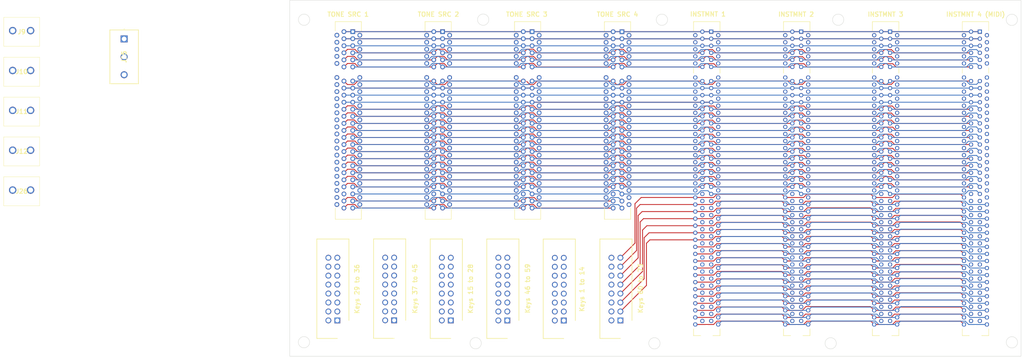
<source format=kicad_pcb>
(kicad_pcb (version 20221018) (generator pcbnew)
  (layers (0 "F.Cu" signal) (1 "In1.Cu" signal) (2 "In2.Cu" signal) (31 "B.Cu" signal) (34 "B.Paste" user) (35 "F.Paste" user) (36 "B.SilkS" user "B.Silkscreen") (37 "F.SilkS" user "F.Silkscreen") (38 "B.Mask" user) (39 "F.Mask" user) (44 "Edge.Cuts" user))
  (net 0 "")
  (net 1 "+30V")
  (net 2 "GND")
  (net 3 "+VT")
  (net 4 "-15V")
  (net 5 "+15V")
  (net 6 "SELECT 4")
  (net 7 "SELECT 5")
  (net 8 "SELECT 6")
  (net 9 "TONE 1")
  (net 10 "TONE 2")
  (net 11 "TONE 3")
  (net 12 "TONE 4")
  (net 13 "TONE 5")
  (net 14 "TONE 6")
  (net 15 "EXP 1")
  (net 16 "EXP 2")
  (net 17 "EXP 3")
  (net 18 "EXP 4")
  (net 19 "EXP 5")
  (net 20 "EXP 6")
  (net 21 "EXP 7")
  (net 22 "TONE 7")
  (net 23 "TONE 8")
  (net 24 "TONE 9")
  (net 25 "TONE 10")
  (net 26 "TONE 11")
  (net 27 "TONE 12")
  (net 28 "EXP 11")
  (net 29 "EXP 12")
  (net 30 "EXP 13")
  (net 31 "SELECT 3")
  (net 32 "SELECT 1")
  (net 33 "SELECT 2")
  (net 34 "F1")
  (net 35 "F#2")
  (net 36 "G3")
  (net 37 "G#4")
  (net 38 "A5")
  (net 39 "A#6")
  (net 40 "B7")
  (net 41 "C8")
  (net 42 "C#9")
  (net 43 "D10")
  (net 44 "D#11")
  (net 45 "E12")
  (net 46 "F13")
  (net 47 "F#14")
  (net 48 "G15")
  (net 49 "G#16")
  (net 50 "A17")
  (net 51 "A#18")
  (net 52 "B19")
  (net 53 "C20")
  (net 54 "C#21")
  (net 55 "D22")
  (net 56 "D#23")
  (net 57 "E24")
  (net 58 "F25")
  (net 59 "F#26")
  (net 60 "G27")
  (net 61 "G#28")
  (net 62 "A29")
  (net 63 "A#30")
  (net 64 "B31")
  (net 65 "C32")
  (net 66 "C#33")
  (net 67 "+VED")
  (net 68 "SUSTAIN")
  (net 69 "SOFT")
  (net 70 "LINE OUT")
  (net 71 "SELECT 7")
  (net 72 "SELECT 8")
  (net 76 "F73")
  (net 77 "E72")
  (net 78 "D#71")
  (net 79 "D70")
  (net 80 "C#69")
  (net 81 "C68")
  (net 82 "B67")
  (net 83 "A#66")
  (net 84 "A65")
  (net 85 "G#64")
  (net 86 "G63")
  (net 87 "F#62")
  (net 88 "F61")
  (net 89 "E60")
  (net 90 "D#59")
  (net 91 "D58")
  (net 92 "C#57")
  (net 93 "C56")
  (net 94 "B55")
  (net 95 "A#54")
  (net 96 "A53")
  (net 97 "G#52")
  (net 98 "G51")
  (net 99 "F#50")
  (net 100 "F49")
  (net 101 "E48")
  (net 102 "D#47")
  (net 103 "D46")
  (net 104 "C#45")
  (net 105 "C44")
  (net 106 "B43")
  (net 107 "A#42")
  (net 108 "A41")
  (net 109 "G#40")
  (net 110 "G39")
  (net 111 "F#38")
  (net 112 "F37")
  (net 113 "E36")
  (net 114 "D#35")
  (net 115 "D34")
  (net 116 "EXP8")
  (net 117 "EXP9")
  (net 118 "EXP10")
  (footprint "SamacSys_Parts:877159306" (layer "F.Cu") (at 173.827 26.2436 -90)
    (fp_text reference "J4" hide)
    (fp_text value "INSTMNT 1")
  )
  (footprint "SamacSys_Parts:17761192" (layer "F.Cu") (at -24.1808 59.8454)
    (fp_text reference "J12")
    (fp_text value "+VT" hide)
  )
  (footprint "SamacSys_Parts:SHDR16W64P254_2X8_2798X910X910P" (layer "F.Cu") (at 116.038 108.0954 90)
    (fp_text reference "J17" hide)
    (fp_text value "Keys 46 to 59")
  )
  (footprint "SamacSys_Parts:SHDR16W64P254_2X8_2798X910X910P" (layer "F.Cu") (at 67.8542 108.0954 90)
    (fp_text reference "J15" hide)
    (fp_text value "Keys 29 to 36")
  )
  (footprint "SamacSys_Parts:SHDR16W64P254_2X8_2798X910X910P" (layer "F.Cu") (at 132.04 108.1208 90)
    (fp_text reference "J13" hide)
    (fp_text value "Keys 1 to 14")
  )
  (footprint "SamacSys_Parts:1001878410212TLF" (layer "F.Cu") (at 72.227 26.2436 -90)
    (fp_text reference "J8" hide)
    (fp_text value "TONE SRC 1")
  )
  (footprint "SamacSys_Parts:SHDR16W64P254_2X8_2798X910X910P" (layer "F.Cu") (at 100.0106 108.0954 90)
    (fp_text reference "J14" hide)
    (fp_text value "Keys 15 to 28")
  )
  (footprint "SamacSys_Parts:1001878410212TLF" (layer "F.Cu") (at 148.5328 26.2596 -90)
    (fp_text reference "J5" hide)
    (fp_text value "TONE SRC 4")
  )
  (footprint "SamacSys_Parts:1001878410212TLF" (layer "F.Cu") (at 97.6886 26.2436 -90)
    (fp_text reference "J7" hide)
    (fp_text value "TONE SRC 2")
  )
  (footprint "SamacSys_Parts:SHDR16W64P254_2X8_2798X910X910P" (layer "F.Cu") (at 83.9578 108.07 90)
    (fp_text reference "J16" hide)
    (fp_text value "Keys 37 to 45")
  )
  (footprint "SamacSys_Parts:17761192" (layer "F.Cu") (at -24.1808 37.2454)
    (fp_text reference "J10")
    (fp_text value "-15V" hide)
  )
  (footprint "SamacSys_Parts:1001878410212TLF" (layer "F.Cu") (at 123.0632 26.2436 -90)
    (fp_text reference "J6" hide)
    (fp_text value "TONE SRC 3")
  )
  (footprint "SamacSys_Parts:877159306" (layer "F.Cu") (at 224.5362 26.2436 -90)
    (fp_text reference "J2" hide)
    (fp_text value "INSTMNT 3")
  )
  (footprint "SamacSys_Parts:877159306" (layer "F.Cu") (at 199.3286 26.2436 -90)
    (fp_text reference "J3" hide)
    (fp_text value "INSTMNT 2")
  )
  (footprint "SamacSys_Parts:877159306" (layer "F.Cu") (at 249.987 26.2436 -90)
    (fp_text reference "J1" hide)
    (fp_text value "INSTMNT 4 (MIDI)")
  )
  (footprint "SamacSys_Parts:SHDR16W64P254_2X8_2798X910X910P" (layer "F.Cu") (at 148.0928 108.0954 90)
    (fp_text reference "J18" hide)
    (fp_text value "Keys 60 to 73")
  )
  (footprint "SamacSys_Parts:17761192" (layer "F.Cu") (at -24.1808 71.1454)
    (fp_text reference "J26")
    (fp_text value "+VED" hide)
  )
  (footprint "SamacSys_Parts:17761192" (layer "F.Cu") (at -24.1808 25.9454)
    (fp_text reference "J9")
    (fp_text value "+15V" hide)
  )
  (footprint "SamacSys_Parts:17761192" (layer "F.Cu") (at -24.1808 48.5454)
    (fp_text reference "J11")
    (fp_text value "30V" hide)
  )
  (footprint "SamacSys_Parts:CTB05083" (layer "F.Cu") (at 7.4168 28.2956 -90)
    (fp_text reference "J25")
    (fp_text value "Pedals" hide)
  )
  (gr_circle (center 107.061 114.554) (end 108.6612 114.681) (stroke (width 0.1)) (fill none) (layer "Edge.Cuts"))
  (gr_circle (center 157.734 114.5794) (end 159.3342 114.5794) (stroke (width 0.1)) (fill none) (layer "Edge.Cuts"))
  (gr_circle (center 109.1946 22.8346) (end 110.7948 22.9616) (stroke (width 0.1)) (fill none) (layer "Edge.Cuts"))
  (gr_circle (center 209.8294 22.86) (end 211.4296 22.86) (stroke (width 0.1)) (fill none) (layer "Edge.Cuts"))
  (gr_circle (center 207.6958 114.5794) (end 209.296 114.5794) (stroke (width 0.1)) (fill none) (layer "Edge.Cuts"))
  (gr_rect (start 54.3668 17.3666) (end 261.6562 118.23) (stroke (width 0.1)) (fill none) (layer "Edge.Cuts"))
  (gr_circle (center 159.8676 22.86) (end 161.4678 22.86) (stroke (width 0.1)) (fill none) (layer "Edge.Cuts"))
  (gr_circle (center 259.08 114.3) (end 260.6802 114.2746) (stroke (width 0.1)) (fill none) (layer "Edge.Cuts"))
  (gr_circle (center 58.3946 114.2746) (end 59.9948 114.2492) (stroke (width 0.1)) (fill none) (layer "Edge.Cuts"))
  (gr_circle (center 259.0546 22.8854) (end 260.6548 22.86) (stroke (width 0.1)) (fill none) (layer "Edge.Cuts"))
  (gr_circle (center 58.42 22.86) (end 60.0202 22.9108) (stroke (width 0.1)) (fill none) (layer "Edge.Cuts"))
  (segment (start 196.8286 26.2436) (end 171.327 26.2436) (width 0.25) (layer "F.Cu") (net 1))
  (segment (start 222.0362 26.2436) (end 196.8286 26.2436) (width 0.25) (layer "F.Cu") (net 1))
  (segment (start 146.0168 26.2436) (end 120.5632 26.2436) (width 0.25) (layer "F.Cu") (net 1))
  (segment (start 171.327 26.2436) (end 146.0488 26.2436) (width 0.25) (layer "F.Cu") (net 1))
  (segment (start 120.5632 26.2436) (end 95.1886 26.2436) (width 0.25) (layer "F.Cu") (net 1))
  (segment (start 69.727 42.2436) (end 95.1886 42.2436) (width 0.25) (layer "F.Cu") (net 1))
  (segment (start 95.1886 42.2436) (end 123.0632 42.2436) (width 0.25) (layer "F.Cu") (net 1))
  (segment (start 249.987 26.2436) (end 222.0362 26.2436) (width 0.25) (layer "F.Cu") (net 1))
  (segment (start 146.0328 26.2596) (end 146.0168 26.2436) (width 0.25) (layer "F.Cu") (net 1))
  (segment (start 146.0488 26.2436) (end 146.0328 26.2596) (width 0.25) (layer "F.Cu") (net 1))
  (segment (start 95.1886 26.2436) (end 69.727 26.2436) (width 0.25) (layer "F.Cu") (net 1))
  (segment (start 173.827 26.2436) (end 199.3286 26.2436) (width 0.25) (layer "B.Cu") (net 1))
  (segment (start 143.627778 42.2596) (end 148.5328 42.2596) (width 0.25) (layer "B.Cu") (net 1))
  (segment (start 173.827 42.2436) (end 199.3286 42.2436) (width 0.25) (layer "B.Cu") (net 1))
  (segment (start 123.0632 26.2436) (end 148.5168 26.2436) (width 0.25) (layer "B.Cu") (net 1))
  (segment (start 224.5362 26.2436) (end 249.987 26.2436) (width 0.25) (layer "B.Cu") (net 1))
  (segment (start 174.3534 26.2596) (end 174.3694 26.2436) (width 0.25) (layer "B.Cu") (net 1))
  (segment (start 199.3286 26.2436) (end 224.5362 26.2436) (width 0.25) (layer "B.Cu") (net 1))
  (segment (start 224.5362 42.2436) (end 249.987 42.2436) (width 0.25) (layer "B.Cu") (net 1))
  (segment (start 148.5328 26.2596) (end 174.3534 26.2596) (width 0.25) (layer "B.Cu") (net 1))
  (segment (start 199.3286 42.2436) (end 224.5362 42.2436) (width 0.25) (layer "B.Cu") (net 1))
  (segment (start 173.811 42.2596) (end 173.827 42.2436) (width 0.25) (layer "B.Cu") (net 1))
  (segment (start 97.6886 42.2436) (end 123.0632 42.2436) (width 0.25) (layer "B.Cu") (net 1))
  (segment (start 148.5168 26.2436) (end 148.5328 26.2596) (width 0.25) (layer "B.Cu") (net 1))
  (segment (start 174.3694 26.2436) (end 173.827 26.2436) (width 0.25) (layer "B.Cu") (net 1))
  (segment (start 148.5328 42.2596) (end 173.811 42.2596) (width 0.25) (layer "B.Cu") (net 1))
  (segment (start 69.727 26.2436) (end 97.6886 26.2436) (width 0.25) (layer "B.Cu") (net 1))
  (segment (start 97.6886 26.2436) (end 123.0632 26.2436) (width 0.25) (layer "B.Cu") (net 1))
  (segment (start 123.0632 42.2436) (end 143.611778 42.2436) (width 0.25) (layer "B.Cu") (net 1))
  (segment (start 69.727 42.2436) (end 97.6886 42.2436) (width 0.25) (layer "B.Cu") (net 1))
  (segment (start 143.611778 42.2436) (end 143.627778 42.2596) (width 0.25) (layer "B.Cu") (net 1))
  (segment (start 173.827 32.2436) (end 195.520452 32.2436) (width 0.25) (layer "B.Cu") (net 3))
  (segment (start 247.103852 31.3186) (end 249.062 31.3186) (width 0.25) (layer "B.Cu") (net 3))
  (segment (start 246.178852 32.2436) (end 247.103852 31.3186) (width 0.25) (layer "B.Cu") (net 3))
  (segment (start 198.4036 31.3186) (end 199.3286 32.2436) (width 0.25) (layer "B.Cu") (net 3))
  (segment (start 196.445452 31.3186) (end 198.4036 31.3186) (width 0.25) (layer "B.Cu") (net 3))
  (segment (start 119.158178 32.2436) (end 120.151678 31.2501) (width 0.25) (layer "B.Cu") (net 3))
  (segment (start 221.653052 31.3186) (end 223.6112 31.3186) (width 0.25) (layer "B.Cu") (net 3))
  (segment (start 145.621278 31.2661) (end 147.5393 31.2661) (width 0.25) (layer "B.Cu") (net 3))
  (segment (start 143.611778 32.2436) (end 143.621278 32.2531) (width 0.25) (layer "B.Cu") (net 3))
  (segment (start 195.520452 32.2436) (end 196.445452 31.3186) (width 0.25) (layer "B.Cu") (net 3))
  (segment (start 172.902 31.3186) (end 173.827 32.2436) (width 0.25) (layer "B.Cu") (net 3))
  (segment (start 170.943852 31.3186) (end 172.902 31.3186) (width 0.25) (layer "B.Cu") (net 3))
  (segment (start 97.6886 32.2436) (end 119.158178 32.2436) (width 0.25) (layer "B.Cu") (net 3))
  (segment (start 120.151678 31.2501) (end 122.0697 31.2501) (width 0.25) (layer "B.Cu") (net 3))
  (segment (start 123.0632 32.2436) (end 143.611778 32.2436) (width 0.25) (layer "B.Cu") (net 3))
  (segment (start 223.6112 31.3186) (end 224.5362 32.2436) (width 0.25) (layer "B.Cu") (net 3))
  (segment (start 147.5393 31.2661) (end 148.5328 32.2596) (width 0.25) (layer "B.Cu") (net 3))
  (segment (start 122.0697 31.2501) (end 123.0632 32.2436) (width 0.25) (layer "B.Cu") (net 3))
  (segment (start 199.3286 32.2436) (end 220.728052 32.2436) (width 0.25) (layer "B.Cu") (net 3))
  (segment (start 93.783578 32.2436) (end 94.777078 31.2501) (width 0.25) (layer "B.Cu") (net 3))
  (segment (start 224.5362 32.2436) (end 246.178852 32.2436) (width 0.25) (layer "B.Cu") (net 3))
  (segment (start 170.002852 32.2596) (end 170.943852 31.3186) (width 0.25) (layer "B.Cu") (net 3))
  (segment (start 144.634278 32.2531) (end 145.621278 31.2661) (width 0.25) (layer "B.Cu") (net 3))
  (segment (start 220.728052 32.2436) (end 221.653052 31.3186) (width 0.25) (layer "B.Cu") (net 3))
  (segment (start 94.777078 31.2501) (end 96.6951 31.2501) (width 0.25) (layer "B.Cu") (net 3))
  (segment (start 72.227 32.2436) (end 93.783578 32.2436) (width 0.25) (layer "B.Cu") (net 3))
  (segment (start 249.062 31.3186) (end 249.987 32.2436) (width 0.25) (layer "B.Cu") (net 3))
  (segment (start 148.5328 32.2596) (end 170.002852 32.2596) (width 0.25) (layer "B.Cu") (net 3))
  (segment (start 96.6951 31.2501) (end 97.6886 32.2436) (width 0.25) (layer "B.Cu") (net 3))
  (segment (start 143.621278 32.2531) (end 144.634278 32.2531) (width 0.25) (layer "B.Cu") (net 3))
  (segment (start 147.8134 46.2596) (end 125.484222 46.2596) (width 0.25) (layer "F.Cu") (net 4))
  (segment (start 125.468222 46.2436) (end 123.0632 46.2436) (width 0.25) (layer "F.Cu") (net 4))
  (segment (start 173.811 46.2596) (end 147.8134 46.2596) (width 0.25) (layer "F.Cu") (net 4))
  (segment (start 125.484222 46.2596) (end 125.468222 46.2436) (width 0.25) (layer "F.Cu") (net 4))
  (segment (start 173.827 46.2436) (end 173.811 46.2596) (width 0.25) (layer "F.Cu") (net 4))
  (segment (start 148.5328 46.2596) (end 147.8134 46.2596) (width 0.25) (layer "F.Cu") (net 4))
  (segment (start 123.0632 30.2436) (end 143.611778 30.2436) (width 0.25) (layer "B.Cu") (net 4))
  (segment (start 224.5362 30.2436) (end 249.987 30.2436) (width 0.25) (layer "B.Cu") (net 4))
  (segment (start 224.5362 46.2436) (end 249.987 46.2436) (width 0.25) (layer "B.Cu") (net 4))
  (segment (start 69.727 30.2436) (end 97.6886 30.2436) (width 0.25) (layer "B.Cu") (net 4))
  (segment (start 148.5328 30.2596) (end 173.811 30.2596) (width 0.25) (layer "B.Cu") (net 4))
  (segment (start 173.827 46.2436) (end 199.3286 46.2436) (width 0.25) (layer "B.Cu") (net 4))
  (segment (start 143.611778 30.2436) (end 143.627778 30.2596) (width 0.25) (layer "B.Cu") (net 4))
  (segment (start 148.5328 46.2596) (end 173.811 46.2596) (width 0.25) (layer "B.Cu") (net 4))
  (segment (start 123.0632 46.2436) (end 143.611778 46.2436) (width 0.25) (layer "B.Cu") (net 4))
  (segment (start 97.6886 30.2436) (end 123.0632 30.2436) (width 0.25) (layer "B.Cu") (net 4))
  (segment (start 199.3286 46.2436) (end 224.5362 46.2436) (width 0.25) (layer "B.Cu") (net 4))
  (segment (start 173.811 30.2596) (end 173.827 30.2436) (width 0.25) (layer "B.Cu") (net 4))
  (segment (start 143.627778 30.2596) (end 148.5328 30.2596) (width 0.25) (layer "B.Cu") (net 4))
  (segment (start 173.827 30.2436) (end 199.3286 30.2436) (width 0.25) (layer "B.Cu") (net 4))
  (segment (start 69.727 46.2436) (end 97.6886 46.2436) (width 0.25) (layer "B.Cu") (net 4))
  (segment (start 143.627778 46.2596) (end 148.5328 46.2596) (width 0.25) (layer "B.Cu") (net 4))
  (segment (start 199.3286 30.2436) (end 224.5362 30.2436) (width 0.25) (layer "B.Cu") (net 4))
  (segment (start 143.611778 46.2436) (end 143.627778 46.2596) (width 0.25) (layer "B.Cu") (net 4))
  (segment (start 173.811 46.2596) (end 173.827 46.2436) (width 0.25) (layer "B.Cu") (net 4))
  (segment (start 97.6886 46.2436) (end 123.0632 46.2436) (width 0.25) (layer "B.Cu") (net 4))
  (segment (start 173.811 28.2596) (end 173.827 28.2436) (width 0.25) (layer "F.Cu") (net 5))
  (segment (start 69.727 28.2436) (end 97.6886 28.2436) (width 0.25) (layer "F.Cu") (net 5))
  (segment (start 125.484222 28.2596) (end 148.5328 28.2596) (width 0.25) (layer "F.Cu") (net 5))
  (segment (start 173.827 28.2436) (end 199.3286 28.2436) (width 0.25) (layer "F.Cu") (net 5))
  (segment (start 224.5362 28.2436) (end 249.987 28.2436) (width 0.25) (layer "F.Cu") (net 5))
  (segment (start 125.468222 28.2436) (end 125.484222 28.2596) (width 0.25) (layer "F.Cu") (net 5))
  (segment (start 97.6886 28.2436) (end 123.0632 28.2436) (width 0.25) (layer "F.Cu") (net 5))
  (segment (start 199.3286 28.2436) (end 224.5362 28.2436) (width 0.25) (layer "F.Cu") (net 5))
  (segment (start 148.5328 28.2596) (end 173.811 28.2596) (width 0.25) (layer "F.Cu") (net 5))
  (segment (start 123.0632 28.2436) (end 125.468222 28.2436) (width 0.25) (layer "F.Cu") (net 5))
  (segment (start 143.614778 44.2596) (end 148.5328 44.2596) (width 0.25) (layer "B.Cu") (net 5))
  (segment (start 199.3286 44.2436) (end 224.5362 44.2436) (width 0.25) (layer "B.Cu") (net 5))
  (segment (start 173.827 44.2436) (end 173.811 44.2596) (width 0.25) (layer "B.Cu") (net 5))
  (segment (start 69.727 44.2436) (end 97.6886 44.2436) (width 0.25) (layer "B.Cu") (net 5))
  (segment (start 125.391 28.2436) (end 120.5632 28.2436) (width 0.25) (layer "B.Cu") (net 5))
  (segment (start 146.0328 28.2596) (end 125.407 28.2596) (width 0.25) (layer "B.Cu") (net 5))
  (segment (start 123.0632 44.2436) (end 143.598778 44.2436) (width 0.25) (layer "B.Cu") (net 5))
  (segment (start 196.8286 28.2436) (end 171.327 28.2436) (width 0.25) (layer "B.Cu") (net 5))
  (segment (start 171.327 28.2436) (end 171.311 28.2596) (width 0.25) (layer "B.Cu") (net 5))
  (segment (start 222.0362 28.2436) (end 196.8286 28.2436) (width 0.25) (layer "B.Cu") (net 5))
  (segment (start 125.407 28.2596) (end 125.391 28.2436) (width 0.25) (layer "B.Cu") (net 5))
  (segment (start 173.811 44.2596) (end 148.5328 44.2596) (width 0.25) (layer "B.Cu") (net 5))
  (segment (start 95.1886 28.2436) (end 69.727 28.2436) (width 0.25) (layer "B.Cu") (net 5))
  (segment (start 171.311 28.2596) (end 146.0328 28.2596) (width 0.25) (layer "B.Cu") (net 5))
  (segment (start 224.5362 44.2436) (end 249.987 44.2436) (width 0.25) (layer "B.Cu") (net 5))
  (segment (start 120.5632 28.2436) (end 95.1886 28.2436) (width 0.25) (layer "B.Cu") (net 5))
  (segment (start 143.598778 44.2436) (end 143.614778 44.2596) (width 0.25) (layer "B.Cu") (net 5))
  (segment (start 199.3286 44.2436) (end 173.827 44.2436) (width 0.25) (layer "B.Cu") (net 5))
  (segment (start 249.987 28.2436) (end 222.0362 28.2436) (width 0.25) (layer "B.Cu") (net 5))
  (segment (start 123.0632 44.2436) (end 97.6886 44.2436) (width 0.25) (layer "B.Cu") (net 5))
  (segment (start 147.5393 73.2661) (end 145.431322 73.2661) (width 0.25) (layer "B.Cu") (net 6))
  (segment (start 148.5328 74.2596) (end 147.5393 73.2661) (width 0.25) (layer "B.Cu") (net 6))
  (segment (start 125.9758 74.2436) (end 123.0632 74.2436) (width 0.25) (layer "B.Cu") (net 6))
  (segment (start 93.783578 74.2436) (end 94.777078 73.2501) (width 0.25) (layer "B.Cu") (net 6))
  (segment (start 145.431322 73.2661) (end 144.444322 74.2531) (width 0.25) (layer "B.Cu") (net 6))
  (segment (start 94.777078 73.2501) (end 96.6951 73.2501) (width 0.25) (layer "B.Cu") (net 6))
  (segment (start 96.6951 73.2501) (end 97.6886 74.2436) (width 0.25) (layer "B.Cu") (net 6))
  (segment (start 123.0632 74.2436) (end 122.0697 73.2501) (width 0.25) (layer "B.Cu") (net 6))
  (segment (start 125.9853 74.2531) (end 125.9758 74.2436) (width 0.25) (layer "B.Cu") (net 6))
  (segment (start 118.968222 74.2436) (end 97.6886 74.2436) (width 0.25) (layer "B.Cu") (net 6))
  (segment (start 119.961722 73.2501) (end 118.968222 74.2436) (width 0.25) (layer "B.Cu") (net 6))
  (segment (start 122.0697 73.2501) (end 119.961722 73.2501) (width 0.25) (layer "B.Cu") (net 6))
  (segment (start 72.227 74.2436) (end 93.783578 74.2436) (width 0.25) (layer "B.Cu") (net 6))
  (segment (start 144.444322 74.2531) (end 125.9853 74.2531) (width 0.25) (layer "B.Cu") (net 6))
  (segment (start 144.402822 76.2946) (end 123.1142 76.2946) (width 0.25) (layer "B.Cu") (net 7))
  (segment (start 145.431322 75.2661) (end 144.402822 76.2946) (width 0.25) (layer "B.Cu") (net 7))
  (segment (start 96.6821 75.2371) (end 97.6886 76.2436) (width 0.25) (layer "B.Cu") (net 7))
  (segment (start 122.0697 75.2501) (end 123.0632 76.2436) (width 0.25) (layer "B.Cu") (net 7))
  (segment (start 72.227 76.2436) (end 93.593622 76.2436) (width 0.25) (layer "B.Cu") (net 7))
  (segment (start 94.600122 75.2371) (end 96.6821 75.2371) (width 0.25) (layer "B.Cu") (net 7))
  (segment (start 97.6886 76.2436) (end 119.158178 76.2436) (width 0.25) (layer "B.Cu") (net 7))
  (segment (start 93.593622 76.2436) (end 94.600122 75.2371) (width 0.25) (layer "B.Cu") (net 7))
  (segment (start 148.5328 76.2596) (end 147.5393 75.2661) (width 0.25) (layer "B.Cu") (net 7))
  (segment (start 120.151678 75.2501) (end 122.0697 75.2501) (width 0.25) (layer "B.Cu") (net 7))
  (segment (start 123.1142 76.2946) (end 123.0632 76.2436) (width 0.25) (layer "B.Cu") (net 7))
  (segment (start 147.5393 75.2661) (end 145.431322 75.2661) (width 0.25) (layer "B.Cu") (net 7))
  (segment (start 119.158178 76.2436) (end 120.151678 75.2501) (width 0.25) (layer "B.Cu") (net 7))
  (segment (start 247.103852 33.3186) (end 249.062 33.3186) (width 0.25) (layer "B.Cu") (net 8))
  (segment (start 94.6427 33.2501) (end 93.6492 34.2436) (width 0.25) (layer "B.Cu") (net 8))
  (segment (start 249.062 33.3186) (end 249.987 34.2436) (width 0.25) (layer "B.Cu") (net 8))
  (segment (start 96.6951 33.2501) (end 94.6427 33.2501) (width 0.25) (layer "B.Cu") (net 8))
  (segment (start 195.520452 34.2436) (end 196.445452 33.3186) (width 0.25) (layer "B.Cu") (net 8))
  (segment (start 93.6492 34.2436) (end 72.227 34.2436) (width 0.25) (layer "B.Cu") (net 8))
  (segment (start 97.6886 34.2436) (end 119.158178 34.2436) (width 0.25) (layer "B.Cu") (net 8))
  (segment (start 148.5328 34.2596) (end 147.5393 33.2661) (width 0.25) (layer "B.Cu") (net 8))
  (segment (start 173.827 34.2436) (end 195.520452 34.2436) (width 0.25) (layer "B.Cu") (net 8))
  (segment (start 147.5393 33.2661) (end 145.431322 33.2661) (width 0.25) (layer "B.Cu") (net 8))
  (segment (start 198.4036 33.3186) (end 199.3286 34.2436) (width 0.25) (layer "B.Cu") (net 8))
  (segment (start 148.5328 34.2596) (end 170.002852 34.2596) (width 0.25) (layer "B.Cu") (net 8))
  (segment (start 144.439822 34.2576) (end 125.2787 34.2576) (width 0.25) (layer "B.Cu") (net 8))
  (segment (start 220.728052 34.2436) (end 221.653052 33.3186) (width 0.25) (layer "B.Cu") (net 8))
  (segment (start 170.002852 34.2596) (end 170.943852 33.3186) (width 0.25) (layer "B.Cu") (net 8))
  (segment (start 119.158178 34.2436) (end 120.151678 33.2501) (width 0.25) (layer "B.Cu") (net 8))
  (segment (start 172.902 33.3186) (end 173.827 34.2436) (width 0.25) (layer "B.Cu") (net 8))
  (segment (start 97.6886 34.2436) (end 96.6951 33.2501) (width 0.25) (layer "B.Cu") (net 8))
  (segment (start 170.943852 33.3186) (end 172.902 33.3186) (width 0.25) (layer "B.Cu") (net 8))
  (segment (start 145.431322 33.2661) (end 144.439822 34.2576) (width 0.25) (layer "B.Cu") (net 8))
  (segment (start 223.6112 33.3186) (end 224.5362 34.2436) (width 0.25) (layer "B.Cu") (net 8))
  (segment (start 224.5362 34.2436) (end 246.178852 34.2436) (width 0.25) (layer "B.Cu") (net 8))
  (segment (start 120.151678 33.2501) (end 122.0697 33.2501) (width 0.25) (layer "B.Cu") (net 8))
  (segment (start 196.445452 33.3186) (end 198.4036 33.3186) (width 0.25) (layer "B.Cu") (net 8))
  (segment (start 199.3286 34.2436) (end 220.728052 34.2436) (width 0.25) (layer "B.Cu") (net 8))
  (segment (start 125.2647 34.2436) (end 123.0632 34.2436) (width 0.25) (layer "B.Cu") (net 8))
  (segment (start 246.178852 34.2436) (end 247.103852 33.3186) (width 0.25) (layer "B.Cu") (net 8))
  (segment (start 122.0697 33.2501) (end 123.0632 34.2436) (width 0.25) (layer "B.Cu") (net 8))
  (segment (start 221.653052 33.3186) (end 223.6112 33.3186) (width 0.25) (layer "B.Cu") (net 8))
  (segment (start 125.2787 34.2576) (end 125.2647 34.2436) (width 0.25) (layer "B.Cu") (net 8))
  (segment (start 143.621278 48.2531) (end 144.634278 48.2531) (width 0.25) (layer "B.Cu") (net 9))
  (segment (start 144.634278 48.2531) (end 145.621278 47.2661) (width 0.25) (layer "B.Cu") (net 9))
  (segment (start 148.5328 48.2596) (end 170.002852 48.2596) (width 0.25) (layer "B.Cu") (net 9))
  (segment (start 120.151678 47.2501) (end 122.0697 47.2501) (width 0.25) (layer "B.Cu") (net 9))
  (segment (start 223.6112 47.3186) (end 224.5362 48.2436) (width 0.25) (layer "B.Cu") (net 9))
  (segment (start 147.5393 47.2661) (end 148.5328 48.2596) (width 0.25) (layer "B.Cu") (net 9))
  (segment (start 246.178852 48.2436) (end 247.103852 47.3186) (width 0.25) (layer "B.Cu") (net 9))
  (segment (start 143.611778 48.2436) (end 143.621278 48.2531) (width 0.25) (layer "B.Cu") (net 9))
  (segment (start 195.520452 48.2436) (end 196.450852 47.3132) (width 0.25) (layer "B.Cu") (net 9))
  (segment (start 96.6951 47.2501) (end 97.6886 48.2436) (width 0.25) (layer "B.Cu") (net 9))
  (segment (start 170.002852 48.2596) (end 170.943852 47.3186) (width 0.25) (layer "B.Cu") (net 9))
  (segment (start 145.621278 47.2661) (end 147.5393 47.2661) (width 0.25) (layer "B.Cu") (net 9))
  (segment (start 199.3286 48.2436) (end 220.728052 48.2436) (width 0.25) (layer "B.Cu") (net 9))
  (segment (start 94.777078 47.2501) (end 96.6951 47.2501) (width 0.25) (layer "B.Cu") (net 9))
  (segment (start 247.103852 47.3186) (end 249.062 47.3186) (width 0.25) (layer "B.Cu") (net 9))
  (segment (start 220.728052 48.2436) (end 221.653052 47.3186) (width 0.25) (layer "B.Cu") (net 9))
  (segment (start 97.6886 48.2436) (end 119.158178 48.2436) (width 0.25) (layer "B.Cu") (net 9))
  (segment (start 198.3982 47.3132) (end 199.3286 48.2436) (width 0.25) (layer "B.Cu") (net 9))
  (segment (start 122.0697 47.2501) (end 123.0632 48.2436) (width 0.25) (layer "B.Cu") (net 9))
  (segment (start 119.158178 48.2436) (end 120.151678 47.2501) (width 0.25) (layer "B.Cu") (net 9))
  (segment (start 172.902 47.3186) (end 173.827 48.2436) (width 0.25) (layer "B.Cu") (net 9))
  (segment (start 221.653052 47.3186) (end 223.6112 47.3186) (width 0.25) (layer "B.Cu") (net 9))
  (segment (start 249.062 47.3186) (end 249.987 48.2436) (width 0.25) (layer "B.Cu") (net 9))
  (segment (start 196.450852 47.3132) (end 198.3982 47.3132) (width 0.25) (layer "B.Cu") (net 9))
  (segment (start 123.0632 48.2436) (end 143.611778 48.2436) (width 0.25) (layer "B.Cu") (net 9))
  (segment (start 224.5362 48.2436) (end 246.178852 48.2436) (width 0.25) (layer "B.Cu") (net 9))
  (segment (start 170.943852 47.3186) (end 172.902 47.3186) (width 0.25) (layer "B.Cu") (net 9))
  (segment (start 93.783578 48.2436) (end 94.777078 47.2501) (width 0.25) (layer "B.Cu") (net 9))
  (segment (start 72.227 48.2436) (end 93.783578 48.2436) (width 0.25) (layer "B.Cu") (net 9))
  (segment (start 173.827 48.2436) (end 195.520452 48.2436) (width 0.25) (layer "B.Cu") (net 9))
  (segment (start 120.151678 49.2501) (end 119.158178 50.2436) (width 0.25) (layer "B.Cu") (net 10))
  (segment (start 196.445452 49.3186) (end 198.4036 49.3186) (width 0.25) (layer "B.Cu") (net 10))
  (segment (start 195.520452 50.2436) (end 196.445452 49.3186) (width 0.25) (layer "B.Cu") (net 10))
  (segment (start 223.6112 49.3186) (end 221.3984 49.3186) (width 0.25) (layer "B.Cu") (net 10))
  (segment (start 249.062 49.3186) (end 246.720148 49.3186) (width 0.25) (layer "B.Cu") (net 10))
  (segment (start 170.9032 49.3186) (end 169.9622 50.2596) (width 0.25) (layer "B.Cu") (net 10))
  (segment (start 198.4036 49.3186) (end 199.3286 50.2436) (width 0.25) (layer "B.Cu") (net 10))
  (segment (start 122.0697 49.2501) (end 120.151678 49.2501) (width 0.25) (layer "B.Cu") (net 10))
  (segment (start 245.795148 50.2436) (end 224.5362 50.2436) (width 0.25) (layer "B.Cu") (net 10))
  (segment (start 145.431322 49.2661) (end 144.431322 50.2661) (width 0.25) (layer "B.Cu") (net 10))
  (segment (start 173.827 50.2436) (end 172.902 49.3186) (width 0.25) (layer "B.Cu") (net 10))
  (segment (start 119.158178 50.2436) (end 97.6886 50.2436) (width 0.25) (layer "B.Cu") (net 10))
  (segment (start 173.827 50.2436) (end 195.520452 50.2436) (width 0.25) (layer "B.Cu") (net 10))
  (segment (start 224.5362 50.2436) (end 223.6112 49.3186) (width 0.25) (layer "B.Cu") (net 10))
  (segment (start 123.0632 50.2436) (end 122.0697 49.2501) (width 0.25) (layer "B.Cu") (net 10))
  (segment (start 93.593622 50.2436) (end 94.587122 49.2501) (width 0.25) (layer "B.Cu") (net 10))
  (segment (start 96.6951 49.2501) (end 97.6886 50.2436) (width 0.25) (layer "B.Cu") (net 10))
  (segment (start 169.9622 50.2596) (end 148.5328 50.2596) (width 0.25) (layer "B.Cu") (net 10))
  (segment (start 148.5328 50.2596) (end 147.5393 49.2661) (width 0.25) (layer "B.Cu") (net 10))
  (segment (start 144.431322 50.2661) (end 125.490722 50.2661) (width 0.25) (layer "B.Cu") (net 10))
  (segment (start 172.902 49.3186) (end 170.9032 49.3186) (width 0.25) (layer "B.Cu") (net 10))
  (segment (start 94.587122 49.2501) (end 96.6951 49.2501) (width 0.25) (layer "B.Cu") (net 10))
  (segment (start 125.490722 50.2661) (end 125.468222 50.2436) (width 0.25) (layer "B.Cu") (net 10))
  (segment (start 221.3984 49.3186) (end 220.4734 50.2436) (width 0.25) (layer "B.Cu") (net 10))
  (segment (start 246.720148 49.3186) (end 245.795148 50.2436) (width 0.25) (layer "B.Cu") (net 10))
  (segment (start 125.468222 50.2436) (end 123.0632 50.2436) (width 0.25) (layer "B.Cu") (net 10))
  (segment (start 147.5393 49.2661) (end 145.431322 49.2661) (width 0.25) (layer "B.Cu") (net 10))
  (segment (start 249.987 50.2436) (end 249.062 49.3186) (width 0.25) (layer "B.Cu") (net 10))
  (segment (start 72.227 50.2436) (end 93.593622 50.2436) (width 0.25) (layer "B.Cu") (net 10))
  (segment (start 220.4734 50.2436) (end 199.3286 50.2436) (width 0.25) (layer "B.Cu") (net 10))
  (segment (start 123.0632 52.2436) (end 143.611778 52.2436) (width 0.25) (layer "B.Cu") (net 11))
  (segment (start 221.653052 51.3186) (end 223.6112 51.3186) (width 0.25) (layer "B.Cu") (net 11))
  (segment (start 145.621278 51.2661) (end 147.5393 51.2661) (width 0.25) (layer "B.Cu") (net 11))
  (segment (start 195.136748 52.2436) (end 173.827 52.2436) (width 0.25) (layer "B.Cu") (net 11))
  (segment (start 143.621278 52.2531) (end 144.634278 52.2531) (width 0.25) (layer "B.Cu") (net 11))
  (segment (start 170.560148 51.3186) (end 172.902 51.3186) (width 0.25) (layer "B.Cu") (net 11))
  (segment (start 199.3286 52.2436) (end 198.4036 51.3186) (width 0.25) (layer "B.Cu") (net 11))
  (segment (start 220.728052 52.2436) (end 221.653052 51.3186) (width 0.25) (layer "B.Cu") (net 11))
  (segment (start 249.062 51.3186) (end 249.987 52.2436) (width 0.25) (layer "B.Cu") (net 11))
  (segment (start 196.061748 51.3186) (end 195.136748 52.2436) (width 0.25) (layer "B.Cu") (net 11))
  (segment (start 96.6951 51.2501) (end 97.6886 52.2436) (width 0.25) (layer "B.Cu") (net 11))
  (segment (start 144.634278 52.2531) (end 145.621278 51.2661) (width 0.25) (layer "B.Cu") (net 11))
  (segment (start 122.0697 51.2501) (end 123.0632 52.2436) (width 0.25) (layer "B.Cu") (net 11))
  (segment (start 148.5328 52.2596) (end 169.619148 52.2596) (width 0.25) (layer "B.Cu") (net 11))
  (segment (start 224.5362 52.2436) (end 246.178852 52.2436) (width 0.25) (layer "B.Cu") (net 11))
  (segment (start 119.158178 52.2436) (end 120.151678 51.2501) (width 0.25) (layer "B.Cu") (net 11))
  (segment (start 198.4036 51.3186) (end 196.061748 51.3186) (width 0.25) (layer "B.Cu") (net 11))
  (segment (start 97.6886 52.2436) (end 119.158178 52.2436) (width 0.25) (layer "B.Cu") (net 11))
  (segment (start 94.587122 51.2501) (end 96.6951 51.2501) (width 0.25) (layer "B.Cu") (net 11))
  (segment (start 246.178852 52.2436) (end 247.103852 51.3186) (width 0.25) (layer "B.Cu") (net 11))
  (segment (start 247.103852 51.3186) (end 249.062 51.3186) (width 0.25) (layer "B.Cu") (net 11))
  (segment (start 93.593622 52.2436) (end 94.587122 51.2501) (width 0.25) (layer "B.Cu") (net 11))
  (segment (start 120.151678 51.2501) (end 122.0697 51.2501) (width 0.25) (layer "B.Cu") (net 11))
  (segment (start 172.902 51.3186) (end 173.827 52.2436) (width 0.25) (layer "B.Cu") (net 11))
  (segment (start 143.611778 52.2436) (end 143.621278 52.2531) (width 0.25) (layer "B.Cu") (net 11))
  (segment (start 147.5393 51.2661) (end 148.5328 52.2596) (width 0.25) (layer "B.Cu") (net 11))
  (segment (start 72.227 52.2436) (end 93.593622 52.2436) (width 0.25) (layer "B.Cu") (net 11))
  (segment (start 199.3286 52.2436) (end 220.728052 52.2436) (width 0.25) (layer "B.Cu") (net 11))
  (segment (start 223.6112 51.3186) (end 224.5362 52.2436) (width 0.25) (layer "B.Cu") (net 11))
  (segment (start 169.619148 52.2596) (end 170.560148 51.3186) (width 0.25) (layer "B.Cu") (net 11))
  (segment (start 245.795148 54.2436) (end 224.5362 54.2436) (width 0.25) (layer "B.Cu") (net 12))
  (segment (start 123.0632 54.2436) (end 122.0697 53.2501) (width 0.25) (layer "B.Cu") (net 12))
  (segment (start 196.445452 53.3186) (end 198.4036 53.3186) (width 0.25) (layer "B.Cu") (net 12))
  (segment (start 148.5328 54.2596) (end 147.5393 53.2661) (width 0.25) (layer "B.Cu") (net 12))
  (segment (start 144.444322 54.2531) (end 125.2996 54.2531) (width 0.25) (layer "B.Cu") (net 12))
  (segment (start 119.961722 53.2501) (end 118.968222 54.2436) (width 0.25) (layer "B.Cu") (net 12))
  (segment (start 195.520452 54.2436) (end 196.445452 53.3186) (width 0.25) (layer "B.Cu") (net 12))
  (segment (start 118.968222 54.2436) (end 97.6886 54.2436) (width 0.25) (layer "B.Cu") (net 12))
  (segment (start 122.0697 53.2501) (end 119.961722 53.2501) (width 0.25) (layer "B.Cu") (net 12))
  (segment (start 170.002852 54.2596) (end 170.943852 53.3186) (width 0.25) (layer "B.Cu") (net 12))
  (segment (start 148.5328 54.2596) (end 170.002852 54.2596) (width 0.25) (layer "B.Cu") (net 12))
  (segment (start 147.5393 53.2661) (end 145.431322 53.2661) (width 0.25) (layer "B.Cu") (net 12))
  (segment (start 172.902 53.3186) (end 173.827 54.2436) (width 0.25) (layer "B.Cu") (net 12))
  (segment (start 170.943852 53.3186) (end 172.902 53.3186) (width 0.25) (layer "B.Cu") (net 12))
  (segment (start 125.2996 54.2531) (end 125.2901 54.2436) (width 0.25) (layer "B.Cu") (net 12))
  (segment (start 248.9706 53.2272) (end 246.811548 53.2272) (width 0.25) (layer "B.Cu") (net 12))
  (segment (start 93.783578 54.2436) (end 94.777078 53.2501) (width 0.25) (layer "B.Cu") (net 12))
  (segment (start 223.6112 53.3186) (end 221.419348 53.3186) (width 0.25) (layer "B.Cu") (net 12))
  (segment (start 246.811548 53.2272) (end 245.795148 54.2436) (width 0.25) (layer "B.Cu") (net 12))
  (segment (start 220.494348 54.2436) (end 199.3286 54.2436) (width 0.25) (layer "B.Cu") (net 12))
  (segment (start 94.777078 53.2501) (end 96.6951 53.2501) (width 0.25) (layer "B.Cu") (net 12))
  (segment (start 221.419348 53.3186) (end 220.494348 54.2436) (width 0.25) (layer "B.Cu") (net 12))
  (segment (start 72.227 54.2436) (end 93.783578 54.2436) (width 0.25) (layer "B.Cu") (net 12))
  (segment (start 249.987 54.2436) (end 248.9706 53.2272) (width 0.25) (layer "B.Cu") (net 12))
  (segment (start 125.2901 54.2436) (end 123.0632 54.2436) (width 0.25) (layer "B.Cu") (net 12))
  (segment (start 96.6951 53.2501) (end 97.6886 54.2436) (width 0.25) (layer "B.Cu") (net 12))
  (segment (start 173.827 54.2436) (end 195.520452 54.2436) (width 0.25) (layer "B.Cu") (net 12))
  (segment (start 198.4036 53.3186) (end 199.3286 54.2436) (width 0.25) (layer "B.Cu") (net 12))
  (segment (start 224.5362 54.2436) (end 223.6112 53.3186) (width 0.25) (layer "B.Cu") (net 12))
  (segment (start 145.431322 53.2661) (end 144.444322 54.2531) (width 0.25) (layer "B.Cu") (net 12))
  (segment (start 172.902 55.3186) (end 170.710148 55.3186) (width 0.25) (layer "B.Cu") (net 13))
  (segment (start 224.5362 56.2436) (end 246.178852 56.2436) (width 0.25) (layer "B.Cu") (net 13))
  (segment (start 196.061748 55.3186) (end 195.136748 56.2436) (width 0.25) (layer "B.Cu") (net 13))
  (segment (start 199.3286 56.2436) (end 220.728052 56.2436) (width 0.25) (layer "B.Cu") (net 13))
  (segment (start 119.158178 56.2436) (end 120.151678 55.2501) (width 0.25) (layer "B.Cu") (net 13))
  (segment (start 96.6951 55.2501) (end 97.6886 56.2436) (width 0.25) (layer "B.Cu") (net 13))
  (segment (start 220.728052 56.2436) (end 221.653052 55.3186) (width 0.25) (layer "B.Cu") (net 13))
  (segment (start 144.634278 56.2531) (end 145.621278 55.2661) (width 0.25) (layer "B.Cu") (net 13))
  (segment (start 195.136748 56.2436) (end 173.827 56.2436) (width 0.25) (layer "B.Cu") (net 13))
  (segment (start 93.593622 56.2436) (end 94.587122 55.2501) (width 0.25) (layer "B.Cu") (net 13))
  (segment (start 97.6886 56.2436) (end 119.158178 56.2436) (width 0.25) (layer "B.Cu") (net 13))
  (segment (start 223.6112 55.3186) (end 224.5362 56.2436) (width 0.25) (layer "B.Cu") (net 13))
  (segment (start 170.710148 55.3186) (end 169.769148 56.2596) (width 0.25) (layer "B.Cu") (net 13))
  (segment (start 143.611778 56.2436) (end 143.621278 56.2531) (width 0.25) (layer "B.Cu") (net 13))
  (segment (start 247.103852 55.3186) (end 249.062 55.3186) (width 0.25) (layer "B.Cu") (net 13))
  (segment (start 221.653052 55.3186) (end 223.6112 55.3186) (width 0.25) (layer "B.Cu") (net 13))
  (segment (start 143.621278 56.2531) (end 144.634278 56.2531) (width 0.25) (layer "B.Cu") (net 13))
  (segment (start 198.4036 55.3186) (end 196.061748 55.3186) (width 0.25) (layer "B.Cu") (net 13))
  (segment (start 120.151678 55.2501) (end 122.0697 55.2501) (width 0.25) (layer "B.Cu") (net 13))
  (segment (start 123.0632 56.2436) (end 143.611778 56.2436) (width 0.25) (layer "B.Cu") (net 13))
  (segment (start 199.3286 56.2436) (end 198.4036 55.3186) (width 0.25) (layer "B.Cu") (net 13))
  (segment (start 147.5393 55.2661) (end 148.5328 56.2596) (width 0.25) (layer "B.Cu") (net 13))
  (segment (start 246.178852 56.2436) (end 247.103852 55.3186) (width 0.25) (layer "B.Cu") (net 13))
  (segment (start 145.621278 55.2661) (end 147.5393 55.2661) (width 0.25) (layer "B.Cu") (net 13))
  (segment (start 173.827 56.2436) (end 172.902 55.3186) (width 0.25) (layer "B.Cu") (net 13))
  (segment (start 169.769148 56.2596) (end 148.5328 56.2596) (width 0.25) (layer "B.Cu") (net 13))
  (segment (start 249.062 55.3186) (end 249.987 56.2436) (width 0.25) (layer "B.Cu") (net 13))
  (segment (start 94.587122 55.2501) (end 96.6951 55.2501) (width 0.25) (layer "B.Cu") (net 13))
  (segment (start 72.227 56.2436) (end 93.593622 56.2436) (width 0.25) (layer "B.Cu") (net 13))
  (segment (start 122.0697 55.2501) (end 123.0632 56.2436) (width 0.25) (layer "B.Cu") (net 13))
  (segment (start 170.002852 58.2596) (end 170.967052 57.2954) (width 0.25) (layer "B.Cu") (net 14))
  (segment (start 173.827 58.2436) (end 195.136748 58.2436) (width 0.25) (layer "B.Cu") (net 14))
  (segment (start 94.777078 57.2501) (end 96.6951 57.2501) (width 0.25) (layer "B.Cu") (net 14))
  (segment (start 93.783578 58.2436) (end 94.777078 57.2501) (width 0.25) (layer "B.Cu") (net 14))
  (segment (start 249.062 57.3186) (end 246.720148 57.3186) (width 0.25) (layer "B.Cu") (net 14))
  (segment (start 72.227 58.2436) (end 93.783578 58.2436) (width 0.25) (layer "B.Cu") (net 14))
  (segment (start 223.6112 57.3186) (end 221.269348 57.3186) (width 0.25) (layer "B.Cu") (net 14))
  (segment (start 220.344348 58.2436) (end 199.3286 58.2436) (width 0.25) (layer "B.Cu") (net 14))
  (segment (start 148.5328 58.2596) (end 147.5393 57.2661) (width 0.25) (layer "B.Cu") (net 14))
  (segment (start 221.269348 57.3186) (end 220.344348 58.2436) (width 0.25) (layer "B.Cu") (net 14))
  (segment (start 125.477722 58.2531) (end 125.468222 58.2436) (width 0.25) (layer "B.Cu") (net 14))
  (segment (start 148.5328 58.2596) (end 170.002852 58.2596) (width 0.25) (layer "B.Cu") (net 14))
  (segment (start 144.444322 58.2531) (end 125.477722 58.2531) (width 0.25) (layer "B.Cu") (net 14))
  (segment (start 249.987 58.2436) (end 249.062 57.3186) (width 0.25) (layer "B.Cu") (net 14))
  (segment (start 172.8788 57.2954) (end 173.827 58.2436) (width 0.25) (layer "B.Cu") (net 14))
  (segment (start 119.961722 57.2501) (end 118.968222 58.2436) (width 0.25) (layer "B.Cu") (net 14))
  (segment (start 170.967052 57.2954) (end 172.8788 57.2954) (width 0.25) (layer "B.Cu") (net 14))
  (segment (start 125.468222 58.2436) (end 123.0632 58.2436) (width 0.25) (layer "B.Cu") (net 14))
  (segment (start 198.4036 57.3186) (end 199.3286 58.2436) (width 0.25) (layer "B.Cu") (net 14))
  (segment (start 147.5393 57.2661) (end 145.431322 57.2661) (width 0.25) (layer "B.Cu") (net 14))
  (segment (start 224.5362 58.2436) (end 223.6112 57.3186) (width 0.25) (layer "B.Cu") (net 14))
  (segment (start 195.136748 58.2436) (end 196.061748 57.3186) (width 0.25) (layer "B.Cu") (net 14))
  (segment (start 122.0697 57.2501) (end 119.961722 57.2501) (width 0.25) (layer "B.Cu") (net 14))
  (segment (start 196.061748 57.3186) (end 198.4036 57.3186) (width 0.25) (layer "B.Cu") (net 14))
  (segment (start 245.795148 58.2436) (end 224.5362 58.2436) (width 0.25) (layer "B.Cu") (net 14))
  (segment (start 123.0632 58.2436) (end 122.0697 57.2501) (width 0.25) (layer "B.Cu") (net 14))
  (segment (start 145.431322 57.2661) (end 144.444322 58.2531) (width 0.25) (layer "B.Cu") (net 14))
  (segment (start 96.6951 57.2501) (end 97.6886 58.2436) (width 0.25) (layer "B.Cu") (net 14))
  (segment (start 246.720148 57.3186) (end 245.795148 58.2436) (width 0.25) (layer "B.Cu") (net 14))
  (segment (start 118.968222 58.2436) (end 97.6886 58.2436) (width 0.25) (layer "B.Cu") (net 14))
  (segment (start 72.227 60.2436) (end 93.783578 60.2436) (width 0.25) (layer "B.Cu") (net 15))
  (segment (start 223.6112 59.3186) (end 224.5362 60.2436) (width 0.25) (layer "B.Cu") (net 15))
  (segment (start 122.0697 59.2501) (end 123.0632 60.2436) (width 0.25) (layer "B.Cu") (net 15))
  (segment (start 170.943852 59.3186) (end 172.902 59.3186) (width 0.25) (layer "B.Cu") (net 15))
  (segment (start 246.178852 60.2436) (end 247.103852 59.3186) (width 0.25) (layer "B.Cu") (net 15))
  (segment (start 143.621278 60.2531) (end 144.444322 60.2531) (width 0.25) (layer "B.Cu") (net 15))
  (segment (start 247.103852 59.3186) (end 249.062 59.3186) (width 0.25) (layer "B.Cu") (net 15))
  (segment (start 96.6951 59.2501) (end 97.6886 60.2436) (width 0.25) (layer "B.Cu") (net 15))
  (segment (start 94.777078 59.2501) (end 96.6951 59.2501) (width 0.25) (layer "B.Cu") (net 15))
  (segment (start 148.5328 60.2596) (end 170.002852 60.2596) (width 0.25) (layer "B.Cu") (net 15))
  (segment (start 220.728052 60.2436) (end 221.653052 59.3186) (width 0.25) (layer "B.Cu") (net 15))
  (segment (start 145.431322 59.2661) (end 147.5393 59.2661) (width 0.25) (layer "B.Cu") (net 15))
  (segment (start 172.902 59.3186) (end 173.827 60.2436) (width 0.25) (layer "B.Cu") (net 15))
  (segment (start 195.136748 60.2436) (end 173.827 60.2436) (width 0.25) (layer "B.Cu") (net 15))
  (segment (start 143.611778 60.2436) (end 143.621278 60.2531) (width 0.25) (layer "B.Cu") (net 15))
  (segment (start 196.061748 59.3186) (end 195.136748 60.2436) (width 0.25) (layer "B.Cu") (net 15))
  (segment (start 147.5393 59.2661) (end 148.5328 60.2596) (width 0.25) (layer "B.Cu") (net 15))
  (segment (start 144.444322 60.2531) (end 145.431322 59.2661) (width 0.25) (layer "B.Cu") (net 15))
  (segment (start 224.5362 60.2436) (end 246.178852 60.2436) (width 0.25) (layer "B.Cu") (net 15))
  (segment (start 123.0632 60.2436) (end 143.611778 60.2436) (width 0.25) (layer "B.Cu") (net 15))
  (segment (start 93.783578 60.2436) (end 94.777078 59.2501) (width 0.25) (layer "B.Cu") (net 15))
  (segment (start 97.6886 60.2436) (end 119.158178 60.2436) (width 0.25) (layer "B.Cu") (net 15))
  (segment (start 199.3286 60.2436) (end 198.4036 59.3186) (width 0.25) (layer "B.Cu") (net 15))
  (segment (start 199.3286 60.2436) (end 220.728052 60.2436) (width 0.25) (layer "B.Cu") (net 15))
  (segment (start 120.151678 59.2501) (end 122.0697 59.2501) (width 0.25) (layer "B.Cu") (net 15))
  (segment (start 170.002852 60.2596) (end 170.943852 59.3186) (width 0.25) (layer "B.Cu") (net 15))
  (segment (start 198.4036 59.3186) (end 196.061748 59.3186) (width 0.25) (layer "B.Cu") (net 15))
  (segment (start 249.062 59.3186) (end 249.987 60.2436) (width 0.25) (layer "B.Cu") (net 15))
  (segment (start 119.158178 60.2436) (end 120.151678 59.2501) (width 0.25) (layer "B.Cu") (net 15))
  (segment (start 221.653052 59.3186) (end 223.6112 59.3186) (width 0.25) (layer "B.Cu") (net 15))
  (segment (start 247.103852 61.3186) (end 249.062 61.3186) (width 0.25) (layer "B.Cu") (net 16))
  (segment (start 224.5362 62.2436) (end 246.178852 62.2436) (width 0.25) (layer "B.Cu") (net 16))
  (segment (start 169.619148 62.2596) (end 148.5328 62.2596) (width 0.25) (layer "B.Cu") (net 16))
  (segment (start 172.902 61.3186) (end 170.560148 61.3186) (width 0.25) (layer "B.Cu") (net 16))
  (segment (start 195.520452 62.2436) (end 196.445452 61.3186) (width 0.25) (layer "B.Cu") (net 16))
  (segment (start 170.560148 61.3186) (end 169.619148 62.2596) (width 0.25) (layer "B.Cu") (net 16))
  (segment (start 72.227 62.2436) (end 93.593622 62.2436) (width 0.25) (layer "B.Cu") (net 16))
  (segment (start 246.178852 62.2436) (end 247.103852 61.3186) (width 0.25) (layer "B.Cu") (net 16))
  (segment (start 118.968222 62.2436) (end 97.6886 62.2436) (width 0.25) (layer "B.Cu") (net 16))
  (segment (start 125.468222 62.2436) (end 123.0632 62.2436) (width 0.25) (layer "B.Cu") (net 16))
  (segment (start 224.5362 62.2436) (end 223.6112 61.3186) (width 0.25) (layer "B.Cu") (net 16))
  (segment (start 94.587122 61.2501) (end 96.6951 61.2501) (width 0.25) (layer "B.Cu") (net 16))
  (segment (start 148.5328 62.2596) (end 147.5393 61.2661) (width 0.25) (layer "B.Cu") (net 16))
  (segment (start 145.431322 61.2661) (end 144.444322 62.2531) (width 0.25) (layer "B.Cu") (net 16))
  (segment (start 173.827 62.2436) (end 195.520452 62.2436) (width 0.25) (layer "B.Cu") (net 16))
  (segment (start 173.827 62.2436) (end 172.902 61.3186) (width 0.25) (layer "B.Cu") (net 16))
  (segment (start 93.593622 62.2436) (end 94.587122 61.2501) (width 0.25) (layer "B.Cu") (net 16))
  (segment (start 196.445452 61.3186) (end 198.4036 61.3186) (width 0.25) (layer "B.Cu") (net 16))
  (segment (start 249.062 61.3186) (end 249.987 62.2436) (width 0.25) (layer "B.Cu") (net 16))
  (segment (start 123.0632 62.2436) (end 122.0697 61.2501) (width 0.25) (layer "B.Cu") (net 16))
  (segment (start 223.6112 61.3186) (end 221.269348 61.3186) (width 0.25) (layer "B.Cu") (net 16))
  (segment (start 119.961722 61.2501) (end 118.968222 62.2436) (width 0.25) (layer "B.Cu") (net 16))
  (segment (start 122.0697 61.2501) (end 119.961722 61.2501) (width 0.25) (layer "B.Cu") (net 16))
  (segment (start 198.4036 61.3186) (end 199.3286 62.2436) (width 0.25) (layer "B.Cu") (net 16))
  (segment (start 221.269348 61.3186) (end 220.344348 62.2436) (width 0.25) (layer "B.Cu") (net 16))
  (segment (start 220.344348 62.2436) (end 199.3286 62.2436) (width 0.25) (layer "B.Cu") (net 16))
  (segment (start 125.477722 62.2531) (end 125.468222 62.2436) (width 0.25) (layer "B.Cu") (net 16))
  (segment (start 147.5393 61.2661) (end 145.431322 61.2661) (width 0.25) (layer "B.Cu") (net 16))
  (segment (start 96.6951 61.2501) (end 97.6886 62.2436) (width 0.25) (layer "B.Cu") (net 16))
  (segment (start 144.444322 62.2531) (end 125.477722 62.2531) (width 0.25) (layer "B.Cu") (net 16))
  (segment (start 145.621278 63.2661) (end 147.5393 63.2661) (width 0.25) (layer "B.Cu") (net 17))
  (segment (start 97.6886 64.2436) (end 119.158178 64.2436) (width 0.25) (layer "B.Cu") (net 17))
  (segment (start 119.158178 64.2436) (end 120.151678 63.2501) (width 0.25) (layer "B.Cu") (net 17))
  (segment (start 199.3286 64.2436) (end 198.4036 63.3186) (width 0.25) (layer "B.Cu") (net 17))
  (segment (start 148.5328 64.2596) (end 170.002852 64.2596) (width 0.25) (layer "B.Cu") (net 17))
  (segment (start 143.621278 64.2531) (end 144.634278 64.2531) (width 0.25) (layer "B.Cu") (net 17))
  (segment (start 246.720148 63.3186) (end 245.795148 64.2436) (width 0.25) (layer "B.Cu") (net 17))
  (segment (start 144.634278 64.2531) (end 145.621278 63.2661) (width 0.25) (layer "B.Cu") (net 17))
  (segment (start 220.728052 64.2436) (end 221.653052 63.3186) (width 0.25) (layer "B.Cu") (net 17))
  (segment (start 120.151678 63.2501) (end 122.0697 63.2501) (width 0.25) (layer "B.Cu") (net 17))
  (segment (start 123.0632 64.2436) (end 143.611778 64.2436) (width 0.25) (layer "B.Cu") (net 17))
  (segment (start 72.227 64.2436) (end 93.783578 64.2436) (width 0.25) (layer "B.Cu") (net 17))
  (segment (start 93.783578 64.2436) (end 94.777078 63.2501) (width 0.25) (layer "B.Cu") (net 17))
  (segment (start 147.5393 63.2661) (end 148.5328 64.2596) (width 0.25) (layer "B.Cu") (net 17))
  (segment (start 199.3286 64.2436) (end 220.728052 64.2436) (width 0.25) (layer "B.Cu") (net 17))
  (segment (start 249.062 63.3186) (end 246.720148 63.3186) (width 0.25) (layer "B.Cu") (net 17))
  (segment (start 143.611778 64.2436) (end 143.621278 64.2531) (width 0.25) (layer "B.Cu") (net 17))
  (segment (start 221.653052 63.3186) (end 223.6112 63.3186) (width 0.25) (layer "B.Cu") (net 17))
  (segment (start 170.002852 64.2596) (end 170.943852 63.3186) (width 0.25) (layer "B.Cu") (net 17))
  (segment (start 94.777078 63.2501) (end 96.6951 63.2501) (width 0.25) (layer "B.Cu") (net 17))
  (segment (start 196.061748 63.3186) (end 195.136748 64.2436) (width 0.25) (layer "B.Cu") (net 17))
  (segment (start 195.136748 64.2436) (end 173.827 64.2436) (width 0.25) (layer "B.Cu") (net 17))
  (segment (start 170.943852 63.3186) (end 172.902 63.3186) (width 0.25) (layer "B.Cu") (net 17))
  (segment (start 198.4036 63.3186) (end 196.061748 63.3186) (width 0.25) (layer "B.Cu") (net 17))
  (segment (start 172.902 63.3186) (end 173.827 64.2436) (width 0.25) (layer "B.Cu") (net 17))
  (segment (start 122.0697 63.2501) (end 123.0632 64.2436) (width 0.25) (layer "B.Cu") (net 17))
  (segment (start 96.6951 63.2501) (end 97.6886 64.2436) (width 0.25) (layer "B.Cu") (net 17))
  (segment (start 249.987 64.2436) (end 249.062 63.3186) (width 0.25) (layer "B.Cu") (net 17))
  (segment (start 223.6112 63.3186) (end 224.5362 64.2436) (width 0.25) (layer "B.Cu") (net 17))
  (segment (start 245.795148 64.2436) (end 224.5362 64.2436) (width 0.25) (layer "B.Cu") (net 17))
  (segment (start 220.6278 66.2436) (end 199.3286 66.2436) (width 0.25) (layer "B.Cu") (net 18))
  (segment (start 224.5362 66.2436) (end 246.178852 66.2436) (width 0.25) (layer "B.Cu") (net 18))
  (segment (start 144.444322 66.2531) (end 125.477722 66.2531) (width 0.25) (layer "B.Cu") (net 18))
  (segment (start 169.9388 66.2596) (end 148.5328 66.2596) (width 0.25) (layer "B.Cu") (net 18))
  (segment (start 196.445452 65.3186) (end 198.4036 65.3186) (width 0.25) (layer "B.Cu") (net 18))
  (segment (start 125.468222 66.2436) (end 123.0632 66.2436) (width 0.25) (layer "B.Cu") (net 18))
  (segment (start 122.0697 65.2501) (end 119.961722 65.2501) (width 0.25) (layer "B.Cu") (net 18))
  (segment (start 173.827 66.2436) (end 195.520452 66.2436) (width 0.25) (layer "B.Cu") (net 18))
  (segment (start 195.520452 66.2436) (end 196.445452 65.3186) (width 0.25) (layer "B.Cu") (net 18))
  (segment (start 198.4036 65.3186) (end 199.3286 66.2436) (width 0.25) (layer "B.Cu") (net 18))
  (segment (start 119.961722 65.2501) (end 118.968222 66.2436) (width 0.25) (layer "B.Cu") (net 18))
  (segment (start 246.178852 66.2436) (end 247.103852 65.3186) (width 0.25) (layer "B.Cu") (net 18))
  (segment (start 247.103852 65.3186) (end 249.062 65.3186) (width 0.25) (layer "B.Cu") (net 18))
  (segment (start 96.6951 65.2501) (end 97.6886 66.2436) (width 0.25) (layer "B.Cu") (net 18))
  (segment (start 221.5528 65.3186) (end 220.6278 66.2436) (width 0.25) (layer "B.Cu") (net 18))
  (segment (start 123.0632 66.2436) (end 122.0697 65.2501) (width 0.25) (layer "B.Cu") (net 18))
  (segment (start 72.227 66.2436) (end 93.593622 66.2436) (width 0.25) (layer "B.Cu") (net 18))
  (segment (start 93.593622 66.2436) (end 94.587122 65.2501) (width 0.25) (layer "B.Cu") (net 18))
  (segment (start 118.968222 66.2436) (end 97.6886 66.2436) (width 0.25) (layer "B.Cu") (net 18))
  (segment (start 173.827 66.2436) (end 172.902 65.3186) (width 0.25) (layer "B.Cu") (net 18))
  (segment (start 170.8798 65.3186) (end 169.9388 66.2596) (width 0.25) (layer "B.Cu") (net 18))
  (segment (start 249.062 65.3186) (end 249.987 66.2436) (width 0.25) (layer "B.Cu") (net 18))
  (segment (start 147.5393 65.2661) (end 145.431322 65.2661) (width 0.25) (layer "B.Cu") (net 18))
  (segment (start 148.5328 66.2596) (end 147.5393 65.2661) (width 0.25) (layer "B.Cu") (net 18))
  (segment (start 172.902 65.3186) (end 170.8798 65.3186) (width 0.25) (layer "B.Cu") (net 18))
  (segment (start 94.587122 65.2501) (end 96.6951 65.2501) (width 0.25) (layer "B.Cu") (net 18))
  (segment (start 224.5362 66.2436) (end 223.6112 65.3186) (width 0.25) (layer "B.Cu") (net 18))
  (segment (start 125.477722 66.2531) (end 125.468222 66.2436) (width 0.25) (layer "B.Cu") (net 18))
  (segment (start 223.6112 65.3186) (end 221.5528 65.3186) (width 0.25) (layer "B.Cu") (net 18))
  (segment (start 145.431322 65.2661) (end 144.444322 66.2531) (width 0.25) (layer "B.Cu") (net 18))
  (segment (start 145.621278 67.2661) (end 147.5393 67.2661) (width 0.25) (layer "B.Cu") (net 19))
  (segment (start 170.943852 67.3186) (end 172.902 67.3186) (width 0.25) (layer "B.Cu") (net 19))
  (segment (start 220.5434 68.2436) (end 221.6184 67.1686) (width 0.25) (layer "B.Cu") (net 19))
  (segment (start 144.621278 68.2661) (end 145.621278 67.2661) (width 0.25) (layer "B.Cu") (net 19))
  (segment (start 97.6886 68.2436) (end 119.158178 68.2436) (width 0.25) (layer "B.Cu") (net 19))
  (segment (start 221.6184 67.1686) (end 223.4612 67.1686) (width 0.25) (layer "B.Cu") (net 19))
  (segment (start 148.5328 68.2596) (end 170.002852 68.2596) (width 0.25) (layer "B.Cu") (net 19))
  (segment (start 143.634278 68.2661) (end 144.621278 68.2661) (width 0.25) (layer "B.Cu") (net 19))
  (segment (start 172.902 67.3186) (end 173.827 68.2436) (width 0.25) (layer "B.Cu") (net 19))
  (segment (start 122.0697 67.2501) (end 123.0632 68.2436) (width 0.25) (layer "B.Cu") (net 19))
  (segment (start 245.795148 68.2436) (end 224.5362 68.2436) (width 0.25) (layer "B.Cu") (net 19))
  (segment (start 249.987 68.2436) (end 249.062 67.3186) (width 0.25) (layer "B.Cu") (net 19))
  (segment (start 120.151678 67.2501) (end 122.0697 67.2501) (width 0.25) (layer "B.Cu") (net 19))
  (segment (start 143.611778 68.2436) (end 143.634278 68.2661) (width 0.25) (layer "B.Cu") (net 19))
  (segment (start 123.0632 68.2436) (end 143.611778 68.2436) (width 0.25) (layer "B.Cu") (net 19))
  (segment (start 249.062 67.3186) (end 246.720148 67.3186) (width 0.25) (layer "B.Cu") (net 19))
  (segment (start 246.720148 67.3186) (end 245.795148 68.2436) (width 0.25) (layer "B.Cu") (net 19))
  (segment (start 198.4036 67.3186) (end 196.061748 67.3186) (width 0.25) (layer "B.Cu") (net 19))
  (segment (start 196.061748 67.3186) (end 195.136748 68.2436) (width 0.25) (layer "B.Cu") (net 19))
  (segment (start 96.6951 67.2501) (end 97.6886 68.2436) (width 0.25) (layer "B.Cu") (net 19))
  (segment (start 199.3286 68.2436) (end 198.4036 67.3186) (width 0.25) (layer "B.Cu") (net 19))
  (segment (start 119.158178 68.2436) (end 120.151678 67.2501) (width 0.25) (layer "B.Cu") (net 19))
  (segment (start 170.002852 68.2596) (end 170.943852 67.3186) (width 0.25) (layer "B.Cu") (net 19))
  (segment (start 195.136748 68.2436) (end 173.827 68.2436) (width 0.25) (layer "B.Cu") (net 19))
  (segment (start 199.3286 68.2436) (end 220.5434 68.2436) (width 0.25) (layer "B.Cu") (net 19))
  (segment (start 72.227 68.2436) (end 93.783578 68.2436) (width 0.25) (layer "B.Cu") (net 19))
  (segment (start 147.5393 67.2661) (end 148.5328 68.2596) (width 0.25) (layer "B.Cu") (net 19))
  (segment (start 223.4612 67.1686) (end 224.5362 68.2436) (width 0.25) (layer "B.Cu") (net 19))
  (segment (start 93.783578 68.2436) (end 94.777078 67.2501) (width 0.25) (layer "B.Cu") (net 19))
  (segment (start 94.777078 67.2501) (end 96.6951 67.2501) (width 0.25) (layer "B.Cu") (net 19))
  (segment (start 118.968222 70.2436) (end 97.6886 70.2436) (width 0.25) (layer "B.Cu") (net 20))
  (segment (start 72.227 70.2436) (end 93.783578 70.2436) (width 0.25) (layer "B.Cu") (net 20))
  (segment (start 224.5362 70.2436) (end 246.178852 70.2436) (width 0.25) (layer "B.Cu") (net 20))
  (segment (start 246.178852 70.2436) (end 247.103852 69.3186) (width 0.25) (layer "B.Cu") (net 20))
  (segment (start 94.777078 69.2501) (end 96.6951 69.2501) (width 0.25) (layer "B.Cu") (net 20))
  (segment (start 196.096148 69.2842) (end 198.3692 69.2842) (width 0.25) (layer "B.Cu") (net 20))
  (segment (start 145.431322 69.2661) (end 144.444322 70.2531) (width 0.25) (layer "B.Cu") (net 20))
  (segment (start 144.444322 70.2531) (end 125.2234 70.2531) (width 0.25) (layer "B.Cu") (net 20))
  (segment (start 195.136748 70.2436) (end 196.096148 69.2842) (width 0.25) (layer "B.Cu") (net 20))
  (segment (start 221.33 69.3186) (end 220.405 70.2436) (width 0.25) (layer "B.Cu") (net 20))
  (segment (start 122.0697 69.2501) (end 119.961722 69.2501) (width 0.25) (layer "B.Cu") (net 20))
  (segment (start 249.062 69.3186) (end 249.987 70.2436) (width 0.25) (layer "B.Cu") (net 20))
  (segment (start 96.6951 69.2501) (end 97.6886 70.2436) (width 0.25) (layer "B.Cu") (net 20))
  (segment (start 173.827 70.2436) (end 172.902 69.3186) (width 0.25) (layer "B.Cu") (net 20))
  (segment (start 172.902 69.3186) (end 170.943852 69.3186) (width 0.25) (layer "B.Cu") (net 20))
  (segment (start 123.0632 70.2436) (end 122.0697 69.2501) (width 0.25) (layer "B.Cu") (net 20))
  (segment (start 119.961722 69.2501) (end 118.968222 70.2436) (width 0.25) (layer "B.Cu") (net 20))
  (segment (start 198.3692 69.2842) (end 199.3286 70.2436) (width 0.25) (layer "B.Cu") (net 20))
  (segment (start 224.5362 70.2436) (end 223.6112 69.3186) (width 0.25) (layer "B.Cu") (net 20))
  (segment (start 170.002852 70.2596) (end 148.5328 70.2596) (width 0.25) (layer "B.Cu") (net 20))
  (segment (start 223.6112 69.3186) (end 221.33 69.3186) (width 0.25) (layer "B.Cu") (net 20))
  (segment (start 93.783578 70.2436) (end 94.777078 69.2501) (width 0.25) (layer "B.Cu") (net 20))
  (segment (start 147.5393 69.2661) (end 145.431322 69.2661) (width 0.25) (layer "B.Cu") (net 20))
  (segment (start 148.5328 70.2596) (end 147.5393 69.2661) (width 0.25) (layer "B.Cu") (net 20))
  (segment (start 247.103852 69.3186) (end 249.062 69.3186) (width 0.25) (layer "B.Cu") (net 20))
  (segment (start 125.2234 70.2531) (end 125.2139 70.2436) (width 0.25) (layer "B.Cu") (net 20))
  (segment (start 170.943852 69.3186) (end 170.002852 70.2596) (width 0.25) (layer "B.Cu") (net 20))
  (segment (start 125.2139 70.2436) (end 123.0632 70.2436) (width 0.25) (layer "B.Cu") (net 20))
  (segment (start 173.827 70.2436) (end 195.136748 70.2436) (width 0.25) (layer "B.Cu") (net 20))
  (segment (start 220.405 70.2436) (end 199.3286 70.2436) (width 0.25) (layer "B.Cu") (net 20))
  (segment (start 249.987 72.2436) (end 249.062 71.3186) (width 0.25) (layer "B.Cu") (net 21))
  (segment (start 221.653052 71.3186) (end 223.6112 71.3186) (width 0.25) (layer "B.Cu") (net 21))
  (segment (start 199.3286 72.2436) (end 198.4036 71.3186) (width 0.25) (layer "B.Cu") (net 21))
  (segment (start 93.783578 72.2436) (end 94.777078 71.2501) (width 0.25) (layer "B.Cu") (net 21))
  (segment (start 72.227 72.2436) (end 93.783578 72.2436) (width 0.25) (layer "B.Cu") (net 21))
  (segment (start 122.0697 71.2501) (end 123.0632 72.2436) (width 0.25) (layer "B.Cu") (net 21))
  (segment (start 198.4036 71.3186) (end 196.061748 71.3186) (width 0.25) (layer "B.Cu") (net 21))
  (segment (start 195.136748 72.2436) (end 173.827 72.2436) (width 0.25) (layer "B.Cu") (net 21))
  (segment (start 245.795148 72.2436) (end 224.5362 72.2436) (width 0.25) (layer "B.Cu") (net 21))
  (segment (start 246.720148 71.3186) (end 245.795148 72.2436) (width 0.25) (layer "B.Cu") (net 21))
  (segment (start 170.002852 72.2596) (end 170.943852 71.3186) (width 0.25) (layer "B.Cu") (net 21))
  (segment (start 223.6112 71.3186) (end 224.5362 72.2436) (width 0.25) (layer "B.Cu") (net 21))
  (segment (start 196.061748 71.3186) (end 195.136748 72.2436) (width 0.25) (layer "B.Cu") (net 21))
  (segment (start 170.943852 71.3186) (end 172.902 71.3186) (width 0.25) (layer "B.Cu") (net 21))
  (segment (start 94.777078 71.2501) (end 96.6951 71.2501) (width 0.25) (layer "B.Cu") (net 21))
  (segment (start 172.902 71.3186) (end 173.827 72.2436) (width 0.25) (layer "B.Cu") (net 21))
  (segment (start 144.621278 72.2661) (end 145.621278 71.2661) (width 0.25) (layer "B.Cu") (net 21))
  (segment (start 147.5393 71.2661) (end 148.5328 72.2596) (width 0.25) (layer "B.Cu") (net 21))
  (segment (start 120.151678 71.2501) (end 122.0697 71.2501) (width 0.25) (layer "B.Cu") (net 21))
  (segment (start 143.634278 72.2661) (end 144.621278 72.2661) (width 0.25) (layer "B.Cu") (net 21))
  (segment (start 148.5328 72.2596) (end 170.002852 72.2596) (width 0.25) (layer "B.Cu") (net 21))
  (segment (start 143.611778 72.2436) (end 143.634278 72.2661) (width 0.25) (layer "B.Cu") (net 21))
  (segment (start 97.6886 72.2436) (end 119.158178 72.2436) (width 0.25) (layer "B.Cu") (net 21))
  (segment (start 123.0632 72.2436) (end 143.611778 72.2436) (width 0.25) (layer "B.Cu") (net 21))
  (segment (start 249.062 71.3186) (end 246.720148 71.3186) (width 0.25) (layer "B.Cu") (net 21))
  (segment (start 119.158178 72.2436) (end 120.151678 71.2501) (width 0.25) (layer "B.Cu") (net 21))
  (segment (start 145.621278 71.2661) (end 147.5393 71.2661) (width 0.25) (layer "B.Cu") (net 21))
  (segment (start 96.6951 71.2501) (end 97.6886 72.2436) (width 0.25) (layer "B.Cu") (net 21))
  (segment (start 199.3286 72.2436) (end 220.728052 72.2436) (width 0.25) (layer "B.Cu") (net 21))
  (segment (start 220.728052 72.2436) (end 221.653052 71.3186) (width 0.25) (layer "B.Cu") (net 21))
  (segment (start 174.593852 47.3186) (end 175.518852 48.2436) (width 0.25) (layer "F.Cu") (net 22))
  (segment (start 172.252 47.3186) (end 174.593852 47.3186) (width 0.25) (layer "F.Cu") (net 22))
  (segment (start 121.5567 47.2501) (end 120.5632 48.2436) (width 0.25) (layer "F.Cu") (net 22))
  (segment (start 146.0328 48.2596) (end 147.0393 47.2531) (width 0.25) (layer "F.Cu") (net 22))
  (segment (start 171.3045 48.2661) (end 171.327 48.2436) (width 0.25) (layer "F.Cu") (net 22))
  (segment (start 69.727 48.2436) (end 70.7205 47.2501) (width 0.25) (layer "F.Cu") (net 22))
  (segment (start 125.461722 48.2371) (end 124.461722 48.2371) (width 0.25) (layer "F.Cu") (net 22))
  (segment (start 70.7205 47.2501) (end 72.6933 47.2501) (width 0.25) (layer "F.Cu") (net 22))
  (segment (start 175.518852 48.2436) (end 196.8286 48.2436) (width 0.25) (layer "F.Cu") (net 22))
  (segment (start 95.1886 48.2436) (end 96.1821 47.2501) (width 0.25) (layer "F.Cu") (net 22))
  (segment (start 125.484222 48.2596) (end 125.461722 48.2371) (width 0.25) (layer "F.Cu") (net 22))
  (segment (start 201.020452 48.2436) (end 222.0362 48.2436) (width 0.25) (layer "F.Cu") (net 22))
  (segment (start 222.0362 48.2436) (end 222.9612 47.3186) (width 0.25) (layer "F.Cu") (net 22))
  (segment (start 149.121278 47.2531) (end 150.134278 48.2661) (width 0.25) (layer "F.Cu") (net 22))
  (segment (start 225.153052 47.3186) (end 226.078052 48.2436) (width 0.25) (layer "F.Cu") (net 22))
  (segment (start 72.6933 47.2501) (end 73.6868 48.2436) (width 0.25) (layer "F.Cu") (net 22))
  (segment (start 99.283578 48.2436) (end 120.5632 48.2436) (width 0.25) (layer "F.Cu") (net 22))
  (segment (start 200.095452 47.3186) (end 201.020452 48.2436) (width 0.25) (layer "F.Cu") (net 22))
  (segment (start 147.0393 47.2531) (end 149.121278 47.2531) (width 0.25) (layer "F.Cu") (net 22))
  (segment (start 197.7536 47.3186) (end 200.095452 47.3186) (width 0.25) (layer "F.Cu") (net 22))
  (segment (start 73.6868 48.2436) (end 95.1886 48.2436) (width 0.25) (layer "F.Cu") (net 22))
  (segment (start 196.8286 48.2436) (end 197.7536 47.3186) (width 0.25) (layer "F.Cu") (net 22))
  (segment (start 146.0328 48.2596) (end 125.484222 48.2596) (width 0.25) (layer "F.Cu") (net 22))
  (segment (start 171.327 48.2436) (end 172.252 47.3186) (width 0.25) (layer "F.Cu") (net 22))
  (segment (start 150.134278 48.2661) (end 171.3045 48.2661) (width 0.25) (layer "F.Cu") (net 22))
  (segment (start 124.461722 48.2371) (end 123.474722 47.2501) (width 0.25) (layer "F.Cu") (net 22))
  (segment (start 123.474722 47.2501) (end 121.5567 47.2501) (width 0.25) (layer "F.Cu") (net 22))
  (segment (start 222.9612 47.3186) (end 225.153052 47.3186) (width 0.25) (layer "F.Cu") (net 22))
  (segment (start 96.1821 47.2501) (end 98.290078 47.2501) (width 0.25) (layer "F.Cu") (net 22))
  (segment (start 226.078052 48.2436) (end 247.487 48.2436) (width 0.25) (layer "F.Cu") (net 22))
  (segment (start 98.290078 47.2501) (end 99.283578 48.2436) (width 0.25) (layer "F.Cu") (net 22))
  (segment (start 72.638522 49.2501) (end 70.7205 49.2501) (width 0.25) (layer "F.Cu") (net 23))
  (segment (start 222.0362 50.2436) (end 200.636748 50.2436) (width 0.25) (layer "F.Cu") (net 23))
  (segment (start 95.1886 50.2436) (end 73.632022 50.2436) (width 0.25) (layer "F.Cu") (net 23))
  (segment (start 247.487 50.2436) (end 225.844348 50.2436) (width 0.25) (layer "F.Cu") (net 23))
  (segment (start 222.9612 49.3186) (end 222.0362 50.2436) (width 0.25) (layer "F.Cu") (net 23))
  (segment (start 149.931322 50.2531) (end 148.931322 49.2531) (width 0.25) (layer "F.Cu") (net 23))
  (segment (start 70.7205 49.2501) (end 69.727 50.2436) (width 0.25) (layer "F.Cu") (net 23))
  (segment (start 174.185948 49.2944) (end 172.2762 49.2944) (width 0.25) (layer "F.Cu") (net 23))
  (segment (start 175.135148 50.2436) (end 174.185948 49.2944) (width 0.25) (layer "F.Cu") (net 23))
  (segment (start 125.4868 50.2596) (end 125.4643 50.2371) (width 0.25) (layer "F.Cu") (net 23))
  (segment (start 148.931322 49.2531) (end 147.0393 49.2531) (width 0.25) (layer "F.Cu") (net 23))
  (segment (start 171.3175 50.2531) (end 149.931322 50.2531) (width 0.25) (layer "F.Cu") (net 23))
  (segment (start 96.1821 49.2501) (end 95.1886 50.2436) (width 0.25) (layer "F.Cu") (net 23))
  (segment (start 120.5632 50.2436) (end 99.093622 50.2436) (width 0.25) (layer "F.Cu") (net 23))
  (segment (start 197.7536 49.3186) (end 196.8286 50.2436) (width 0.25) (layer "F.Cu") (net 23))
  (segment (start 123.474722 49.2501) (end 121.5567 49.2501) (width 0.25) (layer "F.Cu") (net 23))
  (segment (start 172.2762 49.2944) (end 171.327 50.2436) (width 0.25) (layer "F.Cu") (net 23))
  (segment (start 147.0393 49.2531) (end 146.0328 50.2596) (width 0.25) (layer "F.Cu") (net 23))
  (segment (start 99.093622 50.2436) (end 98.100122 49.2501) (width 0.25) (layer "F.Cu") (net 23))
  (segment (start 171.327 50.2436) (end 171.3175 50.2531) (width 0.25) (layer "F.Cu") (net 23))
  (segment (start 196.8286 50.2436) (end 175.135148 50.2436) (width 0.25) (layer "F.Cu") (net 23))
  (segment (start 146.0328 50.2596) (end 125.4868 50.2596) (width 0.25) (layer "F.Cu") (net 23))
  (segment (start 98.100122 49.2501) (end 96.1821 49.2501) (width 0.25) (layer "F.Cu") (net 23))
  (segment (start 200.636748 50.2436) (end 199.711748 49.3186) (width 0.25) (layer "F.Cu") (net 23))
  (segment (start 224.919348 49.3186) (end 222.9612 49.3186) (width 0.25) (layer "F.Cu") (net 23))
  (segment (start 73.632022 50.2436) (end 72.638522 49.2501) (width 0.25) (layer "F.Cu") (net 23))
  (segment (start 199.711748 49.3186) (end 197.7536 49.3186) (width 0.25) (layer "F.Cu") (net 23))
  (segment (start 121.5567 49.2501) (end 120.5632 50.2436) (width 0.25) (layer "F.Cu") (net 23))
  (segment (start 225.844348 50.2436) (end 224.919348 49.3186) (width 0.25) (layer "F.Cu") (net 23))
  (segment (start 124.461722 50.2371) (end 123.474722 49.2501) (width 0.25) (layer "F.Cu") (net 23))
  (segment (start 125.4643 50.2371) (end 124.461722 50.2371) (width 0.25) (layer "F.Cu") (net 23))
  (segment (start 120.5632 52.2436) (end 99.093622 52.2436) (width 0.25) (layer "F.Cu") (net 24))
  (segment (start 99.093622 52.2436) (end 98.100122 51.2501) (width 0.25) (layer "F.Cu") (net 24))
  (segment (start 225.844348 52.2436) (end 224.919348 51.3186) (width 0.25) (layer "F.Cu") (net 24))
  (segment (start 175.135148 52.2436) (end 174.210148 51.3186) (width 0.25) (layer "F.Cu") (net 24))
  (segment (start 73.632022 52.2436) (end 72.638522 51.2501) (width 0.25) (layer "F.Cu") (net 24))
  (segment (start 125.3307 52.2371) (end 124.461722 52.2371) (width 0.25) (layer "F.Cu") (net 24))
  (segment (start 121.5567 51.2501) (end 120.5632 52.2436) (width 0.25) (layer "F.Cu") (net 24))
  (segment (start 123.474722 51.2501) (end 121.5567 51.2501) (width 0.25) (layer "F.Cu") (net 24))
  (segment (start 222.0362 52.2436) (end 200.636748 52.2436) (width 0.25) (layer "F.Cu") (net 24))
  (segment (start 125.3532 52.2596) (end 125.3307 52.2371) (width 0.25) (layer "F.Cu") (net 24))
  (segment (start 96.1821 51.2501) (end 95.1886 52.2436) (width 0.25) (layer "F.Cu") (net 24))
  (segment (start 72.638522 51.2501) (end 70.7205 51.2501) (width 0.25) (layer "F.Cu") (net 24))
  (segment (start 174.210148 51.3186) (end 172.252 51.3186) (width 0.25) (layer "F.Cu") (net 24))
  (segment (start 172.252 51.3186) (end 171.327 52.2436) (width 0.25) (layer "F.Cu") (net 24))
  (segment (start 146.0328 52.2596) (end 125.3532 52.2596) (width 0.25) (layer "F.Cu") (net 24))
  (segment (start 197.7536 51.3186) (end 196.8286 52.2436) (width 0.25) (layer "F.Cu") (net 24))
  (segment (start 222.9612 51.3186) (end 222.0362 52.2436) (width 0.25) (layer "F.Cu") (net 24))
  (segment (start 95.1886 52.2436) (end 73.632022 52.2436) (width 0.25) (layer "F.Cu") (net 24))
  (segment (start 224.919348 51.3186) (end 222.9612 51.3186) (width 0.25) (layer "F.Cu") (net 24))
  (segment (start 171.327 52.2436) (end 171.3175 52.2531) (width 0.25) (layer "F.Cu") (net 24))
  (segment (start 124.461722 52.2371) (end 123.474722 51.2501) (width 0.25) (layer "F.Cu") (net 24))
  (segment (start 70.7205 51.2501) (end 69.727 52.2436) (width 0.25) (layer "F.Cu") (net 24))
  (segment (start 147.0263 51.2661) (end 146.0328 52.2596) (width 0.25) (layer "F.Cu") (net 24))
  (segment (start 199.711748 51.3186) (end 197.7536 51.3186) (width 0.25) (layer "F.Cu") (net 24))
  (segment (start 148.944322 51.2661) (end 147.0263 51.2661) (width 0.25) (layer "F.Cu") (net 24))
  (segment (start 149.931322 52.2531) (end 148.944322 51.2661) (width 0.25) (layer "F.Cu") (net 24))
  (segment (start 196.8286 52.2436) (end 175.135148 52.2436) (width 0.25) (layer "F.Cu") (net 24))
  (segment (start 247.487 52.2436) (end 225.844348 52.2436) (width 0.25) (layer "F.Cu") (net 24))
  (segment (start 171.3175 52.2531) (end 149.931322 52.2531) (width 0.25) (layer "F.Cu") (net 24))
  (segment (start 98.100122 51.2501) (end 96.1821 51.2501) (width 0.25) (layer "F.Cu") (net 24))
  (segment (start 200.636748 52.2436) (end 199.711748 51.3186) (width 0.25) (layer "F.Cu") (net 24))
  (segment (start 171.3175 54.2531) (end 149.9527 54.2531) (width 0.25) (layer "F.Cu") (net 25))
  (segment (start 123.5243 53.2501) (end 121.5567 53.2501) (width 0.25) (layer "F.Cu") (net 25))
  (segment (start 125.484222 54.2596) (end 125.472022 54.2474) (width 0.25) (layer "F.Cu") (net 25))
  (segment (start 120.5632 54.2436) (end 99.093622 54.2436) (width 0.25) (layer "F.Cu") (net 25))
  (segment (start 200.636748 54.2436) (end 199.711748 53.3186) (width 0.25) (layer "F.Cu") (net 25))
  (segment (start 196.8286 54.2436) (end 175.135148 54.2436) (width 0.25) (layer "F.Cu") (net 25))
  (segment (start 146.0328 54.2596) (end 125.484222 54.2596) (width 0.25) (layer "F.Cu") (net 25))
  (segment (start 96.1821 53.2501) (end 95.1886 54.2436) (width 0.25) (layer "F.Cu") (net 25))
  (segment (start 149.9527 54.2531) (end 148.9657 53.2661) (width 0.25) (layer "F.Cu") (net 25))
  (segment (start 125.472022 54.2474) (end 124.5216 54.2474) (width 0.25) (layer "F.Cu") (net 25))
  (segment (start 225.303052 53.3186) (end 222.9612 53.3186) (width 0.25) (layer "F.Cu") (net 25))
  (segment (start 199.711748 53.3186) (end 197.7536 53.3186) (width 0.25) (layer "F.Cu") (net 25))
  (segment (start 73.632022 54.2436) (end 72.638522 53.2501) (width 0.25) (layer "F.Cu") (net 25))
  (segment (start 124.5216 54.2474) (end 123.5243 53.2501) (width 0.25) (layer "F.Cu") (net 25))
  (segment (start 171.327 54.2436) (end 171.3175 54.2531) (width 0.25) (layer "F.Cu") (net 25))
  (segment (start 147.0263 53.2661) (end 146.0328 54.2596) (width 0.25) (layer "F.Cu") (net 25))
  (segment (start 72.638522 53.2501) (end 70.7205 53.2501) (width 0.25) (layer "F.Cu") (net 25))
  (segment (start 121.5567 53.2501) (end 120.5632 54.2436) (width 0.25) (layer "F.Cu") (net 25))
  (segment (start 172.252 53.3186) (end 171.327 54.2436) (width 0.25) (layer "F.Cu") (net 25))
  (segment (start 148.9657 53.2661) (end 147.0263 53.2661) (width 0.25) (layer "F.Cu") (net 25))
  (segment (start 222.9612 53.3186) (end 222.0362 54.2436) (width 0.25) (layer "F.Cu") (net 25))
  (segment (start 99.093622 54.2436) (end 98.100122 53.2501) (width 0.25) (layer "F.Cu") (net 25))
  (segment (start 174.210148 53.3186) (end 172.252 53.3186) (width 0.25) (layer "F.Cu") (net 25))
  (segment (start 222.0362 54.2436) (end 200.636748 54.2436) (width 0.25) (layer "F.Cu") (net 25))
  (segment (start 70.7205 53.2501) (end 69.727 54.2436) (width 0.25) (layer "F.Cu") (net 25))
  (segment (start 95.1886 54.2436) (end 73.632022 54.2436) (width 0.25) (layer "F.Cu") (net 25))
  (segment (start 226.228052 54.2436) (end 225.303052 53.3186) (width 0.25) (layer "F.Cu") (net 25))
  (segment (start 175.135148 54.2436) (end 174.210148 53.3186) (width 0.25) (layer "F.Cu") (net 25))
  (segment (start 197.7536 53.3186) (end 196.8286 54.2436) (width 0.25) (layer "F.Cu") (net 25))
  (segment (start 98.100122 53.2501) (end 96.1821 53.2501) (width 0.25) (layer "F.Cu") (net 25))
  (segment (start 247.487 54.2436) (end 226.228052 54.2436) (width 0.25) (layer "F.Cu") (net 25))
  (segment (start 120.5632 56.2436) (end 99.093622 56.2436) (width 0.25) (layer "F.Cu") (net 26))
  (segment (start 199.711748 55.3186) (end 197.7536 55.3186) (width 0.25) (layer "F.Cu") (net 26))
  (segment (start 149.931322 56.2531) (end 148.944322 55.2661) (width 0.25) (layer "F.Cu") (net 26))
  (segment (start 125.461722 56.2371) (end 124.461722 56.2371) (width 0.25) (layer "F.Cu") (net 26))
  (segment (start 172.2564 55.3142) (end 171.327 56.2436) (width 0.25) (layer "F.Cu") (net 26))
  (segment (start 123.474722 55.2501) (end 121.5567 55.2501) (width 0.25) (layer "F.Cu") (net 26))
  (segment (start 70.7205 55.2501) (end 69.727 56.2436) (width 0.25) (layer "F.Cu") (net 26))
  (segment (start 196.8286 56.2436) (end 175.135148 56.2436) (width 0.25) (layer "F.Cu") (net 26))
  (segment (start 99.093622 56.2436) (end 98.100122 55.2501) (width 0.25) (layer "F.Cu") (net 26))
  (segment (start 171.327 56.2436) (end 171.3175 56.2531) (width 0.25) (layer "F.Cu") (net 26))
  (segment (start 171.3175 56.2531) (end 149.931322 56.2531) (width 0.25) (layer "F.Cu") (net 26))
  (segment (start 147.0263 55.2661) (end 146.0328 56.2596) (width 0.25) (layer "F.Cu") (net 26))
  (segment (start 224.919348 55.3186) (end 222.9612 55.3186) (width 0.25) (layer "F.Cu") (net 26))
  (segment (start 72.638522 55.2501) (end 70.7205 55.2501) (width 0.25) (layer "F.Cu") (net 26))
  (segment (start 146.0328 56.2596) (end 125.484222 56.2596) (width 0.25) (layer "F.Cu") (net 26))
  (segment (start 175.135148 56.2436) (end 174.205748 55.3142) (width 0.25) (layer "F.Cu") (net 26))
  (segment (start 222.0362 56.2436) (end 200.636748 56.2436) (width 0.25) (layer "F.Cu") (net 26))
  (segment (start 225.844348 56.2436) (end 224.919348 55.3186) (width 0.25) (layer "F.Cu") (net 26))
  (segment (start 98.100122 55.2501) (end 96.1821 55.2501) (width 0.25) (layer "F.Cu") (net 26))
  (segment (start 125.484222 56.2596) (end 125.461722 56.2371) (width 0.25) (layer "F.Cu") (net 26))
  (segment (start 95.1886 56.2436) (end 73.632022 56.2436) (width 0.25) (layer "F.Cu") (net 26))
  (segment (start 73.632022 56.2436) (end 72.638522 55.2501) (width 0.25) (layer "F.Cu") (net 26))
  (segment (start 96.1821 55.2501) (end 95.1886 56.2436) (width 0.25) (layer "F.Cu") (net 26))
  (segment (start 174.205748 55.3142) (end 172.2564 55.3142) (width 0.25) (layer "F.Cu") (net 26))
  (segment (start 124.461722 56.2371) (end 123.474722 55.2501) (width 0.25) (layer "F.Cu") (net 26))
  (segment (start 247.487 56.2436) (end 225.844348 56.2436) (width 0.25) (layer "F.Cu") (net 26))
  (segment (start 121.5567 55.2501) (end 120.5632 56.2436) (width 0.25) (layer "F.Cu") (net 26))
  (segment (start 197.7536 55.3186) (end 196.8286 56.2436) (width 0.25) (layer "F.Cu") (net 26))
  (segment (start 222.9612 55.3186) (end 222.0362 56.2436) (width 0.25) (layer "F.Cu") (net 26))
  (segment (start 200.636748 56.2436) (end 199.711748 55.3186) (width 0.25) (layer "F.Cu") (net 26))
  (segment (start 148.944322 55.2661) (end 147.0263 55.2661) (width 0.25) (layer "F.Cu") (net 26))
  (segment (start 171.327 58.2436) (end 171.3175 58.2531) (width 0.25) (layer "F.Cu") (net 27))
  (segment (start 197.7536 57.3186) (end 196.8286 58.2436) (width 0.25) (layer "F.Cu") (net 27))
  (segment (start 125.4096 58.2596) (end 125.3871 58.2371) (width 0.25) (layer "F.Cu") (net 27))
  (segment (start 123.474722 57.2501) (end 121.5567 57.2501) (width 0.25) (layer "F.Cu") (net 27))
  (segment (start 172.252 57.3186) (end 171.327 58.2436) (width 0.25) (layer "F.Cu") (net 27))
  (segment (start 124.461722 58.2371) (end 123.474722 57.2501) (width 0.25) (layer "F.Cu") (net 27))
  (segment (start 200.636748 58.2436) (end 199.711748 57.3186) (width 0.25) (layer "F.Cu") (net 27))
  (segment (start 120.5632 58.2436) (end 99.093622 58.2436) (width 0.25) (layer "F.Cu") (net 27))
  (segment (start 98.100122 57.2501) (end 96.1821 57.2501) (width 0.25) (layer "F.Cu") (net 27))
  (segment (start 72.828478 57.2501) (end 70.7205 57.2501) (width 0.25) (layer "F.Cu") (net 27))
  (segment (start 222.0362 58.2436) (end 200.636748 58.2436) (width 0.25) (layer "F.Cu") (net 27))
  (segment (start 247.487 58.2436) (end 225.844348 58.2436) (width 0.25) (layer "F.Cu") (net 27))
  (segment (start 99.093622 58.2436) (end 98.100122 57.2501) (width 0.25) (layer "F.Cu") (net 27))
  (segment (start 147.0263 57.2661) (end 146.0328 58.2596) (width 0.25) (layer "F.Cu") (net 27))
  (segment (start 95.1886 58.2436) (end 73.821978 58.2436) (width 0.25) (layer "F.Cu") (net 27))
  (segment (start 224.919348 57.3186) (end 222.9612 57.3186) (width 0.25) (layer "F.Cu") (net 27))
  (segment (start 222.9612 57.3186) (end 222.0362 58.2436) (width 0.25) (layer "F.Cu") (net 27))
  (segment (start 125.3871 58.2371) (end 124.461722 58.2371) (width 0.25) (layer "F.Cu") (net 27))
  (segment (start 146.0328 58.2596) (end 125.4096 58.2596) (width 0.25) (layer "F.Cu") (net 27))
  (segment (start 121.5567 57.2501) (end 120.5632 58.2436) (width 0.25) (layer "F.Cu") (net 27))
  (segment (start 199.711748 57.3186) (end 197.7536 57.3186) (width 0.25) (layer "F.Cu") (net 27))
  (segment (start 174.593852 57.3186) (end 172.252 57.3186) (width 0.25) (layer "F.Cu") (net 27))
  (segment (start 196.8286 58.2436) (end 175.518852 58.2436) (width 0.25) (layer "F.Cu") (net 27))
  (segment (start 149.931322 58.2531) (end 148.944322 57.2661) (width 0.25) (layer "F.Cu") (net 27))
  (segment (start 171.3175 58.2531) (end 149.931322 58.2531) (width 0.25) (layer "F.Cu") (net 27))
  (segment (start 225.844348 58.2436) (end 224.919348 57.3186) (width 0.25) (layer "F.Cu") (net 27))
  (segment (start 70.7205 57.2501) (end 69.727 58.2436) (width 0.25) (layer "F.Cu") (net 27))
  (segment (start 73.821978 58.2436) (end 72.828478 57.2501) (width 0.25) (layer "F.Cu") (net 27))
  (segment (start 175.518852 58.2436) (end 174.593852 57.3186) (width 0.25) (layer "F.Cu") (net 27))
  (segment (start 148.944322 57.2661) (end 147.0263 57.2661) (width 0.25) (layer "F.Cu") (net 27))
  (segment (start 96.1821 57.2501) (end 95.1886 58.2436) (width 0.25) (layer "F.Cu") (net 27))
  (segment (start 120.5632 66.2436) (end 99.283578 66.2436) (width 0.25) (layer "F.Cu") (net 28))
  (segment (start 174.210148 65.3186) (end 172.252 65.3186) (width 0.25) (layer "F.Cu") (net 28))
  (segment (start 98.290078 65.2501) (end 96.1821 65.2501) (width 0.25) (layer "F.Cu") (net 28))
  (segment (start 225.844348 66.2436) (end 224.919348 65.3186) (width 0.25) (layer "F.Cu") (net 28))
  (segment (start 199.711748 65.3186) (end 197.7536 65.3186) (width 0.25) (layer "F.Cu") (net 28))
  (segment (start 99.283578 66.2436) (end 98.290078 65.2501) (width 0.25) (layer "F.Cu") (net 28))
  (segment (start 123.474722 65.2501) (end 121.5567 65.2501) (width 0.25) (layer "F.Cu") (net 28))
  (segment (start 197.7536 65.3186) (end 196.8286 66.2436) (width 0.25) (layer "F.Cu") (net 28))
  (segment (start 172.252 65.3186) (end 171.327 66.2436) (width 0.25) (layer "F.Cu") (net 28))
  (segment (start 247.487 66.2436) (end 225.844348 66.2436) (width 0.25) (layer "F.Cu") (net 28))
  (segment (start 148.944322 65.2661) (end 147.0263 65.2661) (width 0.25) (layer "F.Cu") (net 28))
  (segment (start 222.0362 66.2436) (end 200.636748 66.2436) (width 0.25) (layer "F.Cu") (net 28))
  (segment (start 125.461722 66.2371) (end 124.461722 66.2371) (width 0.25) (layer "F.Cu") (net 28))
  (segment (start 196.8286 66.2436) (end 175.135148 66.2436) (width 0.25) (layer "F.Cu") (net 28))
  (segment (start 72.638522 65.2501) (end 70.7205 65.2501) (width 0.25) (layer "F.Cu") (net 28))
  (segment (start 95.1886 66.2436) (end 73.632022 66.2436) (width 0.25) (layer "F.Cu") (net 28))
  (segment (start 147.0263 65.2661) (end 146.0328 66.2596) (width 0.25) (layer "F.Cu") (net 28))
  (segment (start 149.931322 66.2531) (end 148.944322 65.2661) (width 0.25) (layer "F.Cu") (net 28))
  (segment (start 175.135148 66.2436) (end 174.210148 65.3186) (width 0.25) (layer "F.Cu") (net 28))
  (segment (start 70.7205 65.2501) (end 69.727 66.2436) (width 0.25) (layer "F.Cu") (net 28))
  (segment (start 171.327 66.2436) (end 171.3175 66.2531) (width 0.25) (layer "F.Cu") (net 28))
  (segment (start 224.919348 65.3186) (end 222.9612 65.3186) (width 0.25) (layer "F.Cu") (net 28))
  (segment (start 121.5567 65.2501) (end 120.5632 66.2436) (width 0.25) (layer "F.Cu") (net 28))
  (segment (start 146.0328 66.2596) (end 125.484222 66.2596) (width 0.25) (layer "F.Cu") (net 28))
  (segment (start 124.461722 66.2371) (end 123.474722 65.2501) (width 0.25) (layer "F.Cu") (net 28))
  (segment (start 96.1821 65.2501) (end 95.1886 66.2436) (width 0.25) (layer "F.Cu") (net 28))
  (segment (start 73.632022 66.2436) (end 72.638522 65.2501) (width 0.25) (layer "F.Cu") (net 28))
  (segment (start 171.3175 66.2531) (end 149.931322 66.2531) (width 0.25) (layer "F.Cu") (net 28))
  (segment (start 222.9612 65.3186) (end 222.0362 66.2436) (width 0.25) (layer "F.Cu") (net 28))
  (segment (start 200.636748 66.2436) (end 199.711748 65.3186) (width 0.25) (layer "F.Cu") (net 28))
  (segment (start 125.484222 66.2596) (end 125.461722 66.2371) (width 0.25) (layer "F.Cu") (net 28))
  (segment (start 96.1821 67.2501) (end 95.1886 68.2436) (width 0.25) (layer "F.Cu") (net 29))
  (segment (start 72.638522 67.2501) (end 70.7205 67.2501) (width 0.25) (layer "F.Cu") (net 29))
  (segment (start 197.7536 67.3186) (end 196.8286 68.2436) (width 0.25) (layer "F.Cu") (net 29))
  (segment (start 120.5632 68.2436) (end 99.093622 68.2436) (width 0.25) (layer "F.Cu") (net 29))
  (segment (start 125.474722 68.2371) (end 124.461722 68.2371) (width 0.25) (layer "F.Cu") (net 29))
  (segment (start 95.1886 68.2436) (end 73.632022 68.2436) (width 0.25) (layer "F.Cu") (net 29))
  (segment (start 149.931322 68.2531) (end 148.944322 67.2661) (width 0.25) (layer "F.Cu") (net 29))
  (segment (start 99.093622 68.2436) (end 98.100122 67.2501) (width 0.25) (layer "F.Cu") (net 29))
  (segment (start 225.844348 68.2436) (end 224.919348 67.3186) (width 0.25) (layer "F.Cu") (net 29))
  (segment (start 124.461722 68.2371) (end 123.474722 67.2501) (width 0.25) (layer "F.Cu") (net 29))
  (segment (start 147.0263 67.2661) (end 146.0328 68.2596) (width 0.25) (layer "F.Cu") (net 29))
  (segment (start 148.944322 67.2661) (end 147.0263 67.2661) (width 0.25) (layer "F.Cu") (net 29))
  (segment (start 70.7205 67.2501) (end 69.727 68.2436) (width 0.25) (layer "F.Cu") (net 29))
  (segment (start 125.497222 68.2596) (end 125.474722 68.2371) (width 0.25) (layer "F.Cu") (net 29))
  (segment (start 224.919348 67.3186) (end 222.9612 67.3186) (width 0.25) (layer "F.Cu") (net 29))
  (segment (start 247.487 68.2436) (end 225.844348 68.2436) (width 0.25) (layer "F.Cu") (net 29))
  (segment (start 171.3175 68.2531) (end 149.931322 68.2531) (width 0.25) (layer "F.Cu") (net 29))
  (segment (start 175.518852 68.2436) (end 174.593852 67.3186) (width 0.25) (layer "F.Cu") (net 29))
  (segment (start 121.5567 67.2501) (end 120.5632 68.2436) (width 0.25) (layer "F.Cu") (net 29))
  (segment (start 171.327 68.2436) (end 171.3175 68.2531) (width 0.25) (layer "F.Cu") (net 29))
  (segment (start 196.8286 68.2436) (end 175.518852 68.2436) (width 0.25) (layer "F.Cu") (net 29))
  (segment (start 174.593852 67.3186) (end 172.252 67.3186) (width 0.25) (layer "F.Cu") (net 29))
  (segment (start 98.100122 67.2501) (end 96.1821 67.2501) (width 0.25) (layer "F.Cu") (net 29))
  (segment (start 123.474722 67.2501) (end 121.5567 67.2501) (width 0.25) (layer "F.Cu") (net 29))
  (segment (start 222.0362 68.2436) (end 200.636748 68.2436) (width 0.25) (layer "F.Cu") (net 29))
  (segment (start 200.636748 68.2436) (end 199.711748 67.3186) (width 0.25) (layer "F.Cu") (net 29))
  (segment (start 73.632022 68.2436) (end 72.638522 67.2501) (width 0.25) (layer "F.Cu") (net 29))
  (segment (start 146.0328 68.2596) (end 125.497222 68.2596) (width 0.25) (layer "F.Cu") (net 29))
  (segment (start 222.9612 67.3186) (end 222.0362 68.2436) (width 0.25) (layer "F.Cu") (net 29))
  (segment (start 172.252 67.3186) (end 171.327 68.2436) (width 0.25) (layer "F.Cu") (net 29))
  (segment (start 199.711748 67.3186) (end 197.7536 67.3186) (width 0.25) (layer "F.Cu") (net 29))
  (segment (start 225.844348 70.2436) (end 224.919348 69.3186) (width 0.25) (layer "F.Cu") (net 30))
  (segment (start 99.093622 70.2436) (end 98.100122 69.2501) (width 0.25) (layer "F.Cu") (net 30))
  (segment (start 200.636748 70.2436) (end 199.711748 69.3186) (width 0.25) (layer "F.Cu") (net 30))
  (segment (start 124.461722 70.2371) (end 123.461722 69.2371) (width 0.25) (layer "F.Cu") (net 30))
  (segment (start 96.1821 69.2501) (end 95.1886 70.2436) (width 0.25) (layer "F.Cu") (net 30))
  (segment (start 199.711748 69.3186) (end 197.7536 69.3186) (width 0.25) (layer "F.Cu") (net 30))
  (segment (start 120.5632 70.2436) (end 99.093622 70.2436) (width 0.25) (layer "F.Cu") (net 30))
  (segment (start 70.7205 69.2501) (end 69.727 70.2436) (width 0.25) (layer "F.Cu") (net 30))
  (segment (start 171.3045 70.2661) (end 149.944322 70.2661) (width 0.25) (layer "F.Cu") (net 30))
  (segment (start 98.100122 69.2501) (end 96.1821 69.2501) (width 0.25) (layer "F.Cu") (net 30))
  (segment (start 147.0336 69.2588) (end 146.0328 70.2596) (width 0.25) (layer "F.Cu") (net 30))
  (segment (start 247.487 70.2436) (end 225.844348 70.2436) (width 0.25) (layer "F.Cu") (net 30))
  (segment (start 174.175748 69.2842) (end 172.2864 69.2842) (width 0.25) (layer "F.Cu") (net 30))
  (segment (start 196.8286 70.2436) (end 175.135148 70.2436) (width 0.25) (layer "F.Cu") (net 30))
  (segment (start 197.7536 69.3186) (end 196.8286 70.2436) (width 0.25) (layer "F.Cu") (net 30))
  (segment (start 73.632022 70.2436) (end 72.638522 69.2501) (width 0.25) (layer "F.Cu") (net 30))
  (segment (start 149.944322 70.2661) (end 148.937022 69.2588) (width 0.25) (layer "F.Cu") (net 30))
  (segment (start 125.484222 70.2596) (end 125.461722 70.2371) (width 0.25) (layer "F.Cu") (net 30))
  (segment (start 171.327 70.2436) (end 171.3045 70.2661) (width 0.25) (layer "F.Cu") (net 30))
  (segment (start 125.461722 70.2371) (end 124.461722 70.2371) (width 0.25) (layer "F.Cu") (net 30))
  (segment (start 172.2864 69.2842) (end 171.327 70.2436) (width 0.25) (layer "F.Cu") (net 30))
  (segment (start 148.937022 69.2588) (end 147.0336 69.2588) (width 0.25) (layer "F.Cu") (net 30))
  (segment (start 175.135148 70.2436) (end 174.175748 69.2842) (width 0.25) (layer "F.Cu") (net 30))
  (segment (start 224.919348 69.3186) (end 222.9612 69.3186) (width 0.25) (layer "F.Cu") (net 30))
  (segment (start 123.461722 69.2371) (end 121.5697 69.2371) (width 0.25) (layer "F.Cu") (net 30))
  (segment (start 72.638522 69.2501) (end 70.7205 69.2501) (width 0.25) (layer "F.Cu") (net 30))
  (segment (start 121.5697 69.2371) (end 120.5632 70.2436) (width 0.25) (layer "F.Cu") (net 30))
  (segment (start 222.0362 70.2436) (end 200.636748 70.2436) (width 0.25) (layer "F.Cu") (net 30))
  (segment (start 222.9612 69.3186) (end 222.0362 70.2436) (width 0.25) (layer "F.Cu") (net 30))
  (segment (start 95.1886 70.2436) (end 73.632022 70.2436) (width 0.25) (layer "F.Cu") (net 30))
  (segment (start 146.0328 70.2596) (end 125.484222 70.2596) (width 0.25) (layer "F.Cu") (net 30))
  (segment (start 124.484222 76.2596) (end 123.474722 75.2501) (width 0.25) (layer "F.Cu") (net 31))
  (segment (start 123.474722 75.2501) (end 121.5567 75.2501) (width 0.25) (layer "F.Cu") (net 31))
  (segment (start 72.828478 75.2501) (end 73.821978 76.2436) (width 0.25) (layer "F.Cu") (net 31))
  (segment (start 120.5632 76.2436) (end 99.093622 76.2436) (width 0.25) (layer "F.Cu") (net 31))
  (segment (start 121.5567 75.2501) (end 120.5632 76.2436) (width 0.25) (layer "F.Cu") (net 31))
  (segment (start 99.093622 76.2436) (end 98.100122 75.2501) (width 0.25) (layer "F.Cu") (net 31))
  (segment (start 69.727 76.2436) (end 70.7205 75.2501) (width 0.25) (layer "F.Cu") (net 31))
  (segment (start 98.100122 75.2501) (end 96.1821 75.2501) (width 0.25) (layer "F.Cu") (net 31))
  (segment (start 96.1821 75.2501) (end 95.1886 76.2436) (width 0.25) (layer "F.Cu") (net 31))
  (segment (start 146.0328 76.2596) (end 124.484222 76.2596) (width 0.25) (layer "F.Cu") (net 31))
  (segment (start 70.7205 75.2501) (end 72.828478 75.2501) (width 0.25) (layer "F.Cu") (net 31))
  (segment (start 73.821978 76.2436) (end 95.1886 76.2436) (width 0.25) (layer "F.Cu") (net 31))
  (segment (start 72.638522 73.2501) (end 70.7205 73.2501) (width 0.25) (layer "F.Cu") (net 33))
  (segment (start 121.5567 73.2501) (end 123.664678 73.2501) (width 0.25) (layer "F.Cu") (net 33))
  (segment (start 95.1886 74.2436) (end 73.632022 74.2436) (width 0.25) (layer "F.Cu") (net 33))
  (segment (start 143.4926 74.2596) (end 146.0328 74.2596) (width 0.25) (layer "F.Cu") (net 33))
  (segment (start 120.5632 74.2436) (end 121.5567 73.2501) (width 0.25) (layer "F.Cu") (net 33))
  (segment (start 143.4701 74.2371) (end 143.4926 74.2596) (width 0.25) (layer "F.Cu") (net 33))
  (segment (start 70.7205 73.2501) (end 69.727 74.2436) (width 0.25) (layer "F.Cu") (net 33))
  (segment (start 96.1821 73.2501) (end 95.1886 74.2436) (width 0.25) (layer "F.Cu") (net 33))
  (segment (start 120.5632 74.2436) (end 99.093622 74.2436) (width 0.25) (layer "F.Cu") (net 33))
  (segment (start 98.100122 73.2501) (end 96.1821 73.2501) (width 0.25) (layer "F.Cu") (net 33))
  (segment (start 99.093622 74.2436) (end 98.100122 73.2501) (width 0.25) (layer "F.Cu") (net 33))
  (segment (start 124.651678 74.2371) (end 143.4701 74.2371) (width 0.25) (layer "F.Cu") (net 33))
  (segment (start 123.664678 73.2501) (end 124.651678 74.2371) (width 0.25) (layer "F.Cu") (net 33))
  (segment (start 73.632022 74.2436) (end 72.638522 73.2501) (width 0.25) (layer "F.Cu") (net 33))
  (segment (start 202.2536 74.3186) (end 201.3286 75.2436) (width 0.25) (layer "B.Cu") (net 35))
  (segment (start 201.3286 75.2436) (end 196.136748 75.2436) (width 0.25) (layer "B.Cu") (net 35))
  (segment (start 195.211748 74.3186) (end 176.752 74.3186) (width 0.25) (layer "B.Cu") (net 35))
  (segment (start 226.5362 75.2436) (end 221.344348 75.2436) (width 0.25) (layer "B.Cu") (net 35))
  (segment (start 227.4918 74.288) (end 226.5362 75.2436) (width 0.25) (layer "B.Cu") (net 35))
  (segment (start 220.419348 74.3186) (end 202.2536 74.3186) (width 0.25) (layer "B.Cu") (net 35))
  (segment (start 221.344348 75.2436) (end 220.419348 74.3186) (width 0.25) (layer "B.Cu") (net 35))
  (segment (start 245.839548 74.288) (end 227.4918 74.288) (width 0.25) (layer "B.Cu") (net 35))
  (segment (start 196.136748 75.2436) (end 195.211748 74.3186) (width 0.25) (layer "B.Cu") (net 35))
  (segment (start 246.795148 75.2436) (end 245.839548 74.288) (width 0.25) (layer "B.Cu") (net 35))
  (segment (start 251.987 75.2436) (end 246.795148 75.2436) (width 0.25) (layer "B.Cu") (net 35))
  (segment (start 176.752 74.3186) (end 175.827 75.2436) (width 0.25) (layer "B.Cu") (net 35))
  (segment (start 226.5362 77.2436) (end 221.344348 77.2436) (width 0.25) (layer "B.Cu") (net 37))
  (segment (start 196.520452 77.2436) (end 201.3286 77.2436) (width 0.25) (layer "B.Cu") (net 37))
  (segment (start 176.752 76.3186) (end 195.595452 76.3186) (width 0.25) (layer "B.Cu") (net 37))
  (segment (start 227.4612 76.3186) (end 246.253852 76.3186) (width 0.25) (layer "B.Cu") (net 37))
  (segment (start 247.178852 77.2436) (end 251.987 77.2436) (width 0.25) (layer "B.Cu") (net 37))
  (segment (start 226.5362 77.2436) (end 227.4612 76.3186) (width 0.25) (layer "B.Cu") (net 37))
  (segment (start 221.344348 77.2436) (end 220.419348 76.3186) (width 0.25) (layer "B.Cu") (net 37))
  (segment (start 220.419348 76.3186) (end 202.2536 76.3186) (width 0.25) (layer "B.Cu") (net 37))
  (segment (start 195.595452 76.3186) (end 196.520452 77.2436) (width 0.25) (layer "B.Cu") (net 37))
  (segment (start 175.827 77.2436) (end 176.752 76.3186) (width 0.25) (layer "B.Cu") (net 37))
  (segment (start 246.253852 76.3186) (end 247.178852 77.2436) (width 0.25) (layer "B.Cu") (net 37))
  (segment (start 202.2536 76.3186) (end 201.3286 77.2436) (width 0.25) (layer "B.Cu") (net 37))
  (segment (start 201.3286 79.2436) (end 202.2536 78.3186) (width 0.25) (layer "B.Cu") (net 39))
  (segment (start 221.6284 79.2436) (end 226.5362 79.2436) (width 0.25) (layer "B.Cu") (net 39))
  (segment (start 195.595452 78.3186) (end 196.520452 79.2436) (width 0.25) (layer "B.Cu") (net 39))
  (segment (start 245.852748 78.3012) (end 227.4786 78.3012) (width 0.25) (layer "B.Cu") (net 39))
  (segment (start 220.7034 78.3186) (end 221.6284 79.2436) (width 0.25) (layer "B.Cu") (net 39))
  (segment (start 227.4786 78.3012) (end 226.5362 79.2436) (width 0.25) (layer "B.Cu") (net 39))
  (segment (start 246.795148 79.2436) (end 245.852748 78.3012) (width 0.25) (layer "B.Cu") (net 39))
  (segment (start 176.752 78.3186) (end 195.595452 78.3186) (width 0.25) (layer "B.Cu") (net 39))
  (segment (start 251.987 79.2436) (end 246.795148 79.2436) (width 0.25) (layer "B.Cu") (net 39))
  (segment (start 196.520452 79.2436) (end 201.3286 79.2436) (width 0.25) (layer "B.Cu") (net 39))
  (segment (start 202.2536 78.3186) (end 220.7034 78.3186) (width 0.25) (layer "B.Cu") (net 39))
  (segment (start 175.827 79.2436) (end 176.752 78.3186) (width 0.25) (layer "B.Cu") (net 39))
  (segment (start 176.752 80.3186) (end 175.827 81.2436) (width 0.25) (layer "B.Cu") (net 41))
  (segment (start 201.3286 81.2436) (end 196.136748 81.2436) (width 0.25) (layer "B.Cu") (net 41))
  (segment (start 221.344348 81.2436) (end 220.419348 80.3186) (width 0.25) (layer "B.Cu") (net 41))
  (segment (start 220.419348 80.3186) (end 202.2536 80.3186) (width 0.25) (layer "B.Cu") (net 41))
  (segment (start 227.4612 80.3186) (end 246.253852 80.3186) (width 0.25) (layer "B.Cu") (net 41))
  (segment (start 202.2536 80.3186) (end 201.3286 81.2436) (width 0.25) (layer "B.Cu") (net 41))
  (segment (start 195.211748 80.3186) (end 176.752 80.3186) (width 0.25) (layer "B.Cu") (net 41))
  (segment (start 226.5362 81.2436) (end 227.4612 80.3186) (width 0.25) (layer "B.Cu") (net 41))
  (segment (start 196.136748 81.2436) (end 195.211748 80.3186) (width 0.25) (layer "B.Cu") (net 41))
  (segment (start 247.178852 81.2436) (end 251.987 81.2436) (width 0.25) (layer "B.Cu") (net 41))
  (segment (start 226.5362 81.2436) (end 221.344348 81.2436) (width 0.25) (layer "B.Cu") (net 41))
  (segment (start 246.253852 80.3186) (end 247.178852 81.2436) (width 0.25) (layer "B.Cu") (net 41))
  (segment (start 175.827 83.2436) (end 176.752 82.3186) (width 0.25) (layer "B.Cu") (net 43))
  (segment (start 245.789748 82.2382) (end 227.5416 82.2382) (width 0.25) (layer "B.Cu") (net 43))
  (segment (start 251.987 83.2436) (end 246.795148 83.2436) (width 0.25) (layer "B.Cu") (net 43))
  (segment (start 221.344348 83.2436) (end 226.5362 83.2436) (width 0.25) (layer "B.Cu") (net 43))
  (segment (start 201.3286 83.2436) (end 202.2536 82.3186) (width 0.25) (layer "B.Cu") (net 43))
  (segment (start 196.370452 83.2436) (end 201.3286 83.2436) (width 0.25) (layer "B.Cu") (net 43))
  (segment (start 246.795148 83.2436) (end 245.789748 82.2382) (width 0.25) (layer "B.Cu") (net 43))
  (segment (start 227.5416 82.2382) (end 226.5362 83.2436) (width 0.25) (layer "B.Cu") (net 43))
  (segment (start 202.2536 82.3186) (end 220.419348 82.3186) (width 0.25) (layer "B.Cu") (net 43))
  (segment (start 176.752 82.3186) (end 195.445452 82.3186) (width 0.25) (layer "B.Cu") (net 43))
  (segment (start 220.419348 82.3186) (end 221.344348 83.2436) (width 0.25) (layer "B.Cu") (net 43))
  (segment (start 195.445452 82.3186) (end 196.370452 83.2436) (width 0.25) (layer "B.Cu") (net 43))
  (segment (start 226.5362 85.2436) (end 221.344348 85.2436) (width 0.25) (layer "B.Cu") (net 45))
  (segment (start 201.3286 85.2436) (end 196.136748 85.2436) (width 0.25) (layer "B.Cu") (net 45))
  (segment (start 195.211748 84.3186) (end 176.752 84.3186) (width 0.25) (layer "B.Cu") (net 45))
  (segment (start 196.136748 85.2436) (end 195.211748 84.3186) (width 0.25) (layer "B.Cu") (net 45))
  (segment (start 220.419348 84.3186) (end 202.2536 84.3186) (width 0.25) (layer "B.Cu") (net 45))
  (segment (start 221.344348 85.2436) (end 220.419348 84.3186) (width 0.25) (layer "B.Cu") (net 45))
  (segment (start 176.752 84.3186) (end 175.827 85.2436) (width 0.25) (layer "B.Cu") (net 45))
  (segment (start 247.178852 85.2436) (end 251.987 85.2436) (width 0.25) (layer "B.Cu") (net 45))
  (segment (start 202.2536 84.3186) (end 201.3286 85.2436) (width 0.25) (layer "B.Cu") (net 45))
  (segment (start 226.5362 85.2436) (end 227.4612 84.3186) (width 0.25) (layer "B.Cu") (net 45))
  (segment (start 246.253852 84.3186) (end 247.178852 85.2436) (width 0.25) (layer "B.Cu") (net 45))
  (segment (start 227.4612 84.3186) (end 246.253852 84.3186) (width 0.25) (layer "B.Cu") (net 45))
  (segment (start 176.752 86.3186) (end 195.5818 86.3186) (width 0.25) (layer "B.Cu") (net 47))
  (segment (start 195.5818 86.3186) (end 196.5068 87.2436) (width 0.25) (layer "B.Cu") (net 47))
  (segment (start 201.3286 87.2436) (end 202.2536 86.3186) (width 0.25) (layer "B.Cu") (net 47))
  (segment (start 202.2536 86.3186) (end 220.6262 86.3186) (width 0.25) (layer "B.Cu") (net 47))
  (segment (start 245.828348 86.2768) (end 227.503 86.2768) (width 0.25) (layer "B.Cu") (net 47))
  (segment (start 196.5068 87.2436) (end 201.3286 87.2436) (width 0.25) (layer "B.Cu") (net 47))
  (segment (start 227.503 86.2768) (end 226.5362 87.2436) (width 0.25) (layer "B.Cu") (net 47))
  (segment (start 175.827 87.2436) (end 176.752 86.3186) (width 0.25) (layer "B.Cu") (net 47))
  (segment (start 220.6262 86.3186) (end 221.5512 87.2436) (width 0.25) (layer "B.Cu") (net 47))
  (segment (start 246.795148 87.2436) (end 245.828348 86.2768) (width 0.25) (layer "B.Cu") (net 47))
  (segment (start 251.987 87.2436) (end 246.795148 87.2436) (width 0.25) (layer "B.Cu") (net 47))
  (segment (start 221.5512 87.2436) (end 226.5362 87.2436) (width 0.25) (layer "B.Cu") (net 47))
  (segment (start 227.4612 88.3186) (end 246.253852 88.3186) (width 0.25) (layer "B.Cu") (net 49))
  (segment (start 195.211748 88.3186) (end 176.752 88.3186) (width 0.25) (layer "B.Cu") (net 49))
  (segment (start 247.178852 89.2436) (end 251.987 89.2436) (width 0.25) (layer "B.Cu") (net 49))
  (segment (start 226.5362 89.2436) (end 221.344348 89.2436) (width 0.25) (layer "B.Cu") (net 49))
  (segment (start 196.136748 89.2436) (end 195.211748 88.3186) (width 0.25) (layer "B.Cu") (net 49))
  (segment (start 226.5362 89.2436) (end 227.4612 88.3186) (width 0.25) (layer "B.Cu") (net 49))
  (segment (start 220.419348 88.3186) (end 202.2536 88.3186) (width 0.25) (layer "B.Cu") (net 49))
  (segment (start 246.253852 88.3186) (end 247.178852 89.2436) (width 0.25) (layer "B.Cu") (net 49))
  (segment (start 202.2536 88.3186) (end 201.3286 89.2436) (width 0.25) (layer "B.Cu") (net 49))
  (segment (start 201.3286 89.2436) (end 196.136748 89.2436) (width 0.25) (layer "B.Cu") (net 49))
  (segment (start 176.752 88.3186) (end 175.827 89.2436) (width 0.25) (layer "B.Cu") (net 49))
  (segment (start 221.344348 89.2436) (end 220.419348 88.3186) (width 0.25) (layer "B.Cu") (net 49))
  (segment (start 220.6892 90.3186) (end 221.6142 91.2436) (width 0.25) (layer "B.Cu") (net 51))
  (segment (start 245.870148 90.3186) (end 227.4612 90.3186) (width 0.25) (layer "B.Cu") (net 51))
  (segment (start 246.795148 91.2436) (end 245.870148 90.3186) (width 0.25) (layer "B.Cu") (net 51))
  (segment (start 176.752 90.3186) (end 195.595452 90.3186) (width 0.25) (layer "B.Cu") (net 51))
  (segment (start 251.987 91.2436) (end 246.795148 91.2436) (width 0.25) (layer "B.Cu") (net 51))
  (segment (start 175.827 91.2436) (end 176.752 90.3186) (width 0.25) (layer "B.Cu") (net 51))
  (segment (start 221.6142 91.2436) (end 226.5362 91.2436) (width 0.25) (layer "B.Cu") (net 51))
  (segment (start 202.2536 90.3186) (end 220.6892 90.3186) (width 0.25) (layer "B.Cu") (net 51))
  (segment (start 201.3286 91.2436) (end 202.2536 90.3186) (width 0.25) (layer "B.Cu") (net 51))
  (segment (start 227.4612 90.3186) (end 226.5362 91.2436) (width 0.25) (layer "B.Cu") (net 51))
  (segment (start 196.520452 91.2436) (end 201.3286 91.2436) (width 0.25) (layer "B.Cu") (net 51))
  (segment (start 195.595452 90.3186) (end 196.520452 91.2436) (width 0.25) (layer "B.Cu") (net 51))
  (segment (start 221.344348 93.2436) (end 220.419348 92.3186) (width 0.25) (layer "B.Cu") (net 53))
  (segment (start 176.752 92.3186) (end 175.827 93.2436) (width 0.25) (layer "B.Cu") (net 53))
  (segment (start 226.5362 93.2436) (end 227.4612 92.3186) (width 0.25) (layer "B.Cu") (net 53))
  (segment (start 220.419348 92.3186) (end 202.2536 92.3186) (width 0.25) (layer "B.Cu") (net 53))
  (segment (start 226.5362 93.2436) (end 221.344348 93.2436) (width 0.25) (layer "B.Cu") (net 53))
  (segment (start 202.2536 92.3186) (end 201.3286 93.2436) (width 0.25) (layer "B.Cu") (net 53))
  (segment (start 227.4612 92.3186) (end 246.253852 92.3186) (width 0.25) (layer "B.Cu") (net 53))
  (segment (start 201.3286 93.2436) (end 196.136748 93.2436) (width 0.25) (layer "B.Cu") (net 53))
  (segment (start 195.211748 92.3186) (end 176.752 92.3186) (width 0.25) (layer "B.Cu") (net 53))
  (segment (start 196.136748 93.2436) (end 195.211748 92.3186) (width 0.25) (layer "B.Cu") (net 53))
  (segment (start 247.178852 93.2436) (end 251.987 93.2436) (width 0.25) (layer "B.Cu") (net 53))
  (segment (start 246.253852 92.3186) (end 247.178852 93.2436) (width 0.25) (layer "B.Cu") (net 53))
  (segment (start 227.4612 94.3186) (end 246.253852 94.3186) (width 0.25) (layer "B.Cu") (net 55))
  (segment (start 247.178852 95.2436) (end 251.987 95.2436) (width 0.25) (layer "B.Cu") (net 55))
  (segment (start 226.5362 95.2436) (end 227.4612 94.3186) (width 0.25) (layer "B.Cu") (net 55))
  (segment (start 175.827 95.2436) (end 176.752 94.3186) (width 0.25) (layer "B.Cu") (net 55))
  (segment (start 246.253852 94.3186) (end 247.178852 95.2436) (width 0.25) (layer "B.Cu") (net 55))
  (segment (start 220.419348 94.3186) (end 221.344348 95.2436) (width 0.25) (layer "B.Cu") (net 55))
  (segment (start 201.3286 95.2436) (end 202.2536 94.3186) (width 0.25) (layer "B.Cu") (net 55))
  (segment (start 202.2536 94.3186) (end 220.419348 94.3186) (width 0.25) (layer "B.Cu") (net 55))
  (segment (start 195.595452 94.3186) (end 196.520452 95.2436) (width 0.25) (layer "B.Cu") (net 55))
  (segment (start 221.344348 95.2436) (end 226.5362 95.2436) (width 0.25) (layer "B.Cu") (net 55))
  (segment (start 176.752 94.3186) (end 195.595452 94.3186) (width 0.25) (layer "B.Cu") (net 55))
  (segment (start 196.520452 95.2436) (end 201.3286 95.2436) (width 0.25) (layer "B.Cu") (net 55))
  (segment (start 196.136748 97.2436) (end 195.211748 96.3186) (width 0.25) (layer "B.Cu") (net 57))
  (segment (start 202.2624 96.3098) (end 201.3286 97.2436) (width 0.25) (layer "B.Cu") (net 57))
  (segment (start 247.178852 97.2436) (end 246.194252 96.259) (width 0.25) (layer "B.Cu") (net 57))
  (segment (start 220.410548 96.3098) (end 202.2624 96.3098) (width 0.25) (layer "B.Cu") (net 57))
  (segment (start 246.194252 96.259) (end 227.5208 96.259) (width 0.25) (layer "B.Cu") (net 57))
  (segment (start 227.5208 96.259) (end 226.5362 97.2436) (width 0.25) (layer "B.Cu") (net 57))
  (segment (start 226.5362 97.2436) (end 221.344348 97.2436) (width 0.25) (layer "B.Cu") (net 57))
  (segment (start 176.752 96.3186) (end 175.827 97.2436) (width 0.25) (layer "B.Cu") (net 57))
  (segment (start 251.987 97.2436) (end 247.178852 97.2436) (width 0.25) (layer "B.Cu") (net 57))
  (segment (start 195.211748 96.3186) (end 176.752 96.3186) (width 0.25) (layer "B.Cu") (net 57))
  (segment (start 201.3286 97.2436) (end 196.136748 97.2436) (width 0.25) (layer "B.Cu") (net 57))
  (segment (start 221.344348 97.2436) (end 220.410548 96.3098) (width 0.25) (layer "B.Cu") (net 57))
  (segment (start 175.827 99.2436) (end 176.752 98.3186) (width 0.25) (layer "B.Cu") (net 59))
  (segment (start 221.344348 99.2436) (end 226.5362 99.2436) (width 0.25) (layer "B.Cu") (net 59))
  (segment (start 246.253852 98.3186) (end 247.178852 99.2436) (width 0.25) (layer "B.Cu") (net 59))
  (segment (start 226.5362 99.2436) (end 227.4612 98.3186) (width 0.25) (layer "B.Cu") (net 59))
  (segment (start 247.178852 99.2436) (end 251.987 99.2436) (width 0.25) (layer "B.Cu") (net 59))
  (segment (start 176.752 98.3186) (end 195.595452 98.3186) (width 0.25) (layer "B.Cu") (net 59))
  (segment (start 201.3286 99.2436) (end 202.2536 98.3186) (width 0.25) (layer "B.Cu") (net 59))
  (segment (start 195.595452 98.3186) (end 196.520452 99.2436) (width 0.25) (layer "B.Cu") (net 59))
  (segment (start 227.4612 98.3186) (end 246.253852 98.3186) (width 0.25) (layer "B.Cu") (net 59))
  (segment (start 202.2536 98.3186) (end 220.419348 98.3186) (width 0.25) (layer "B.Cu") (net 59))
  (segment (start 220.419348 98.3186) (end 221.344348 99.2436) (width 0.25) (layer "B.Cu") (net 59))
  (segment (start 196.520452 99.2436) (end 201.3286 99.2436) (width 0.25) (layer "B.Cu") (net 59))
  (segment (start 176.752 100.3186) (end 175.827 101.2436) (width 0.25) (layer "B.Cu") (net 61))
  (segment (start 221.344348 101.2436) (end 220.419348 100.3186) (width 0.25) (layer "B.Cu") (net 61))
  (segment (start 196.136748 101.2436) (end 195.211748 100.3186) (width 0.25) (layer "B.Cu") (net 61))
  (segment (start 251.987 101.2436) (end 247.178852 101.2436) (width 0.25) (layer "B.Cu") (net 61))
  (segment (start 201.3286 101.2436) (end 196.136748 101.2436) (width 0.25) (layer "B.Cu") (net 61))
  (segment (start 247.178852 101.2436) (end 246.253852 100.3186) (width 0.25) (layer "B.Cu") (net 61))
  (segment (start 226.5362 101.2436) (end 221.344348 101.2436) (width 0.25) (layer "B.Cu") (net 61))
  (segment (start 195.211748 100.3186) (end 176.752 100.3186) (width 0.25) (layer "B.Cu") (net 61))
  (segment (start 220.419348 100.3186) (end 202.2536 100.3186) (width 0.25) (layer "B.Cu") (net 61))
  (segment (start 246.253852 100.3186) (end 227.4612 100.3186) (width 0.25) (layer "B.Cu") (net 61))
  (segment (start 202.2536 100.3186) (end 201.3286 101.2436) (width 0.25) (layer "B.Cu") (net 61))
  (segment (start 227.4612 100.3186) (end 226.5362 101.2436) (width 0.25) (layer "B.Cu") (net 61))
  (segment (start 221.727 103.2436) (end 226.5362 103.2436) (width 0.25) (layer "B.Cu") (net 63))
  (segment (start 247.178852 103.2436) (end 251.987 103.2436) (width 0.25) (layer "B.Cu") (net 63))
  (segment (start 246.253852 102.3186) (end 247.178852 103.2436) (width 0.25) (layer "B.Cu") (net 63))
  (segment (start 195.211748 102.3186) (end 196.136748 103.2436) (width 0.25) (layer "B.Cu") (net 63))
  (segment (start 175.827 103.2436) (end 176.752 102.3186) (width 0.25) (layer "B.Cu") (net 63))
  (segment (start 226.5362 103.2436) (end 227.4612 102.3186) (width 0.25) (layer "B.Cu") (net 63))
  (segment (start 196.136748 103.2436) (end 201.3286 103.2436) (width 0.25) (layer "B.Cu") (net 63))
  (segment (start 227.4612 102.3186) (end 246.253852 102.3186) (width 0.25) (layer "B.Cu") (net 63))
  (segment (start 202.2536 102.3186) (end 220.802 102.3186) (width 0.25) (layer "B.Cu") (net 63))
  (segment (start 201.3286 103.2436) (end 202.2536 102.3186) (width 0.25) (layer "B.Cu") (net 63))
  (segment (start 220.802 102.3186) (end 221.727 103.2436) (width 0.25) (layer "B.Cu") (net 63))
  (segment (start 176.752 102.3186) (end 195.211748 102.3186) (width 0.25) (layer "B.Cu") (net 63))
  (segment (start 227.6112 104.1686) (end 226.5362 105.2436) (width 0.25) (layer "B.Cu") (net 65))
  (segment (start 220.419348 104.3186) (end 202.2536 104.3186) (width 0.25) (layer "B.Cu") (net 65))
  (segment (start 251.987 105.2436) (end 247.178852 105.2436) (width 0.25) (layer "B.Cu") (net 65))
  (segment (start 221.344348 105.2436) (end 220.419348 104.3186) (width 0.25) (layer "B.Cu") (net 65))
  (segment (start 246.103852 104.1686) (end 227.6112 104.1686) (width 0.25) (layer "B.Cu") (net 65))
  (segment (start 226.5362 105.2436) (end 221.344348 105.2436) (width 0.25) (layer "B.Cu") (net 65))
  (segment (start 176.752 104.3186) (end 175.827 105.2436) (width 0.25) (layer "B.Cu") (net 65))
  (segment (start 195.211748 104.3186) (end 176.752 104.3186) (width 0.25) (layer "B.Cu") (net 65))
  (segment (start 202.2536 104.3186) (end 201.3286 105.2436) (width 0.25) (layer "B.Cu") (net 65))
  (segment (start 247.178852 105.2436) (end 246.103852 104.1686) (width 0.25) (layer "B.Cu") (net 65))
  (segment (start 196.136748 105.2436) (end 195.211748 104.3186) (width 0.25) (layer "B.Cu") (net 65))
  (segment (start 201.3286 105.2436) (end 196.136748 105.2436) (width 0.25) (layer "B.Cu") (net 65))
  (segment (start 69.727 32.2436) (end 70.7205 31.2501) (width 0.25) (layer "F.Cu") (net 67))
  (segment (start 123.461722 31.2371) (end 121.5697 31.2371) (width 0.25) (layer "F.Cu") (net 67))
  (segment (start 225.844348 32.2436) (end 224.919348 31.3186) (width 0.25) (layer "F.Cu") (net 67))
  (segment (start 125.461722 32.2371) (end 124.461722 32.2371) (width 0.25) (layer "F.Cu") (net 67))
  (segment (start 224.919348 31.3186) (end 222.9612 31.3186) (width 0.25) (layer "F.Cu") (net 67))
  (segment (start 172.252 31.3186) (end 171.327 32.2436) (width 0.25) (layer "F.Cu") (net 67))
  (segment (start 196.8286 32.2436) (end 175.135148 32.2436) (width 0.25) (layer "F.Cu") (net 67))
  (segment (start 200.636748 32.2436) (end 199.704348 31.3112) (width 0.25) (layer "F.Cu") (net 67))
  (segment (start 247.487 32.2436) (end 225.844348 32.2436) (width 0.25) (layer "F.Cu") (net 67))
  (segment (start 171.327 32.2436) (end 171.3175 32.2531) (width 0.25) (layer "F.Cu") (net 67))
  (segment (start 197.761 31.3112) (end 196.8286 32.2436) (width 0.25) (layer "F.Cu") (net 67))
  (segment (start 149.931322 32.2531) (end 148.944322 31.2661) (width 0.25) (layer "F.Cu") (net 67))
  (segment (start 146.0328 32.2596) (end 125.484222 32.2596) (width 0.25) (layer "F.Cu") (net 67))
  (segment (start 147.0263 31.2661) (end 146.0328 32.2596) (width 0.25) (layer "F.Cu") (net 67))
  (segment (start 95.1886 32.2436) (end 96.1951 31.2371) (width 0.25) (layer "F.Cu") (net 67))
  (segment (start 148.944322 31.2661) (end 147.0263 31.2661) (width 0.25) (layer "F.Cu") (net 67))
  (segment (start 73.821978 32.2436) (end 95.1886 32.2436) (width 0.25) (layer "F.Cu") (net 67))
  (segment (start 121.5697 31.2371) (end 120.5632 32.2436) (width 0.25) (layer "F.Cu") (net 67))
  (segment (start 99.283578 32.2436) (end 120.5632 32.2436) (width 0.25) (layer "F.Cu") (net 67))
  (segment (start 98.277078 31.2371) (end 99.283578 32.2436) (width 0.25) (layer "F.Cu") (net 67))
  (segment (start 222.0362 32.2436) (end 200.636748 32.2436) (width 0.25) (layer "F.Cu") (net 67))
  (segment (start 174.210148 31.3186) (end 172.252 31.3186) (width 0.25) (layer "F.Cu") (net 67))
  (segment (start 175.135148 32.2436) (end 174.210148 31.3186) (width 0.25) (layer "F.Cu") (net 67))
  (segment (start 125.484222 32.2596) (end 125.461722 32.2371) (width 0.25) (layer "F.Cu") (net 67))
  (segment (start 199.704348 31.3112) (end 197.761 31.3112) (width 0.25) (layer "F.Cu") (net 67))
  (segment (start 96.1951 31.2371) (end 98.277078 31.2371) (width 0.25) (layer "F.Cu") (net 67))
  (segment (start 171.3175 32.2531) (end 149.931322 32.2531) (width 0.25) (layer "F.Cu") (net 67))
  (segment (start 124.461722 32.2371) (end 123.461722 31.2371) (width 0.25) (layer "F.Cu") (net 67))
  (segment (start 70.7205 31.2501) (end 72.828478 31.2501) (width 0.25) (layer "F.Cu") (net 67))
  (segment (start 72.828478 31.2501) (end 73.821978 32.2436) (width 0.25) (layer "F.Cu") (net 67))
  (segment (start 222.9612 31.3186) (end 222.0362 32.2436) (width 0.25) (layer "F.Cu") (net 67))
  (segment (start 150.1203 34.2531) (end 149.1333 33.2661) (width 0.25) (layer "F.Cu") (net 68))
  (segment (start 123.474722 33.2501) (end 121.5567 33.2501) (width 0.25) (layer "F.Cu") (net 68))
  (segment (start 73.645022 34.2436) (end 72.651522 33.2501) (width 0.25) (layer "F.Cu") (net 68))
  (segment (start 171.327 34.2436) (end 171.3175 34.2531) (width 0.25) (layer "F.Cu") (net 68))
  (segment (start 124.461722 34.2371) (end 123.474722 33.2501) (width 0.25) (layer "F.Cu") (net 68))
  (segment (start 72.651522 33.2501) (end 70.7205 33.2501) (width 0.25) (layer "F.Cu") (net 68))
  (segment (start 172.2782 33.2924) (end 171.327 34.2436) (width 0.25) (layer "F.Cu") (net 68))
  (segment (start 120.5632 34.2436) (end 99.093622 34.2436) (width 0.25) (layer "F.Cu") (net 68))
  (segment (start 200.636748 34.2436) (end 199.711748 33.3186) (width 0.25) (layer "F.Cu") (net 68))
  (segment (start 222.0362 34.2436) (end 200.636748 34.2436) (width 0.25) (layer "F.Cu") (net 68))
  (segment (start 175.135148 34.2436) (end 174.183948 33.2924) (width 0.25) (layer "F.Cu") (net 68))
  (segment (start 225.844348 34.2436) (end 224.919348 33.3186) (width 0.25) (layer "F.Cu") (net 68))
  (segment (start 171.3175 34.2531) (end 150.1203 34.2531) (width 0.25) (layer "F.Cu") (net 68))
  (segment (start 199.711748 33.3186) (end 197.7536 33.3186) (width 0.25) (layer "F.Cu") (net 68))
  (segment (start 95.1886 34.2436) (end 73.645022 34.2436) (width 0.25) (layer "F.Cu") (net 68))
  (segment (start 121.5567 33.2501) (end 120.5632 34.2436) (width 0.25) (layer "F.Cu") (net 68))
  (segment (start 96.1821 33.2501) (end 95.1886 34.2436) (width 0.25) (layer "F.Cu") (net 68))
  (segment (start 247.487 34.2436) (end 225.844348 34.2436) (width 0.25) (layer "F.Cu") (net 68))
  (segment (start 98.100122 33.2501) (end 96.1821 33.2501) (width 0.25) (layer "F.Cu") (net 68))
  (segment (start 70.7205 33.2501) (end 69.727 34.2436) (width 0.25) (layer "F.Cu") (net 68))
  (segment (start 125.497222 34.2596) (end 125.474722 34.2371) (width 0.25) (layer "F.Cu") (net 68))
  (segment (start 222.9612 33.3186) (end 222.0362 34.2436) (width 0.25) (layer "F.Cu") (net 68))
  (segment (start 125.474722 34.2371) (end 124.461722 34.2371) (width 0.25) (layer "F.Cu") (net 68))
  (segment (start 147.0263 33.2661) (end 146.0328 34.2596) (width 0.25) (layer "F.Cu") (net 68))
  (segment (start 146.0328 34.2596) (end 125.497222 34.2596) (width 0.25) (layer "F.Cu") (net 68))
  (segment (start 196.8286 34.2436) (end 175.135148 34.2436) (width 0.25) (layer "F.Cu") (net 68))
  (segment (start 99.093622 34.2436) (end 98.100122 33.2501) (width 0.25) (layer "F.Cu") (net 68))
  (segment (start 224.919348 33.3186) (end 222.9612 33.3186) (width 0.25) (layer "F.Cu") (net 68))
  (segment (start 149.1333 33.2661) (end 147.0263 33.2661) (width 0.25) (layer "F.Cu") (net 68))
  (segment (start 197.7536 33.3186) (end 196.8286 34.2436) (width 0.25) (layer "F.Cu") (net 68))
  (segment (start 174.183948 33.2924) (end 172.2782 33.2924) (width 0.25) (layer "F.Cu") (net 68))
  (segment (start 70.7205 35.2501) (end 72.828478 35.2501) (width 0.25) (layer "F.Cu") (net 69))
  (segment (start 124.484222 36.2596) (end 123.474722 35.2501) (width 0.25) (layer "F.Cu") (net 69))
  (segment (start 73.821978 36.2436) (end 95.1886 36.2436) (width 0.25) (layer "F.Cu") (net 69))
  (segment (start 149.134278 35.2661) (end 150.121278 36.2531) (width 0.25) (layer "F.Cu") (net 69))
  (segment (start 146.0328 36.2596) (end 147.0263 35.2661) (width 0.25) (layer "F.Cu") (net 69))
  (segment (start 197.7536 35.3186) (end 200.095452 35.3186) (width 0.25) (layer "F.Cu") (net 69))
  (segment (start 201.020452 36.2436) (end 222.0362 36.2436) (width 0.25) (layer "F.Cu") (net 69))
  (segment (start 171.3175 36.2531) (end 171.327 36.2436) (width 0.25) (layer "F.Cu") (net 69))
  (segment (start 96.1821 35.2501) (end 95.1886 36.2436) (width 0.25) (layer "F.Cu") (net 69))
  (segment (start 147.0263 35.2661) (end 149.134278 35.2661) (width 0.25) (layer "F.Cu") (net 69))
  (segment (start 99.093622 36.2436) (end 98.100122 35.2501) (width 0.25) (layer "F.Cu") (net 69))
  (segment (start 196.8286 36.2436) (end 197.7536 35.3186) (width 0.25) (layer "F.Cu") (net 69))
  (segment (start 175.5042 36.2436) (end 196.8286 36.2436) (width 0.25) (layer "F.Cu") (net 69))
  (segment (start 69.727 36.2436) (end 70.7205 35.2501) (width 0.25) (layer "F.Cu") (net 69))
  (segment (start 121.5567 35.2501) (end 120.5632 36.2436) (width 0.25) (layer "F.Cu") (net 69))
  (segment (start 98.100122 35.2501) (end 96.1821 35.2501) (width 0.25) (layer "F.Cu") (net 69))
  (segment (start 120.5632 36.2436) (end 99.093622 36.2436) (width 0.25) (layer "F.Cu") (net 69))
  (segment (start 174.5792 35.3186) (end 175.5042 36.2436) (width 0.25) (layer "F.Cu") (net 69))
  (segment (start 172.252 35.3186) (end 174.5792 35.3186) (width 0.25) (layer "F.Cu") (net 69))
  (segment (start 146.0328 36.2596) (end 124.484222 36.2596) (width 0.25) (layer "F.Cu") (net 69))
  (segment (start 226.228052 36.2436) (end 247.487 36.2436) (width 0.25) (layer "F.Cu") (net 69))
  (segment (start 225.303052 35.3186) (end 226.228052 36.2436) (width 0.25) (layer "F.Cu") (net 69))
  (segment (start 123.474722 35.2501) (end 121.5567 35.2501) (width 0.25) (layer "F.Cu") (net 69))
  (segment (start 222.0362 36.2436) (end 222.9612 35.3186) (width 0.25) (layer "F.Cu") (net 69))
  (segment (start 150.121278 36.2531) (end 171.3175 36.2531) (width 0.25) (layer "F.Cu") (net 69))
  (segment (start 200.095452 35.3186) (end 201.020452 36.2436) (width 0.25) (layer "F.Cu") (net 69))
  (segment (start 72.828478 35.2501) (end 73.821978 36.2436) (width 0.25) (layer "F.Cu") (net 69))
  (segment (start 222.9612 35.3186) (end 225.303052 35.3186) (width 0.25) (layer "F.Cu") (net 69))
  (segment (start 171.327 36.2436) (end 172.252 35.3186) (width 0.25) (layer "F.Cu") (net 69))
  (segment (start 124.461722 40.2501) (end 123.474722 41.2371) (width 0.25) (layer "F.Cu") (net 70))
  (segment (start 147.0263 41.2531) (end 146.0328 40.2596) (width 0.25) (layer "F.Cu") (net 70))
  (segment (start 73.632022 40.2436) (end 72.638522 41.2371) (width 0.25) (layer "F.Cu") (net 70))
  (segment (start 222.9612 41.1686) (end 222.0362 40.2436) (width 0.25) (layer "F.Cu") (net 70))
  (segment (start 196.8286 40.2436) (end 175.135148 40.2436) (width 0.25) (layer "F.Cu") (net 70))
  (segment (start 125.484222 40.2596) (end 125.474722 40.2501) (width 0.25) (layer "F.Cu") (net 70))
  (segment (start 96.182567 41.237567) (end 95.1886 40.2436) (width 0.25) (layer "F.Cu") (net 70))
  (segment (start 149.944322 40.2531) (end 148.944322 41.2531) (width 0.25) (layer "F.Cu") (net 70))
  (segment (start 171.327 40.2436) (end 171.3175 40.2531) (width 0.25) (layer "F.Cu") (net 70))
  (segment (start 95.1886 40.2436) (end 73.632022 40.2436) (width 0.25) (layer "F.Cu") (net 70))
  (segment (start 120.5632 40.2436) (end 99.283578 40.2436) (width 0.25) (layer "F.Cu") (net 70))
  (segment (start 99.283578 40.2436) (end 98.289611 41.237567) (width 0.25) (layer "F.Cu") (net 70))
  (segment (start 222.0362 40.2436) (end 200.636748 40.2436) (width 0.25) (layer "F.Cu") (net 70))
  (segment (start 175.135148 40.2436) (end 174.210148 41.1686) (width 0.25) (layer "F.Cu") (net 70))
  (segment (start 199.711748 41.1686) (end 197.7536 41.1686) (width 0.25) (layer "F.Cu") (net 70))
  (segment (start 197.7536 41.1686) (end 196.8286 40.2436) (width 0.25) (layer "F.Cu") (net 70))
  (segment (start 171.3175 40.2531) (end 149.944322 40.2531) (width 0.25) (layer "F.Cu") (net 70))
  (segment (start 148.944322 41.2531) (end 147.0263 41.2531) (width 0.25) (layer "F.Cu") (net 70))
  (segment (start 174.210148 41.1686) (end 172.252 41.1686) (width 0.25) (layer "F.Cu") (net 70))
  (segment (start 146.0328 40.2596) (end 125.484222 40.2596) (width 0.25) (layer "F.Cu") (net 70))
  (segment (start 200.636748 40.2436) (end 199.711748 41.1686) (width 0.25) (layer "F.Cu") (net 70))
  (segment (start 123.474722 41.2371) (end 122.4333 41.2371) (width 0.25) (layer "F.Cu") (net 70))
  (segment (start 72.638522 41.2371) (end 70.7205 41.2371) (width 0.25) (layer "F.Cu") (net 70))
  (segment (start 247.487 40.2436) (end 225.844348 40.2436) (width 0.25) (layer "F.Cu") (net 70))
  (segment (start 98.289611 41.237567) (end 96.182567 41.237567) (width 0.25) (layer "F.Cu") (net 70))
  (segment (start 122.4333 41.2371) (end 121.5244 40.3282) (width 0.25) (layer "F.Cu") (net 70))
  (segment (start 70.7205 41.2371) (end 69.727 40.2436) (width 0.25) (layer "F.Cu") (net 70))
  (segment (start 172.252 41.1686) (end 171.327 40.2436) (width 0.25) (layer "F.Cu") (net 70))
  (segment (start 224.919348 41.1686) (end 222.9612 41.1686) (width 0.25) (layer "F.Cu") (net 70))
  (segment (start 225.844348 40.2436) (end 224.919348 41.1686) (width 0.25) (layer "F.Cu") (net 70))
  (segment (start 125.474722 40.2501) (end 124.461722 40.2501) (width 0.25) (layer "F.Cu") (net 70))
  (segment (start 195.520452 36.2436) (end 196.445452 35.3186) (width 0.25) (layer "B.Cu") (net 71))
  (segment (start 144.382422 36.315) (end 123.1346 36.315) (width 0.25) (layer "B.Cu") (net 71))
  (segment (start 249.062 35.3186) (end 249.987 36.2436) (width 0.25) (layer "B.Cu") (net 71))
  (segment (start 199.3286 36.2436) (end 220.728052 36.2436) (width 0.25) (layer "B.Cu") (net 71))
  (segment (start 148.5328 36.2596) (end 147.5393 35.2661) (width 0.25) (layer "B.Cu") (net 71))
  (segment (start 170.002852 36.2596) (end 170.963452 35.299) (width 0.25) (layer "B.Cu") (net 71))
  (segment (start 94.777078 35.2501) (end 96.6951 35.2501) (width 0.25) (layer "B.Cu") (net 71))
  (segment (start 172.8824 35.299) (end 173.827 36.2436) (width 0.25) (layer "B.Cu") (net 71))
  (segment (start 198.4036 35.3186) (end 199.3286 36.2436) (width 0.25) (layer "B.Cu") (net 71))
  (segment (start 119.961722 35.2501) (end 118.968222 36.2436) (width 0.25) (layer "B.Cu") (net 71))
  (segment (start 147.5393 35.2661) (end 145.431322 35.2661) (width 0.25) (layer "B.Cu") (net 71))
  (segment (start 247.103852 35.3186) (end 249.062 35.3186) (width 0.25) (layer "B.Cu") (net 71))
  (segment (start 93.783578 36.2436) (end 94.777078 35.2501) (width 0.25) (layer "B.Cu") (net 71))
  (segment (start 170.963452 35.299) (end 172.8824 35.299) (width 0.25) (layer "B.Cu") (net 71))
  (segment (start 145.431322 35.2661) (end 144.382422 36.315) (width 0.25) (layer "B.Cu") (net 71))
  (segment (start 123.0632 36.2436) (end 122.0697 35.2501) (width 0.25) (layer "B.Cu") (net 71))
  (segment (start 196.445452 35.3186) (end 198.4036 35.3186) (width 0.25) (layer "B.Cu") (net 71))
  (segment (start 72.227 36.2436) (end 93.783578 36.2436) (width 0.25) (layer "B.Cu") (net 71))
  (segment (start 223.5662 35.2736) (end 224.5362 36.2436) (width 0.25) (layer "B.Cu") (net 71))
  (segment (start 221.698052 35.2736) (end 223.5662 35.2736) (width 0.25) (layer "B.Cu") (net 71))
  (segment (start 173.827 36.2436) (end 195.520452 36.2436) (width 0.25) (layer "B.Cu") (net 71))
  (segment (start 220.728052 36.2436) (end 221.698052 35.2736) (width 0.25) (layer "B.Cu") (net 71))
  (segment (start 224.5362 36.2436) (end 246.178852 36.2436) (width 0.25) (layer "B.Cu") (net 71))
  (segment (start 246.178852 36.2436) (end 247.103852 35.3186) (width 0.25) (layer "B.Cu") (net 71))
  (segment (start 118.968222 36.2436) (end 97.6886 36.2436) (width 0.25) (layer "B.Cu") (net 71))
  (segment (start 123.1346 36.315) (end 123.0632 36.2436) (width 0.25) (layer "B.Cu") (net 71))
  (segment (start 122.0697 35.2501) (end 119.961722 35.2501) (width 0.25) (layer "B.Cu") (net 71))
  (segment (start 148.5328 36.2596) (end 170.002852 36.2596) (width 0.25) (layer "B.Cu") (net 71))
  (segment (start 96.6951 35.2501) (end 97.6886 36.2436) (width 0.25) (layer "B.Cu") (net 71))
  (segment (start 123.0632 40.2436) (end 143.598778 40.2436) (width 0.25) (layer "B.Cu") (net 72))
  (segment (start 220.728052 40.2436) (end 221.653052 41.1686) (width 0.25) (layer "B.Cu") (net 72))
  (segment (start 173.827 40.2436) (end 195.520452 40.2436) (width 0.25) (layer "B.Cu") (net 72))
  (segment (start 94.782578 41.2426) (end 96.6896 41.2426) (width 0.25) (layer "B.Cu") (net 72))
  (segment (start 246.178852 40.2436) (end 247.103852 41.1686) (width 0.25) (layer "B.Cu") (net 72))
  (segment (start 148.5328 40.2596) (end 170.034852 40.2596) (width 0.25) (layer "B.Cu") (net 72))
  (segment (start 143.598778 40.2436) (end 143.621278 40.2661) (width 0.25) (layer "B.Cu") (net 72))
  (segment (start 97.6886 40.2436) (end 118.968222 40.2436) (width 0.25) (layer "B.Cu") (net 72))
  (segment (start 144.634278 40.2661) (end 145.634278 41.2661) (width 0.25) (layer "B.Cu") (net 72))
  (segment (start 195.520452 40.2436) (end 196.445452 41.1686) (width 0.25) (layer "B.Cu") (net 72))
  (segment (start 221.653052 41.1686) (end 223.6112 41.1686) (width 0.25) (layer "B.Cu") (net 72))
  (segment (start 199.3286 40.2436) (end 220.728052 40.2436) (width 0.25) (layer "B.Cu") (net 72))
  (segment (start 249.062 41.1686) (end 249.987 40.2436) (width 0.25) (layer "B.Cu") (net 72))
  (segment (start 223.6112 41.1686) (end 224.5362 40.2436) (width 0.25) (layer "B.Cu") (net 72))
  (segment (start 170.034852 40.2596) (end 170.943852 41.1686) (width 0.25) (layer "B.Cu") (net 72))
  (segment (start 96.6896 41.2426) (end 97.6886 40.2436) (width 0.25) (layer "B.Cu") (net 72))
  (segment (start 145.634278 41.2661) (end 147.5263 41.2661) (width 0.25) (layer "B.Cu") (net 72))
  (segment (start 143.621278 40.2661) (end 144.634278 40.2661) (width 0.25) (layer "B.Cu") (net 72))
  (segment (start 198.4036 41.1686) (end 199.3286 40.2436) (width 0.25) (layer "B.Cu") (net 72))
  (segment (start 196.445452 41.1686) (end 198.4036 41.1686) (width 0.25) (layer "B.Cu") (net 72))
  (segment (start 147.5263 41.2661) (end 148.5328 40.2596) (width 0.25) (layer "B.Cu") (net 72))
  (segment (start 118.968222 40.2436) (end 119.967222 41.2426) (width 0.25) (layer "B.Cu") (net 72))
  (segment (start 119.967222 41.2426) (end 122.0642 41.2426) (width 0.25) (layer "B.Cu") (net 72))
  (segment (start 247.103852 41.1686) (end 249.062 41.1686) (width 0.25) (layer "B.Cu") (net 72))
  (segment (start 72.227 40.2436) (end 93.783578 40.2436) (width 0.25) (layer "B.Cu") (net 72))
  (segment (start 172.902 41.1686) (end 173.827 40.2436) (width 0.25) (layer "B.Cu") (net 72))
  (segment (start 122.0642 41.2426) (end 123.0632 40.2436) (width 0.25) (layer "B.Cu") (net 72))
  (segment (start 224.5362 40.2436) (end 246.178852 40.2436) (width 0.25) (layer "B.Cu") (net 72))
  (segment (start 170.943852 41.1686) (end 172.902 41.1686) (width 0.25) (layer "B.Cu") (net 72))
  (segment (start 93.783578 40.2436) (end 94.782578 41.2426) (width 0.25) (layer "B.Cu") (net 72))
  (segment (start 200.945452 72.3186) (end 219.1112 72.3186) (width 0.25) (layer "F.Cu") (net 76))
  (segment (start 220.0362 73.2436) (end 225.228052 73.2436) (width 0.25) (layer "F.Cu") (net 76))
  (segment (start 244.562 72.3186) (end 245.487 73.2436) (width 0.25) (layer "F.Cu") (net 76))
  (segment (start 174.518852 73.2436) (end 175.443852 72.3186) (width 0.25) (layer "F.Cu") (net 76))
  (segment (start 169.327 73.2436) (end 153.9848 73.2436) (width 0.25) (layer "F.Cu") (net 76))
  (segment (start 194.8286 73.2436) (end 200.020452 73.2436) (width 0.25) (layer "F.Cu") (net 76))
  (segment (start 175.443852 72.3186) (end 193.9036 72.3186) (width 0.25) (layer "F.Cu") (net 76))
  (segment (start 219.1112 72.3186) (end 220.0362 73.2436) (width 0.25) (layer "F.Cu") (net 76))
  (segment (start 193.9036 72.3186) (end 194.8286 73.2436) (width 0.25) (layer "F.Cu") (net 76))
  (segment (start 225.228052 73.2436) (end 226.153052 72.3186) (width 0.25) (layer "F.Cu") (net 76))
  (segment (start 200.020452 73.2436) (end 200.945452 72.3186) (width 0.25) (layer "F.Cu") (net 76))
  (segment (start 169.327 73.2436) (end 174.518852 73.2436) (width 0.25) (layer "F.Cu") (net 76))
  (segment (start 152.2222 86.186) (end 148.0928 90.3154) (width 0.25) (layer "F.Cu") (net 76))
  (segment (start 153.9848 73.2436) (end 152.2222 75.0062) (width 0.25) (layer "F.Cu") (net 76))
  (segment (start 152.2222 75.0062) (end 152.2222 86.186) (width 0.25) (layer "F.Cu") (net 76))
  (segment (start 226.153052 72.3186) (end 244.562 72.3186) (width 0.25) (layer "F.Cu") (net 76))
  (segment (start 200.5894 74.3186) (end 199.6644 75.2436) (width 0.25) (layer "F.Cu") (net 78))
  (segment (start 219.1112 74.3186) (end 200.5894 74.3186) (width 0.25) (layer "F.Cu") (net 78))
  (segment (start 169.327 75.2436) (end 153.6866 75.2436) (width 0.25) (layer "F.Cu") (net 78))
  (segment (start 245.487 75.2436) (end 244.562 74.3186) (width 0.25) (layer "F.Cu") (net 78))
  (segment (start 224.844348 75.2436) (end 220.0362 75.2436) (width 0.25) (layer "F.Cu") (net 78))
  (segment (start 153.6866 75.2436) (end 152.6794 76.2508) (width 0.25) (layer "F.Cu") (net 78))
  (segment (start 194.8286 75.2436) (end 193.9036 74.3186) (width 0.25) (layer "F.Cu") (net 78))
  (segment (start 244.562 74.3186) (end 225.769348 74.3186) (width 0.25) (layer "F.Cu") (net 78))
  (segment (start 152.6794 88.2688) (end 148.0928 92.8554) (width 0.25) (layer "F.Cu") (net 78))
  (segment (start 193.9036 74.3186) (end 175.060148 74.3186) (width 0.25) (layer "F.Cu") (net 78))
  (segment (start 174.135148 75.2436) (end 169.327 75.2436) (width 0.25) (layer "F.Cu") (net 78))
  (segment (start 225.769348 74.3186) (end 224.844348 75.2436) (width 0.25) (layer "F.Cu") (net 78))
  (segment (start 199.6644 75.2436) (end 194.8286 75.2436) (width 0.25) (layer "F.Cu") (net 78))
  (segment (start 220.0362 75.2436) (end 219.1112 74.3186) (width 0.25) (layer "F.Cu") (net 78))
  (segment (start 175.060148 74.3186) (end 174.135148 75.2436) (width 0.25) (layer "F.Cu") (net 78))
  (segment (start 152.6794 76.2508) (end 152.6794 88.2688) (width 0.25) (layer "F.Cu") (net 78))
  (segment (start 220.0362 77.2436) (end 225.228052 77.2436) (width 0.25) (layer "F.Cu") (net 80))
  (segment (start 174.518852 77.2436) (end 175.467852 76.2946) (width 0.25) (layer "F.Cu") (net 80))
  (segment (start 175.467852 76.2946) (end 193.8796 76.2946) (width 0.25) (layer "F.Cu") (net 80))
  (segment (start 194.8286 77.2436) (end 200.020452 77.2436) (width 0.25) (layer "F.Cu") (net 80))
  (segment (start 225.228052 77.2436) (end 226.153052 76.3186) (width 0.25) (layer "F.Cu") (net 80))
  (segment (start 201.095452 76.1686) (end 218.9612 76.1686) (width 0.25) (layer "F.Cu") (net 80))
  (segment (start 200.020452 77.2436) (end 201.095452 76.1686) (width 0.25) (layer "F.Cu") (net 80))
  (segment (start 226.153052 76.3186) (end 244.562 76.3186) (width 0.25) (layer "F.Cu") (net 80))
  (segment (start 244.562 76.3186) (end 245.487 77.2436) (width 0.25) (layer "F.Cu") (net 80))
  (segment (start 218.9612 76.1686) (end 220.0362 77.2436) (width 0.25) (layer "F.Cu") (net 80))
  (segment (start 153.1366 78.359) (end 153.1366 90.3516) (width 0.25) (layer "F.Cu") (net 80))
  (segment (start 169.327 77.2436) (end 174.518852 77.2436) (width 0.25) (layer "F.Cu") (net 80))
  (segment (start 153.1366 90.3516) (end 148.0928 95.3954) (width 0.25) (layer "F.Cu") (net 80))
  (segment (start 154.252 77.2436) (end 153.1366 78.359) (width 0.25) (layer "F.Cu") (net 80))
  (segment (start 193.8796 76.2946) (end 194.8286 77.2436) (width 0.25) (layer "F.Cu") (net 80))
  (segment (start 169.327 77.2436) (end 154.252 77.2436) (width 0.25) (layer "F.Cu") (net 80))
  (segment (start 220.0362 79.2436) (end 219.1112 78.3186) (width 0.25) (layer "F.Cu") (net 82))
  (segment (start 174.135148 79.2436) (end 169.327 79.2436) (width 0.25) (layer "F.Cu") (net 82))
  (segment (start 153.6954 92.3328) (end 148.0928 97.9354) (width 0.25) (layer "F.Cu") (net 82))
  (segment (start 193.9036 78.3186) (end 175.060148 78.3186) (width 0.25) (layer "F.Cu") (net 82))
  (segment (start 219.1112 78.3186) (end 200.561748 78.3186) (width 0.25) (layer "F.Cu") (net 82))
  (segment (start 224.844348 79.2436) (end 220.0362 79.2436) (width 0.25) (layer "F.Cu") (net 82))
  (segment (start 200.561748 78.3186) (end 199.636748 79.2436) (width 0.25) (layer "F.Cu") (net 82))
  (segment (start 194.8286 79.2436) (end 193.9036 78.3186) (width 0.25) (layer "F.Cu") (net 82))
  (segment (start 175.060148 78.3186) (end 174.135148 79.2436) (width 0.25) (layer "F.Cu") (net 82))
  (segment (start 244.562 78.3186) (end 225.769348 78.3186) (width 0.25) (layer "F.Cu") (net 82))
  (segment (start 199.636748 79.2436) (end 194.8286 79.2436) (width 0.25) (layer "F.Cu") (net 82))
  (segment (start 154.6396 79.2436) (end 153.6954 80.1878) (width 0.25) (layer "F.Cu") (net 82))
  (segment (start 225.769348 78.3186) (end 224.844348 79.2436) (width 0.25) (layer "F.Cu") (net 82))
  (segment (start 169.327 79.2436) (end 154.6396 79.2436) (width 0.25) (layer "F.Cu") (net 82))
  (segment (start 245.487 79.2436) (end 244.562 78.3186) (width 0.25) (layer "F.Cu") (net 82))
  (segment (start 153.6954 80.1878) (end 153.6954 92.3328) (width 0.25) (layer "F.Cu") (net 82))
  (segment (start 219.0242 80.2316) (end 220.0362 81.2436) (width 0.25) (layer "F.Cu") (net 84))
  (segment (start 174.518852 81.2436) (end 175.480052 80.2824) (width 0.25) (layer "F.Cu") (net 84))
  (segment (start 169.327 81.2436) (end 174.518852 81.2436) (width 0.25) (layer "F.Cu") (net 84))
  (segment (start 194.8286 81.2436) (end 200.020452 81.2436) (width 0.25) (layer "F.Cu") (net 84))
  (segment (start 155.6114 81.2436) (end 154.3812 82.4738) (width 0.25) (layer "F.Cu") (net 84))
  (segment (start 201.032452 80.2316) (end 219.0242 80.2316) (width 0.25) (layer "F.Cu") (net 84))
  (segment (start 154.3812 94.187) (end 148.0928 100.4754) (width 0.25) (layer "F.Cu") (net 84))
  (segment (start 154.3812 82.4738) (end 154.3812 94.187) (width 0.25) (layer "F.Cu") (net 84))
  (segment (start 225.228052 81.2436) (end 226.290852 80.1808) (width 0.25) (layer "F.Cu") (net 84))
  (segment (start 244.4242 80.1808) (end 245.487 81.2436) (width 0.25) (layer "F.Cu") (net 84))
  (segment (start 220.0362 81.2436) (end 225.228052 81.2436) (width 0.25) (layer "F.Cu") (net 84))
  (segment (start 169.327 81.2436) (end 155.6114 81.2436) (width 0.25) (layer "F.Cu") (net 84))
  (segment (start 200.020452 81.2436) (end 201.032452 80.2316) (width 0.25) (layer "F.Cu") (net 84))
  (segment (start 226.290852 80.1808) (end 244.4242 80.1808) (width 0.25) (layer "F.Cu") (net 84))
  (segment (start 175.480052 80.2824) (end 193.8674 80.2824) (width 0.25) (layer "F.Cu") (net 84))
  (segment (start 193.8674 80.2824) (end 194.8286 81.2436) (width 0.25) (layer "F.Cu") (net 84))
  (segment (start 193.8994 82.3144) (end 194.8286 83.2436) (width 0.25) (layer "F.Cu") (net 86))
  (segment (start 225.769348 82.3186) (end 224.844348 83.2436) (width 0.25) (layer "F.Cu") (net 86))
  (segment (start 154.8312 96.277) (end 148.0928 103.0154) (width 0.25) (layer "F.Cu") (net 86))
  (segment (start 220.0362 83.2436) (end 219.1112 82.3186) (width 0.25) (layer "F.Cu") (net 86))
  (segment (start 244.562 82.3186) (end 225.769348 82.3186) (width 0.25) (layer "F.Cu") (net 86))
  (segment (start 156.2276 83.2436) (end 154.8312 84.64) (width 0.25) (layer "F.Cu") (net 86))
  (segment (start 174.518852 83.2436) (end 175.448052 82.3144) (width 0.25) (layer "F.Cu") (net 86))
  (segment (start 245.487 83.2436) (end 244.562 82.3186) (width 0.25) (layer "F.Cu") (net 86))
  (segment (start 154.8312 84.64) (end 154.8312 96.277) (width 0.25) (layer "F.Cu") (net 86))
  (segment (start 219.1112 82.3186) (end 200.945452 82.3186) (width 0.25) (layer "F.Cu") (net 86))
  (segment (start 169.327 83.2436) (end 174.518852 83.2436) (width 0.25) (layer "F.Cu") (net 86))
  (segment (start 224.844348 83.2436) (end 220.0362 83.2436) (width 0.25) (layer "F.Cu") (net 86))
  (segment (start 200.945452 82.3186) (end 200.020452 83.2436) (width 0.25) (layer "F.Cu") (net 86))
  (segment (start 200.020452 83.2436) (end 194.8286 83.2436) (width 0.25) (layer "F.Cu") (net 86))
  (segment (start 169.327 83.2436) (end 156.2276 83.2436) (width 0.25) (layer "F.Cu") (net 86))
  (segment (start 175.448052 82.3144) (end 193.8994 82.3144) (width 0.25) (layer "F.Cu") (net 86))
  (segment (start 175.060148 84.3186) (end 174.135148 85.2436) (width 0.25) (layer "F.Cu") (net 88))
  (segment (start 244.539 84.2956) (end 245.487 85.2436) (width 0.25) (layer "F.Cu") (net 88))
  (segment (start 194.8286 85.2436) (end 200.020452 85.2436) (width 0.25) (layer "F.Cu") (net 88))
  (segment (start 200.020452 85.2436) (end 200.993852 84.2702) (width 0.25) (layer "F.Cu") (net 88))
  (segment (start 220.0362 85.2436) (end 224.844348 85.2436) (width 0.25) (layer "F.Cu") (net 88))
  (segment (start 156.4628 85.2436) (end 155.4734 86.233) (width 0.25) (layer "F.Cu") (net 88))
  (segment (start 174.135148 85.2436) (end 169.327 85.2436) (width 0.25) (layer "F.Cu") (net 88))
  (segment (start 200.993852 84.2702) (end 219.0628 84.2702) (width 0.25) (layer "F.Cu") (net 88))
  (segment (start 193.9036 84.3186) (end 175.060148 84.3186) (width 0.25) (layer "F.Cu") (net 88))
  (segment (start 224.844348 85.2436) (end 225.792348 84.2956) (width 0.25) (layer "F.Cu") (net 88))
  (segment (start 219.0628 84.2702) (end 220.0362 85.2436) (width 0.25) (layer "F.Cu") (net 88))
  (segment (start 155.4734 98.1748) (end 148.0928 105.5554) (width 0.25) (layer "F.Cu") (net 88))
  (segment (start 194.8286 85.2436) (end 193.9036 84.3186) (width 0.25) (layer "F.Cu") (net 88))
  (segment (start 169.327 85.2436) (end 156.4628 85.2436) (width 0.25) (layer "F.Cu") (net 88))
  (segment (start 155.4734 86.233) (end 155.4734 98.1748) (width 0.25) (layer "F.Cu") (net 88))
  (segment (start 225.792348 84.2956) (end 244.539 84.2956) (width 0.25) (layer "F.Cu") (net 88))
  (segment (start 193.9036 86.3186) (end 194.8286 87.2436) (width 0.25) (layer "F.Cu") (net 90))
  (segment (start 199.636748 87.2436) (end 194.8286 87.2436) (width 0.25) (layer "F.Cu") (net 90))
  (segment (start 169.327 87.2436) (end 174.518852 87.2436) (width 0.25) (layer "F.Cu") (net 90))
  (segment (start 220.0362 87.2436) (end 219.1112 86.3186) (width 0.25) (layer "F.Cu") (net 90))
  (segment (start 174.518852 87.2436) (end 175.443852 86.3186) (width 0.25) (layer "F.Cu") (net 90))
  (segment (start 224.844348 87.2436) (end 220.0362 87.2436) (width 0.25) (layer "F.Cu") (net 90))
  (segment (start 225.769348 86.3186) (end 224.844348 87.2436) (width 0.25) (layer "F.Cu") (net 90))
  (segment (start 219.1112 86.3186) (end 200.561748 86.3186) (width 0.25) (layer "F.Cu") (net 90))
  (segment (start 244.562 86.3186) (end 225.769348 86.3186) (width 0.25) (layer "F.Cu") (net 90))
  (segment (start 200.561748 86.3186) (end 199.636748 87.2436) (width 0.25) (layer "F.Cu") (net 90))
  (segment (start 175.443852 86.3186) (end 193.9036 86.3186) (width 0.25) (layer "F.Cu") (net 90))
  (segment (start 245.487 87.2436) (end 244.562 86.3186) (width 0.25) (layer "F.Cu") (net 90))
  (segment (start 174.135148 89.2436) (end 169.327 89.2436) (width 0.25) (layer "F.Cu") (net 92))
  (segment (start 244.562 88.3186) (end 245.487 89.2436) (width 0.25) (layer "F.Cu") (net 92))
  (segment (start 200.8896 88.3186) (end 219.1112 88.3186) (width 0.25) (layer "F.Cu") (net 92))
  (segment (start 194.8286 89.2436) (end 193.9036 88.3186) (width 0.25) (layer "F.Cu") (net 92))
  (segment (start 225.228052 89.2436) (end 226.153052 88.3186) (width 0.25) (layer "F.Cu") (net 92))
  (segment (start 199.9646 89.2436) (end 200.8896 88.3186) (width 0.25) (layer "F.Cu") (net 92))
  (segment (start 226.153052 88.3186) (end 244.562 88.3186) (width 0.25) (layer "F.Cu") (net 92))
  (segment (start 175.060148 88.3186) (end 174.135148 89.2436) (width 0.25) (layer "F.Cu") (net 92))
  (segment (start 220.0362 89.2436) (end 225.228052 89.2436) (width 0.25) (layer "F.Cu") (net 92))
  (segment (start 219.1112 88.3186) (end 220.0362 89.2436) (width 0.25) (layer "F.Cu") (net 92))
  (segment (start 193.9036 88.3186) (end 175.060148 88.3186) (width 0.25) (layer "F.Cu") (net 92))
  (segment (start 194.8286 89.2436) (end 199.9646 89.2436) (width 0.25) (layer "F.Cu") (net 92))
  (segment (start 245.487 91.2436) (end 244.562 90.3186) (width 0.25) (layer "F.Cu") (net 94))
  (segment (start 225.919348 90.3186) (end 224.994348 91.2436) (width 0.25) (layer "F.Cu") (net 94))
  (segment (start 174.518852 91.2436) (end 175.447052 90.3154) (width 0.25) (layer "F.Cu") (net 94))
  (segment (start 169.327 91.2436) (end 174.518852 91.2436) (width 0.25) (layer "F.Cu") (net 94))
  (segment (start 193.9004 90.3154) (end 194.8286 91.2436) (width 0.25) (layer "F.Cu") (net 94))
  (segment (start 244.562 90.3186) (end 225.919348 90.3186) (width 0.25) (layer "F.Cu") (net 94))
  (segment (start 224.994348 91.2436) (end 220.0362 91.2436) (width 0.25) (layer "F.Cu") (net 94))
  (segment (start 200.561748 90.3186) (end 199.636748 91.2436) (width 0.25) (layer "F.Cu") (net 94))
  (segment (start 199.636748 91.2436) (end 194.8286 91.2436) (width 0.25) (layer "F.Cu") (net 94))
  (segment (start 220.0362 91.2436) (end 219.1112 90.3186) (width 0.25) (layer "F.Cu") (net 94))
  (segment (start 175.447052 90.3154) (end 193.9004 90.3154) (width 0.25) (layer "F.Cu") (net 94))
  (segment (start 219.1112 90.3186) (end 200.561748 90.3186) (width 0.25) (layer "F.Cu") (net 94))
  (segment (start 226.251252 92.2204) (end 244.4638 92.2204) (width 0.25) (layer "F.Cu") (net 96))
  (segment (start 194.8286 93.2436) (end 200.020452 93.2436) (width 0.25) (layer "F.Cu") (net 96))
  (segment (start 200.945452 92.3186) (end 219.1112 92.3186) (width 0.25) (layer "F.Cu") (net 96))
  (segment (start 219.1112 92.3186) (end 220.0362 93.2436) (width 0.25) (layer "F.Cu") (net 96))
  (segment (start 194.8286 93.2436) (end 193.9036 92.3186) (width 0.25) (layer "F.Cu") (net 96))
  (segment (start 244.4638 92.2204) (end 245.487 93.2436) (width 0.25) (layer "F.Cu") (net 96))
  (segment (start 175.060148 92.3186) (end 174.135148 93.2436) (width 0.25) (layer "F.Cu") (net 96))
  (segment (start 220.0362 93.2436) (end 225.228052 93.2436) (width 0.25) (layer "F.Cu") (net 96))
  (segment (start 174.135148 93.2436) (end 169.327 93.2436) (width 0.25) (layer "F.Cu") (net 96))
  (segment (start 193.9036 92.3186) (end 175.060148 92.3186) (width 0.25) (layer "F.Cu") (net 96))
  (segment (start 225.228052 93.2436) (end 226.251252 92.2204) (width 0.25) (layer "F.Cu") (net 96))
  (segment (start 200.020452 93.2436) (end 200.945452 92.3186) (width 0.25) (layer "F.Cu") (net 96))
  (segment (start 169.327 95.2436) (end 174.518852 95.2436) (width 0.25) (layer "F.Cu") (net 98))
  (segment (start 244.562 94.3186) (end 225.769348 94.3186) (width 0.25) (layer "F.Cu") (net 98))
  (segment (start 193.7866 94.2016) (end 194.8286 95.2436) (width 0.25) (layer "F.Cu") (net 98))
  (segment (start 224.844348 95.2436) (end 220.0362 95.2436) (width 0.25) (layer "F.Cu") (net 98))
  (segment (start 200.020452 95.2436) (end 200.986252 94.2778) (width 0.25) (layer "F.Cu") (net 98))
  (segment (start 245.487 95.2436) (end 244.562 94.3186) (width 0.25) (layer "F.Cu") (net 98))
  (segment (start 219.0704 94.2778) (end 220.0362 95.2436) (width 0.25) (layer "F.Cu") (net 98))
  (segment (start 175.560852 94.2016) (end 193.7866 94.2016) (width 0.25) (layer "F.Cu") (net 98))
  (segment (start 200.986252 94.2778) (end 219.0704 94.2778) (width 0.25) (layer "F.Cu") (net 98))
  (segment (start 174.518852 95.2436) (end 175.560852 94.2016) (width 0.25) (layer "F.Cu") (net 98))
  (segment (start 194.8286 95.2436) (end 200.020452 95.2436) (width 0.25) (layer "F.Cu") (net 98))
  (segment (start 225.769348 94.3186) (end 224.844348 95.2436) (width 0.25) (layer "F.Cu") (net 98))
  (segment (start 199.636748 97.2436) (end 194.8286 97.2436) (width 0.25) (layer "F.Cu") (net 100))
  (segment (start 225.919348 96.1686) (end 244.412 96.1686) (width 0.25) (layer "F.Cu") (net 100))
  (segment (start 220.0362 97.2436) (end 219.1112 96.3186) (width 0.25) (layer "F.Cu") (net 100))
  (segment (start 219.1112 96.3186) (end 200.561748 96.3186) (width 0.25) (layer "F.Cu") (net 100))
  (segment (start 220.0362 97.2436) (end 224.844348 97.2436) (width 0.25) (layer "F.Cu") (net 100))
  (segment (start 169.327 97.2436) (end 174.518852 97.2436) (width 0.25) (layer "F.Cu") (net 100))
  (segment (start 175.452652 96.3098) (end 193.8948 96.3098) (width 0.25) (layer "F.Cu") (net 100))
  (segment (start 174.518852 97.2436) (end 175.452652 96.3098) (width 0.25) (layer "F.Cu") (net 100))
  (segment (start 244.412 96.1686) (end 245.487 97.2436) (width 0.25) (layer "F.Cu") (net 100))
  (segment (start 193.8948 96.3098) (end 194.8286 97.2436) (width 0.25) (layer "F.Cu") (net 100))
  (segment (start 224.844348 97.2436) (end 225.919348 96.1686) (width 0.25) (layer "F.Cu") (net 100))
  (segment (start 200.561748 96.3186) (end 199.636748 97.2436) (width 0.25) (layer "F.Cu") (net 100))
  (segment (start 244.562 98.3186) (end 225.769348 98.3186) (width 0.25) (layer "F.Cu") (net 102))
  (segment (start 194.8286 99.2436) (end 200.020452 99.2436) (width 0.25) (layer "F.Cu") (net 102))
  (segment (start 174.518852 99.2436) (end 175.446052 98.3164) (width 0.25) (layer "F.Cu") (net 102))
  (segment (start 224.844348 99.2436) (end 220.0362 99.2436) (width 0.25) (layer "F.Cu") (net 102))
  (segment (start 200.020452 99.2436) (end 200.945452 98.3186) (width 0.25) (layer "F.Cu") (net 102))
  (segment (start 245.487 99.2436) (end 244.562 98.3186) (width 0.25) (layer "F.Cu") (net 102))
  (segment (start 193.9014 98.3164) (end 194.8286 99.2436) (width 0.25) (layer "F.Cu") (net 102))
  (segment (start 219.1112 98.3186) (end 220.0362 99.2436) (width 0.25) (layer "F.Cu") (net 102))
  (segment (start 225.769348 98.3186) (end 224.844348 99.2436) (width 0.25) (layer "F.Cu") (net 102))
  (segment (start 175.446052 98.3164) (end 193.9014 98.3164) (width 0.25) (layer "F.Cu") (net 102))
  (segment (start 169.327 99.2436) (end 174.518852 99.2436) (width 0.25) (layer "F.Cu") (net 102))
  (segment (start 200.945452 98.3186) (end 219.1112 98.3186) (width 0.25) (layer "F.Cu") (net 102))
  (segment (start 200.561748 100.3186) (end 199.636748 101.2436) (width 0.25) (layer "F.Cu") (net 104))
  (segment (start 226.224852 100.2468) (end 244.4902 100.2468) (width 0.25) (layer "F.Cu") (net 104))
  (segment (start 244.4902 100.2468) (end 245.487 101.2436) (width 0.25) (layer "F.Cu") (net 104))
  (segment (start 169.327 101.2436) (end 174.518852 101.2436) (width 0.25) (layer "F.Cu") (net 104))
  (segment (start 174.518852 101.2436) (end 175.443852 100.3186) (width 0.25) (layer "F.Cu") (net 104))
  (segment (start 199.636748 101.2436) (end 194.8286 101.2436) (width 0.25) (layer "F.Cu") (net 104))
  (segment (start 225.228052 101.2436) (end 226.224852 100.2468) (width 0.25) (layer "F.Cu") (net 104))
  (segment (start 193.9036 100.3186) (end 194.8286 101.2436) (width 0.25) (layer "F.Cu") (net 104))
  (segment (start 220.0362 101.2436) (end 219.1112 100.3186) (width 0.25) (layer "F.Cu") (net 104))
  (segment (start 220.0362 101.2436) (end 225.228052 101.2436) (width 0.25) (layer "F.Cu") (net 104))
  (segment (start 175.443852 100.3186) (end 193.9036 100.3186) (width 0.25) (layer "F.Cu") (net 104))
  (segment (start 219.1112 100.3186) (end 200.561748 100.3186) (width 0.25) (layer "F.Cu") (net 104))
  (segment (start 219.0714 102.2788) (end 220.0362 103.2436) (width 0.25) (layer "F.Cu") (net 106))
  (segment (start 169.327 103.2436) (end 174.518852 103.2436) (width 0.25) (layer "F.Cu") (net 106))
  (segment (start 225.769348 102.3186) (end 224.844348 103.2436) (width 0.25) (layer "F.Cu") (net 106))
  (segment (start 200.985252 102.2788) (end 219.0714 102.2788) (width 0.25) (layer "F.Cu") (net 106))
  (segment (start 244.562 102.3186) (end 225.769348 102.3186) (width 0.25) (layer "F.Cu") (net 106))
  (segment (start 193.9036 102.3186) (end 194.8286 103.2436) (width 0.25) (layer "F.Cu") (net 106))
  (segment (start 245.487 103.2436) (end 244.562 102.3186) (width 0.25) (layer "F.Cu") (net 106))
  (segment (start 174.518852 103.2436) (end 175.443852 102.3186) (width 0.25) (layer "F.Cu") (net 106))
  (segment (start 194.8286 103.2436) (end 200.020452 103.2436) (width 0.25) (layer "F.Cu") (net 106))
  (segment (start 200.020452 103.2436) (end 200.985252 102.2788) (width 0.25) (layer "F.Cu") (net 106))
  (segment (start 175.443852 102.3186) (end 193.9036 102.3186) (width 0.25) (layer "F.Cu") (net 106))
  (segment (start 224.844348 103.2436) (end 220.0362 103.2436) (width 0.25) (layer "F.Cu") (net 106))
  (segment (start 218.9612 104.1686) (end 200.711748 104.1686) (width 0.25) (layer "F.Cu") (net 108))
  (segment (start 199.636748 105.2436) (end 194.8286 105.2436) (width 0.25) (layer "F.Cu") (net 108))
  (segment (start 175.477052 104.2854) (end 193.8704 104.2854) (width 0.25) (layer "F.Cu") (net 108))
  (segment (start 200.711748 104.1686) (end 199.636748 105.2436) (width 0.25) (layer "F.Cu") (net 108))
  (segment (start 220.0362 105.2436) (end 218.9612 104.1686) (width 0.25) (layer "F.Cu") (net 108))
  (segment (start 225.228052 105.2436) (end 226.153052 104.3186) (width 0.25) (layer "F.Cu") (net 108))
  (segment (start 244.562 104.3186) (end 245.487 105.2436) (width 0.25) (layer "F.Cu") (net 108))
  (segment (start 220.0362 105.2436) (end 225.228052 105.2436) (width 0.25) (layer "F.Cu") (net 108))
  (segment (start 226.153052 104.3186) (end 244.562 104.3186) (width 0.25) (layer "F.Cu") (net 108))
  (segment (start 193.8704 104.2854) (end 194.8286 105.2436) (width 0.25) (layer "F.Cu") (net 108))
  (segment (start 174.518852 105.2436) (end 175.477052 104.2854) (width 0.25) (layer "F.Cu") (net 108))
  (segment (start 169.327 105.2436) (end 174.518852 105.2436) (width 0.25) (layer "F.Cu") (net 108))
  (segment (start 175.443852 106.3186) (end 193.9036 106.3186) (width 0.25) (layer "F.Cu") (net 110))
  (segment (start 174.518852 107.2436) (end 175.443852 106.3186) (width 0.25) (layer "F.Cu") (net 110))
  (segment (start 219.1112 106.3186) (end 220.0362 107.2436) (width 0.25) (layer "F.Cu") (net 110))
  (segment (start 225.769348 106.3186) (end 224.844348 107.2436) (width 0.25) (layer "F.Cu") (net 110))
  (segment (start 194.8286 107.2436) (end 199.636748 107.2436) (width 0.25) (layer "F.Cu") (net 110))
  (segment (start 169.327 107.2436) (end 174.518852 107.2436) (width 0.25) (layer "F.Cu") (net 110))
  (segment (start 244.562 106.3186) (end 225.769348 106.3186) (width 0.25) (layer "F.Cu") (net 110))
  (segment (start 193.9036 106.3186) (end 194.8286 107.2436) (width 0.25) (layer "F.Cu") (net 110))
  (segment (start 245.487 107.2436) (end 244.562 106.3186) (width 0.25) (layer "F.Cu") (net 110))
  (segment (start 224.844348 107.2436) (end 220.0362 107.2436) (width 0.25) (layer "F.Cu") (net 110))
  (segment (start 200.561748 106.3186) (end 219.1112 106.3186) (width 0.25) (layer "F.Cu") (net 110))
  (segment (start 199.636748 107.2436) (end 200.561748 106.3186) (width 0.25) (layer "F.Cu") (net 110))
  (segment (start 226.153052 108.3186) (end 244.562 108.3186) (width 0.25) (layer "F.Cu") (net 112))
  (segment (start 244.562 108.3186) (end 245.487 109.2436) (width 0.25) (layer "F.Cu") (net 112))
  (segment (start 193.8836 108.2986) (end 194.8286 109.2436) (width 0.25) (layer "F.Cu") (net 112))
  (segment (start 169.327 109.2436) (end 174.518852 109.2436) (width 0.25) (layer "F.Cu") (net 112))
  (segment (start 219.1112 108.3186) (end 220.0362 109.2436) (width 0.25) (layer "F.Cu") (net 112))
  (segment (start 225.228052 109.2436) (end 226.153052 108.3186) (width 0.25) (layer "F.Cu") (net 112))
  (segment (start 194.8286 109.2436) (end 200.020452 109.2436) (width 0.25) (layer "F.Cu") (net 112))
  (segment (start 175.463852 108.2986) (end 193.8836 108.2986) (width 0.25) (layer "F.Cu") (net 112))
  (segment (start 174.518852 109.2436) (end 175.463852 108.2986) (width 0.25) (layer "F.Cu") (net 112))
  (segment (start 200.945452 108.3186) (end 219.1112 108.3186) (width 0.25) (layer "F.Cu") (net 112))
  (segment (start 200.020452 109.2436) (end 200.945452 108.3186) (width 0.25) (layer "F.Cu") (net 112))
  (segment (start 220.0362 109.2436) (end 225.228052 109.2436) (width 0.25) (layer "F.Cu") (net 112))
  (segment (start 196.136748 109.2436) (end 195.211748 108.3186) (width 0.25) (layer "B.Cu") (net 113))
  (segment (start 221.344348 109.2436) (end 220.373948 108.2732) (width 0.25) (layer "B.Cu") (net 113))
  (segment (start 220.373948 108.2732) (end 202.299 108.2732) (width 0.25) (layer "B.Cu") (net 113))
  (segment (start 226.5362 109.2436) (end 221.344348 109.2436) (width 0.25) (layer "B.Cu") (net 113))
  (segment (start 227.4612 108.3186) (end 226.5362 109.2436) (width 0.25) (layer "B.Cu") (net 113))
  (segment (start 195.211748 108.3186) (end 176.752 108.3186) (width 0.25) (layer "B.Cu") (net 113))
  (segment (start 202.299 108.2732) (end 201.3286 109.2436) (width 0.25) (layer "B.Cu") (net 113))
  (segment (start 245.870148 108.3186) (end 227.4612 108.3186) (width 0.25) (layer "B.Cu") (net 113))
  (segment (start 201.3286 109.2436) (end 196.136748 109.2436) (width 0.25) (layer "B.Cu") (net 113))
  (segment (start 251.987 109.2436) (end 246.795148 109.2436) (width 0.25) (layer "B.Cu") (net 113))
  (segment (start 246.795148 109.2436) (end 245.870148 108.3186) (width 0.25) (layer "B.Cu") (net 113))
  (segment (start 176.752 108.3186) (end 175.827 109.2436) (width 0.25) (layer "B.Cu") (net 113))
  (segment (start 247.178852 107.2436) (end 251.987 107.2436) (width 0.25) (layer "B.Cu") (net 115))
  (segment (start 175.827 107.2436) (end 176.752 106.3186) (width 0.25) (layer "B.Cu") (net 115))
  (segment (start 226.5362 107.2436) (end 227.4612 106.3186) (width 0.25) (layer "B.Cu") (net 115))
  (segment (start 220.803052 106.3186) (end 221.728052 107.2436) (width 0.25) (layer "B.Cu") (net 115))
  (segment (start 176.752 106.3186) (end 195.595452 106.3186) (width 0.25) (layer "B.Cu") (net 115))
  (segment (start 227.4612 106.3186) (end 246.253852 106.3186) (width 0.25) (layer "B.Cu") (net 115))
  (segment (start 221.728052 107.2436) (end 226.5362 107.2436) (width 0.25) (layer "B.Cu") (net 115))
  (segment (start 195.595452 106.3186) (end 196.520452 107.2436) (width 0.25) (layer "B.Cu") (net 115))
  (segment (start 201.3286 107.2436) (end 202.2536 106.3186) (width 0.25) (layer "B.Cu") (net 115))
  (segment (start 196.520452 107.2436) (end 201.3286 107.2436) (width 0.25) (layer "B.Cu") (net 115))
  (segment (start 202.2536 106.3186) (end 220.803052 106.3186) (width 0.25) (layer "B.Cu") (net 115))
  (segment (start 246.253852 106.3186) (end 247.178852 107.2436) (width 0.25) (layer "B.Cu") (net 115))
  (segment (start 96.1821 59.2501) (end 95.1886 60.2436) (width 0.25) (layer "F.Cu") (net 116))
  (segment (start 225.303052 59.3186) (end 222.9612 59.3186) (width 0.25) (layer "F.Cu") (net 116))
  (segment (start 200.636748 60.2436) (end 199.711748 59.3186) (width 0.25) (layer "F.Cu") (net 116))
  (segment (start 125.474722 60.2371) (end 124.474722 60.2371) (width 0.25) (layer "F.Cu") (net 116))
  (segment (start 222.9612 59.3186) (end 222.0362 60.2436) (width 0.25) (layer "F.Cu") (net 116))
  (segment (start 174.193548 59.302) (end 172.2686 59.302) (width 0.25) (layer "F.Cu") (net 116))
  (segment (start 147.0263 59.2661) (end 146.0328 60.2596) (width 0.25) (layer "F.Cu") (net 116))
  (segment (start 197.7536 59.3186) (end 196.8286 60.2436) (width 0.25) (layer "F.Cu") (net 116))
  (segment (start 95.1886 60.2436) (end 73.632022 60.2436) (width 0.25) (layer "F.Cu") (net 116))
  (segment (start 148.944322 59.2661) (end 147.0263 59.2661) (width 0.25) (layer "F.Cu") (net 116))
  (segment (start 171.327 60.2436) (end 171.3175 60.2531) (width 0.25) (layer "F.Cu") (net 116))
  (segment (start 149.931322 60.2531) (end 148.944322 59.2661) (width 0.25) (layer "F.Cu") (net 116))
  (segment (start 98.100122 59.2501) (end 96.1821 59.2501) (width 0.25) (layer "F.Cu") (net 116))
  (segment (start 146.0328 60.2596) (end 125.497222 60.2596) (width 0.25) (layer "F.Cu") (net 116))
  (segment (start 125.497222 60.2596) (end 125.474722 60.2371) (width 0.25) (layer "F.Cu") (net 116))
  (segment (start 73.632022 60.2436) (end 72.638522 59.2501) (width 0.25) (layer "F.Cu") (net 116))
  (segment (start 247.487 60.2436) (end 226.228052 60.2436) (width 0.25) (layer "F.Cu") (net 116))
  (segment (start 123.487722 59.2501) (end 121.5567 59.2501) (width 0.25) (layer "F.Cu") (net 116))
  (segment (start 175.135148 60.2436) (end 174.193548 59.302) (width 0.25) (layer "F.Cu") (net 116))
  (segment (start 172.2686 59.302) (end 171.327 60.2436) (width 0.25) (layer "F.Cu") (net 116))
  (segment (start 120.5632 60.2436) (end 99.093622 60.2436) (width 0.25) (layer "F.Cu") (net 116))
  (segment (start 199.711748 59.3186) (end 197.7536 59.3186) (width 0.25) (layer "F.Cu") (net 116))
  (segment (start 99.093622 60.2436) (end 98.100122 59.2501) (width 0.25) (layer "F.Cu") (net 116))
  (segment (start 121.5567 59.2501) (end 120.5632 60.2436) (width 0.25) (layer "F.Cu") (net 116))
  (segment (start 226.228052 60.2436) (end 225.303052 59.3186) (width 0.25) (layer "F.Cu") (net 116))
  (segment (start 70.7205 59.2501) (end 69.727 60.2436) (width 0.25) (layer "F.Cu") (net 116))
  (segment (start 124.474722 60.2371) (end 123.487722 59.2501) (width 0.25) (layer "F.Cu") (net 116))
  (segment (start 171.3175 60.2531) (end 149.931322 60.2531) (width 0.25) (layer "F.Cu") (net 116))
  (segment (start 72.638522 59.2501) (end 70.7205 59.2501) (width 0.25) (layer "F.Cu") (net 116))
  (segment (start 222.0362 60.2436) (end 200.636748 60.2436) (width 0.25) (layer "F.Cu") (net 116))
  (segment (start 196.8286 60.2436) (end 175.135148 60.2436) (width 0.25) (layer "F.Cu") (net 116))
  (segment (start 201.020452 62.2436) (end 200.095452 61.3186) (width 0.25) (layer "F.Cu") (net 117))
  (segment (start 171.327 62.2436) (end 171.3175 62.2531) (width 0.25) (layer "F.Cu") (net 117))
  (segment (start 172.2874 61.2832) (end 171.327 62.2436) (width 0.25) (layer "F.Cu") (net 117))
  (segment (start 200.095452 61.3186) (end 197.7536 61.3186) (width 0.25) (layer "F.Cu") (net 117))
  (segment (start 98.100122 61.2501) (end 96.1821 61.2501) (width 0.25) (layer "F.Cu") (net 117))
  (segment (start 70.7205 61.2501) (end 69.727 62.2436) (width 0.25) (layer "F.Cu") (net 117))
  (segment (start 125.474722 62.2371) (end 124.461722 62.2371) (width 0.25) (layer "F.Cu") (net 117))
  (segment (start 123.474722 61.2501) (end 121.5567 61.2501) (width 0.25) (layer "F.Cu") (net 117))
  (segment (start 171.3175 62.2531) (end 149.931322 62.2531) (width 0.25) (layer "F.Cu") (net 117))
  (segment (start 224.919348 61.3186) (end 222.9612 61.3186) (width 0.25) (layer "F.Cu") (net 117))
  (segment (start 146.0328 62.2596) (end 125.497222 62.2596) (width 0.25) (layer "F.Cu") (net 117))
  (segment (start 147.0263 61.2661) (end 146.0328 62.2596) (width 0.25) (layer "F.Cu") (net 117))
  (segment (start 95.1886 62.2436) (end 73.632022 62.2436) (width 0.25) (layer "F.Cu") (net 117))
  (segment (start 225.844348 62.2436) (end 224.919348 61.3186) (width 0.25) (layer "F.Cu") (net 117))
  (segment (start 196.8286 62.2436) (end 175.135148 62.2436) (width 0.25) (layer "F.Cu") (net 117))
  (segment (start 73.632022 62.2436) (end 72.638522 61.2501) (width 0.25) (layer "F.Cu") (net 117))
  (segment (start 125.497222 62.2596) (end 125.474722 62.2371) (width 0.25) (layer "F.Cu") (net 117))
  (segment (start 124.461722 62.2371) (end 123.474722 61.2501) (width 0.25) (layer "F.Cu") (net 117))
  (segment (start 72.638522 61.2501) (end 70.7205 61.2501) (width 0.25) (layer "F.Cu") (net 117))
  (segment (start 120.5632 62.2436) (end 99.093622 62.2436) (width 0.25) (layer "F.Cu") (net 117))
  (segment (start 197.7536 61.3186) (end 196.8286 62.2436) (width 0.25) (layer "F.Cu") (net 117))
  (segment (start 96.1821 61.2501) (end 95.1886 62.2436) (width 0.25) (layer "F.Cu") (net 117))
  (segment (start 121.5567 61.2501) (end 120.5632 62.2436) (width 0.25) (layer "F.Cu") (net 117))
  (segment (start 247.487 62.2436) (end 225.844348 62.2436) (width 0.25) (layer "F.Cu") (net 117))
  (segment (start 148.944322 61.2661) (end 147.0263 61.2661) (width 0.25) (layer "F.Cu") (net 117))
  (segment (start 99.093622 62.2436) (end 98.100122 61.2501) (width 0.25) (layer "F.Cu") (net 117))
  (segment (start 149.931322 62.2531) (end 148.944322 61.2661) (width 0.25) (layer "F.Cu") (net 117))
  (segment (start 174.174748 61.2832) (end 172.2874 61.2832) (width 0.25) (layer "F.Cu") (net 117))
  (segment (start 175.135148 62.2436) (end 174.174748 61.2832) (width 0.25) (layer "F.Cu") (net 117))
  (segment (start 222.0362 62.2436) (end 201.020452 62.2436) (width 0.25) (layer "F.Cu") (net 117))
  (segment (start 222.9612 61.3186) (end 222.0362 62.2436) (width 0.25) (layer "F.Cu") (net 117))
  (segment (start 174.210148 63.3186) (end 172.252 63.3186) (width 0.25) (layer "F.Cu") (net 118))
  (segment (start 99.093622 64.2436) (end 98.100122 63.2501) (width 0.25) (layer "F.Cu") (net 118))
  (segment (start 148.942622 63.2644) (end 147.028 63.2644) (width 0.25) (layer "F.Cu") (net 118))
  (segment (start 196.8286 64.2436) (end 175.135148 64.2436) (width 0.25) (layer "F.Cu") (net 118))
  (segment (start 224.919348 63.3186) (end 222.9612 63.3186) (width 0.25) (layer "F.Cu") (net 118))
  (segment (start 95.1886 64.2436) (end 73.632022 64.2436) (width 0.25) (layer "F.Cu") (net 118))
  (segment (start 125.474722 64.2371) (end 124.461722 64.2371) (width 0.25) (layer "F.Cu") (net 118))
  (segment (start 124.461722 64.2371) (end 123.474722 63.2501) (width 0.25) (layer "F.Cu") (net 118))
  (segment (start 225.844348 64.2436) (end 224.919348 63.3186) (width 0.25) (layer "F.Cu") (net 118))
  (segment (start 149.931322 64.2531) (end 148.942622 63.2644) (width 0.25) (layer "F.Cu") (net 118))
  (segment (start 96.1821 63.2501) (end 95.1886 64.2436) (width 0.25) (layer "F.Cu") (net 118))
  (segment (start 146.0328 64.2596) (end 125.497222 64.2596) (width 0.25) (layer "F.Cu") (net 118))
  (segment (start 121.5567 63.2501) (end 120.5632 64.2436) (width 0.25) (layer "F.Cu") (net 118))
  (segment (start 175.135148 64.2436) (end 174.210148 63.3186) (width 0.25) (layer "F.Cu") (net 118))
  (segment (start 171.3175 64.2531) (end 149.931322 64.2531) (width 0.25) (layer "F.Cu") (net 118))
  (segment (start 125.497222 64.2596) (end 125.474722 64.2371) (width 0.25) (layer "F.Cu") (net 118))
  (segment (start 222.9612 63.3186) (end 222.0362 64.2436) (width 0.25) (layer "F.Cu") (net 118))
  (segment (start 199.711748 63.3186) (end 197.7536 63.3186) (width 0.25) (layer "F.Cu") (net 118))
  (segment (start 222.0362 64.2436) (end 200.636748 64.2436) (width 0.25) (layer "F.Cu") (net 118))
  (segment (start 73.632022 64.2436) (end 72.638522 63.2501) (width 0.25) (layer "F.Cu") (net 118))
  (segment (start 147.028 63.2644) (end 146.0328 64.2596) (width 0.25) (layer "F.Cu") (net 118))
  (segment (start 120.5632 64.2436) (end 99.093622 64.2436) (width 0.25) (layer "F.Cu") (net 118))
  (segment (start 171.327 64.2436) (end 171.3175 64.2531) (width 0.25) (layer "F.Cu") (net 118))
  (segment (start 98.100122 63.2501) (end 96.1821 63.2501) (width 0.25) (layer "F.Cu") (net 118))
  (segment (start 123.474722 63.2501) (end 121.5567 63.2501) (width 0.25) (layer "F.Cu") (net 118))
  (segment (start 197.7536 63.3186) (end 196.8286 64.2436) (width 0.25) (layer "F.Cu") (net 118))
  (segment (start 72.638522 63.2501) (end 70.7205 63.2501) (width 0.25) (layer "F.Cu") (net 118))
  (segment (start 200.636748 64.2436) (end 199.711748 63.3186) (width 0.25) (layer "F.Cu") (net 118))
  (segment (start 70.7205 63.2501) (end 69.727 64.2436) (width 0.25) (layer "F.Cu") (net 118))
  (segment (start 247.487 64.2436) (end 225.844348 64.2436) (width 0.25) (layer "F.Cu") (net 118))
  (segment (start 172.252 63.3186) (end 171.327 64.2436) (width 0.25) (layer "F.Cu") (net 118))
)
</source>
